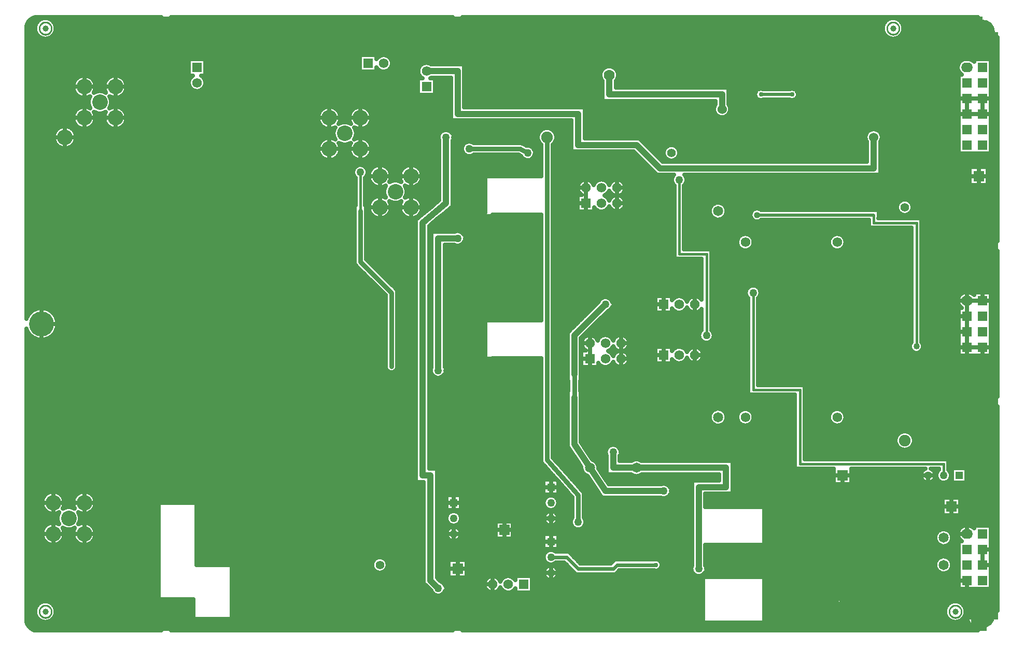
<source format=gbl>
*%FSLAX24Y24*%
*%MOIN*%
G01*
%ADD11C,0.0000*%
%ADD12C,0.0050*%
%ADD13C,0.0060*%
%ADD14C,0.0073*%
%ADD15C,0.0080*%
%ADD16C,0.0098*%
%ADD17C,0.0100*%
%ADD18C,0.0120*%
%ADD19C,0.0150*%
%ADD20C,0.0160*%
%ADD21C,0.0160*%
%ADD22C,0.0200*%
%ADD23C,0.0240*%
%ADD24O,0.0240X0.0800*%
%ADD25C,0.0250*%
%ADD26O,0.0280X0.0840*%
%ADD27C,0.0300*%
%ADD28C,0.0300*%
%ADD29C,0.0320*%
%ADD30C,0.0340*%
%ADD31C,0.0360*%
%ADD32C,0.0380*%
%ADD33C,0.0394*%
%ADD34C,0.0400*%
%ADD35C,0.0400*%
%ADD36C,0.0434*%
%ADD37C,0.0440*%
%ADD38C,0.0460*%
%ADD39C,0.0480*%
%ADD40C,0.0480*%
%ADD41C,0.0500*%
%ADD42C,0.0500*%
%ADD43C,0.0520*%
%ADD44C,0.0540*%
%ADD45C,0.0560*%
%ADD46C,0.0580*%
%ADD47C,0.0600*%
%ADD48C,0.0620*%
%ADD49C,0.0650*%
%ADD50C,0.0660*%
%ADD51C,0.0670*%
%ADD52C,0.0680*%
%ADD53C,0.0700*%
%ADD54C,0.0710*%
%ADD55C,0.0720*%
%ADD56O,0.0750X0.0620*%
%ADD57C,0.0750*%
%ADD58C,0.0760*%
%ADD59O,0.0790X0.0660*%
%ADD60C,0.0810*%
%ADD61C,0.0827*%
%ADD62C,0.0850*%
%ADD63C,0.0870*%
%ADD64C,0.1000*%
%ADD65C,0.1040*%
%ADD66C,0.1299*%
%ADD67C,0.1299*%
%ADD68C,0.1499*%
%ADD69C,0.1600*%
%ADD70C,0.1700*%
%ADD71C,0.1750*%
%ADD72C,0.1790*%
%ADD73C,0.2000*%
%ADD74C,0.2299*%
%ADD75C,0.2299*%
%ADD76R,0.0200X0.0200*%
%ADD77R,0.0200X0.0500*%
%ADD78R,0.0200X0.0650*%
%ADD79R,0.0200X0.1600*%
%ADD80R,0.0240X0.0700*%
%ADD81R,0.0280X0.0600*%
%ADD82R,0.0300X0.0300*%
%ADD83R,0.0300X0.0300*%
%ADD84R,0.0300X0.0600*%
%ADD85R,0.0300X0.0650*%
%ADD86R,0.0300X0.0700*%
%ADD87R,0.0315X0.0709*%
%ADD88R,0.0320X0.0560*%
%ADD89R,0.0320X0.0640*%
%ADD90R,0.0335X0.0758*%
%ADD91R,0.0340X0.0340*%
%ADD92R,0.0340X0.0700*%
%ADD93R,0.0340X0.0800*%
%ADD94R,0.0344X0.0787*%
%ADD95R,0.0344X0.0797*%
%ADD96R,0.0350X0.0700*%
%ADD97R,0.0350X0.0800*%
%ADD98R,0.0354X0.0787*%
%ADD99R,0.0355X0.0749*%
%ADD100R,0.0360X0.0600*%
%ADD101R,0.0360X0.1300*%
%ADD102R,0.0394X0.0827*%
%ADD103R,0.0400X0.0200*%
%ADD104R,0.0400X0.0400*%
%ADD105R,0.0400X0.0500*%
%ADD106R,0.0400X0.0640*%
%ADD107R,0.0400X0.0750*%
%ADD108R,0.0400X0.1350*%
%ADD109R,0.0420X0.0850*%
%ADD110R,0.0434X0.0867*%
%ADD111R,0.0440X0.0540*%
%ADD112R,0.0440X0.1390*%
%ADD113R,0.0460X0.0890*%
%ADD114R,0.0500X0.0200*%
%ADD115R,0.0500X0.0400*%
%ADD116R,0.0500X0.0500*%
%ADD117R,0.0500X0.0500*%
%ADD118R,0.0500X0.0850*%
%ADD119R,0.0500X0.1000*%
%ADD120R,0.0500X0.1200*%
%ADD121R,0.0540X0.0440*%
%ADD122R,0.0540X0.0540*%
%ADD123R,0.0540X0.0890*%
%ADD124R,0.0540X0.0960*%
%ADD125R,0.0540X0.1040*%
%ADD126R,0.0550X0.0650*%
%ADD127R,0.0550X0.0780*%
%ADD128R,0.0550X0.0800*%
%ADD129R,0.0560X0.0320*%
%ADD130R,0.0591X0.1260*%
%ADD131R,0.0600X0.0280*%
%ADD132R,0.0600X0.0360*%
%ADD133R,0.0600X0.0600*%
%ADD134R,0.0600X0.1000*%
%ADD135R,0.0600X0.1200*%
%ADD136R,0.0600X0.1250*%
%ADD137R,0.0620X0.0620*%
%ADD138R,0.0631X0.1300*%
%ADD139R,0.0640X0.0320*%
%ADD140R,0.0640X0.0400*%
%ADD141R,0.0640X0.0640*%
%ADD142R,0.0640X0.1040*%
%ADD143R,0.0640X0.1290*%
%ADD144R,0.0650X0.0200*%
%ADD145R,0.0650X0.0550*%
%ADD146R,0.0650X0.0650*%
%ADD147R,0.0660X0.0660*%
%ADD148R,0.0700X0.0700*%
%ADD149R,0.0700X0.0700*%
%ADD150R,0.0700X0.0900*%
%ADD151R,0.0709X0.0827*%
%ADD152R,0.0740X0.0740*%
%ADD153R,0.0749X0.0867*%
%ADD154R,0.0750X0.0400*%
%ADD155R,0.0750X0.0750*%
%ADD156R,0.0750X0.0750*%
%ADD157R,0.0750X0.0800*%
%ADD158R,0.0790X0.0790*%
%ADD159R,0.0800X0.0750*%
%ADD160R,0.0800X0.0800*%
%ADD161R,0.0800X0.0800*%
%ADD162R,0.0800X0.1000*%
%ADD163R,0.0800X0.1250*%
%ADD164R,0.0840X0.1040*%
%ADD165R,0.0850X0.0500*%
%ADD166R,0.0890X0.0540*%
%ADD167R,0.0900X0.0600*%
%ADD168R,0.0900X0.0900*%
%ADD169R,0.0940X0.0940*%
%ADD170R,0.0960X0.0540*%
%ADD171R,0.0960X0.0960*%
%ADD172R,0.0960X0.1220*%
%ADD173R,0.1000X0.0500*%
%ADD174R,0.1000X0.0600*%
%ADD175R,0.1000X0.0700*%
%ADD176R,0.1000X0.1000*%
%ADD177R,0.1000X0.1000*%
%ADD178R,0.1000X0.1250*%
%ADD179R,0.1040X0.0540*%
%ADD180R,0.1040X0.0640*%
%ADD181R,0.1040X0.0740*%
%ADD182R,0.1040X0.1040*%
%ADD183R,0.1040X0.1290*%
%ADD184R,0.1060X0.1060*%
%ADD185R,0.1140X0.0540*%
%ADD186R,0.1200X0.0500*%
%ADD187R,0.1200X0.0600*%
%ADD188R,0.1200X0.1200*%
%ADD189R,0.1220X0.0960*%
%ADD190R,0.1240X0.0640*%
%ADD191R,0.1250X0.0600*%
%ADD192R,0.1250X0.0800*%
%ADD193R,0.1250X0.1000*%
%ADD194R,0.1260X0.0591*%
%ADD195R,0.1290X0.0640*%
%ADD196R,0.1290X0.1040*%
%ADD197R,0.1300X0.0631*%
%ADD198R,0.1300X0.0360*%
%ADD199R,0.1350X0.0400*%
%ADD200R,0.1390X0.0440*%
%ADD201R,0.1500X0.1500*%
%ADD202R,0.1600X0.0200*%
%ADD203R,0.1600X0.2400*%
%ADD204R,0.1700X0.1700*%
%ADD205R,0.1800X0.1800*%
%ADD206R,0.1900X0.1900*%
%ADD207R,0.2000X0.0750*%
%ADD208R,0.2000X0.2000*%
%ADD209R,0.2040X0.0790*%
%ADD210R,0.2100X0.2100*%
%ADD211R,0.2200X0.2200*%
%ADD212R,0.2400X0.1600*%
%ADD213R,0.2500X0.2500*%
D16*
X87994Y30290D02*
X87992Y30257D01*
X87988Y30224D01*
X87981Y30192D01*
X87972Y30161D01*
X87960Y30130D01*
X87945Y30100D01*
X87928Y30072D01*
X87909Y30045D01*
X87887Y30020D01*
X87863Y29997D01*
X87838Y29976D01*
X87811Y29958D01*
X87782Y29941D01*
X87753Y29927D01*
X87722Y29916D01*
X87690Y29907D01*
X87658Y29901D01*
X87625Y29897D01*
X87592Y29896D01*
X87559Y29898D01*
X87526Y29903D01*
X87494Y29911D01*
X87463Y29921D01*
X87432Y29934D01*
X87403Y29949D01*
X87375Y29967D01*
X87349Y29987D01*
X87325Y30009D01*
X87302Y30033D01*
X87281Y30059D01*
X87263Y30086D01*
X87247Y30115D01*
X87234Y30145D01*
X87223Y30176D01*
X87215Y30208D01*
X87209Y30241D01*
X87207Y30274D01*
Y30306D01*
X87209Y30339D01*
X87215Y30372D01*
X87223Y30404D01*
X87234Y30435D01*
X87247Y30465D01*
X87263Y30494D01*
X87281Y30521D01*
X87302Y30547D01*
X87325Y30571D01*
X87349Y30593D01*
X87375Y30613D01*
X87403Y30631D01*
X87432Y30646D01*
X87463Y30659D01*
X87494Y30669D01*
X87526Y30677D01*
X87559Y30682D01*
X87592Y30684D01*
X87625Y30683D01*
X87658Y30679D01*
X87690Y30673D01*
X87722Y30664D01*
X87753Y30653D01*
X87782Y30639D01*
X87811Y30622D01*
X87838Y30604D01*
X87863Y30583D01*
X87887Y30560D01*
X87909Y30535D01*
X87928Y30508D01*
X87945Y30480D01*
X87960Y30450D01*
X87972Y30419D01*
X87981Y30388D01*
X87988Y30356D01*
X87992Y30323D01*
X87994Y30290D01*
X83994Y67790D02*
X83992Y67757D01*
X83988Y67724D01*
X83981Y67692D01*
X83972Y67661D01*
X83960Y67630D01*
X83945Y67600D01*
X83928Y67572D01*
X83909Y67545D01*
X83887Y67520D01*
X83863Y67497D01*
X83838Y67476D01*
X83811Y67458D01*
X83782Y67441D01*
X83753Y67427D01*
X83722Y67416D01*
X83690Y67407D01*
X83658Y67401D01*
X83625Y67397D01*
X83592Y67396D01*
X83559Y67398D01*
X83526Y67403D01*
X83494Y67411D01*
X83463Y67421D01*
X83432Y67434D01*
X83403Y67449D01*
X83375Y67467D01*
X83349Y67487D01*
X83325Y67509D01*
X83302Y67533D01*
X83281Y67559D01*
X83263Y67586D01*
X83247Y67615D01*
X83234Y67645D01*
X83223Y67676D01*
X83215Y67708D01*
X83209Y67741D01*
X83207Y67774D01*
Y67806D01*
X83209Y67839D01*
X83215Y67872D01*
X83223Y67904D01*
X83234Y67935D01*
X83247Y67965D01*
X83263Y67994D01*
X83281Y68021D01*
X83302Y68047D01*
X83325Y68071D01*
X83349Y68093D01*
X83375Y68113D01*
X83403Y68131D01*
X83432Y68146D01*
X83463Y68159D01*
X83494Y68169D01*
X83526Y68177D01*
X83559Y68182D01*
X83592Y68184D01*
X83625Y68183D01*
X83658Y68179D01*
X83690Y68173D01*
X83722Y68164D01*
X83753Y68153D01*
X83782Y68139D01*
X83811Y68122D01*
X83838Y68104D01*
X83863Y68083D01*
X83887Y68060D01*
X83909Y68035D01*
X83928Y68008D01*
X83945Y67980D01*
X83960Y67950D01*
X83972Y67919D01*
X83981Y67888D01*
X83988Y67856D01*
X83992Y67823D01*
X83994Y67790D01*
X29494D02*
X29492Y67757D01*
X29488Y67724D01*
X29481Y67692D01*
X29472Y67661D01*
X29460Y67630D01*
X29445Y67600D01*
X29428Y67572D01*
X29409Y67545D01*
X29387Y67520D01*
X29363Y67497D01*
X29338Y67476D01*
X29311Y67458D01*
X29282Y67441D01*
X29253Y67427D01*
X29222Y67416D01*
X29190Y67407D01*
X29158Y67401D01*
X29125Y67397D01*
X29092Y67396D01*
X29059Y67398D01*
X29026Y67403D01*
X28994Y67411D01*
X28963Y67421D01*
X28932Y67434D01*
X28903Y67449D01*
X28875Y67467D01*
X28849Y67487D01*
X28825Y67509D01*
X28802Y67533D01*
X28781Y67559D01*
X28763Y67586D01*
X28747Y67615D01*
X28734Y67645D01*
X28723Y67676D01*
X28715Y67708D01*
X28709Y67741D01*
X28707Y67774D01*
Y67806D01*
X28709Y67839D01*
X28715Y67872D01*
X28723Y67904D01*
X28734Y67935D01*
X28747Y67965D01*
X28763Y67994D01*
X28781Y68021D01*
X28802Y68047D01*
X28825Y68071D01*
X28849Y68093D01*
X28875Y68113D01*
X28903Y68131D01*
X28932Y68146D01*
X28963Y68159D01*
X28994Y68169D01*
X29026Y68177D01*
X29059Y68182D01*
X29092Y68184D01*
X29125Y68183D01*
X29158Y68179D01*
X29190Y68173D01*
X29222Y68164D01*
X29253Y68153D01*
X29282Y68139D01*
X29311Y68122D01*
X29338Y68104D01*
X29363Y68083D01*
X29387Y68060D01*
X29409Y68035D01*
X29428Y68008D01*
X29445Y67980D01*
X29460Y67950D01*
X29472Y67919D01*
X29481Y67888D01*
X29488Y67856D01*
X29492Y67823D01*
X29494Y67790D01*
Y30290D02*
X29492Y30257D01*
X29488Y30224D01*
X29481Y30192D01*
X29472Y30161D01*
X29460Y30130D01*
X29445Y30100D01*
X29428Y30072D01*
X29409Y30045D01*
X29387Y30020D01*
X29363Y29997D01*
X29338Y29976D01*
X29311Y29958D01*
X29282Y29941D01*
X29253Y29927D01*
X29222Y29916D01*
X29190Y29907D01*
X29158Y29901D01*
X29125Y29897D01*
X29092Y29896D01*
X29059Y29898D01*
X29026Y29903D01*
X28994Y29911D01*
X28963Y29921D01*
X28932Y29934D01*
X28903Y29949D01*
X28875Y29967D01*
X28849Y29987D01*
X28825Y30009D01*
X28802Y30033D01*
X28781Y30059D01*
X28763Y30086D01*
X28747Y30115D01*
X28734Y30145D01*
X28723Y30176D01*
X28715Y30208D01*
X28709Y30241D01*
X28707Y30274D01*
Y30306D01*
X28709Y30339D01*
X28715Y30372D01*
X28723Y30404D01*
X28734Y30435D01*
X28747Y30465D01*
X28763Y30494D01*
X28781Y30521D01*
X28802Y30547D01*
X28825Y30571D01*
X28849Y30593D01*
X28875Y30613D01*
X28903Y30631D01*
X28932Y30646D01*
X28963Y30659D01*
X28994Y30669D01*
X29026Y30677D01*
X29059Y30682D01*
X29092Y30684D01*
X29125Y30683D01*
X29158Y30679D01*
X29190Y30673D01*
X29222Y30664D01*
X29253Y30653D01*
X29282Y30639D01*
X29311Y30622D01*
X29338Y30604D01*
X29363Y30583D01*
X29387Y30560D01*
X29409Y30535D01*
X29428Y30508D01*
X29445Y30480D01*
X29460Y30450D01*
X29472Y30419D01*
X29481Y30388D01*
X29488Y30356D01*
X29492Y30323D01*
X29494Y30290D01*
D21*
X49350Y56040D02*
Y58540D01*
X69850Y58040D02*
Y53290D01*
X71600Y51040D02*
Y48040D01*
Y51040D02*
Y53290D01*
X74600Y50790D02*
Y44540D01*
X77600D02*
Y39790D01*
X82350Y55290D02*
Y55790D01*
X85100Y55290D02*
Y47340D01*
X86850Y39790D02*
Y39040D01*
Y39790D02*
X77600D01*
Y44540D02*
X74600D01*
X71600Y53290D02*
X69850D01*
X82350Y55290D02*
X85100D01*
D22*
X82350Y55790D02*
X74850D01*
X75100Y63540D02*
X77100D01*
D23*
X65850Y33290D02*
X65600Y33040D01*
X63350D02*
X62600Y33790D01*
X61600D01*
X63350Y33040D02*
X65600D01*
X65850Y33290D02*
X68350D01*
D25*
X65993Y32945D02*
X65945Y32897D01*
X65743Y32695D01*
X65600Y32552D01*
X65707Y33635D02*
X65850Y33778D01*
X65707Y33635D02*
X65505Y33433D01*
X65457Y33385D01*
X54951Y31790D02*
X54801Y31639D01*
X54501Y31339D02*
X54350Y31189D01*
X53249Y32290D02*
X53425Y32466D01*
X63350Y32552D02*
X63493Y32695D01*
X62457Y34135D02*
X62600Y34278D01*
X51725Y50635D02*
X51880Y50790D01*
X48975Y52945D02*
X48820Y52790D01*
X68600Y58189D02*
X68776Y58365D01*
X66924Y60715D02*
X67100Y60891D01*
X65701Y50040D02*
X65551Y49889D01*
X65251Y49589D02*
X64126Y48465D01*
X63525Y47864D01*
X64949Y50491D02*
X65100Y50641D01*
X64649Y50191D02*
X63525Y49066D01*
X62924Y48465D01*
X62675Y48216D01*
X62499Y48040D01*
X65850Y33778D02*
X65993Y33635D01*
X65457Y32695D02*
X65600Y32552D01*
X53425Y32114D02*
X53249Y32290D01*
X53425Y32114D02*
X53674Y31865D01*
X53899Y31639D01*
X54199Y31339D02*
X54350Y31189D01*
X54276Y32465D02*
X54275Y32466D01*
X54276Y32465D02*
X54501Y32241D01*
X54801Y31941D02*
X54876Y31865D01*
X54951Y31790D01*
X62457Y33445D02*
X62517Y33385D01*
X62945Y32957D01*
X63005Y32897D01*
X63207Y32695D01*
X63350Y32552D01*
X62743Y34135D02*
X62600Y34278D01*
X62743Y34135D02*
X62945Y33933D01*
X63005Y33873D01*
X63433Y33445D01*
X63493Y33385D01*
X48975Y52635D02*
X48820Y52790D01*
X48975Y52635D02*
X49195Y52415D01*
X49725Y51885D01*
X50445Y51165D01*
X50975Y50635D01*
X50255Y52415D02*
X49725Y52945D01*
X50255Y52415D02*
X50975Y51695D01*
X51505Y51165D01*
X51725Y50945D01*
X51880Y50790D01*
X66924Y59865D02*
X67525Y59264D01*
X67574Y59215D01*
X68175Y58614D01*
X68424Y58365D01*
X68600Y58189D01*
X67276Y60715D02*
X67100Y60891D01*
X67276Y60715D02*
X67525Y60466D01*
X68126Y59865D01*
X68175Y59816D01*
X68776Y59215D01*
X65100Y50641D02*
X65251Y50491D01*
X65551Y50191D02*
X65701Y50040D01*
X62675Y47864D02*
X62499Y48040D01*
X60566Y59883D02*
X60603Y59958D01*
X60305Y59362D02*
X60268Y59287D01*
X60193Y59324D01*
X59672Y59585D02*
X59511Y59665D01*
X60528Y59995D02*
X60603Y59958D01*
X60007Y60256D02*
X59975Y60272D01*
X59689Y60415D01*
X59432Y60543D01*
X65229Y37615D02*
X64982Y37451D01*
X62639Y40965D02*
X62511Y41158D01*
X62639Y40965D02*
X62675Y40911D01*
X62873Y40615D01*
X62975Y40461D01*
X63306Y39965D01*
X63525Y39636D01*
X63553Y39595D01*
X63940Y39014D02*
X64306Y38465D01*
X64506Y38165D01*
X64675Y37911D01*
X64873Y37615D01*
X64982Y37451D01*
X63661Y40965D02*
X63525Y41169D01*
X63661Y40965D02*
X63725Y40869D01*
X63894Y40615D01*
X64260Y40066D01*
X64647Y39485D02*
X64675Y39444D01*
X64894Y39115D01*
X65175Y38694D01*
X65327Y38465D01*
X55449Y56486D02*
X55275Y56694D01*
X52925Y55136D02*
X52751Y55344D01*
X55275Y56341D02*
X55449Y56486D01*
X55275Y56341D02*
X55004Y56115D01*
X54775Y55924D01*
X54524Y55715D01*
X54425Y55633D01*
X53925Y55216D01*
X53775Y55091D01*
Y56197D02*
X54425Y56739D01*
X53775Y56197D02*
X53676Y56115D01*
X53196Y55715D01*
X52925Y55489D01*
X52751Y55344D01*
X63879Y37759D02*
X63725Y37622D01*
X60975Y40208D02*
X60821Y40071D01*
X60975Y39897D01*
X61125Y39729D01*
X61182Y39665D01*
X61725Y39054D01*
X61982Y38765D01*
X62075Y38660D01*
X62515Y38165D01*
X62826Y37815D01*
X62975Y37647D01*
X62075Y39789D02*
X61725Y40183D01*
X62075Y39789D02*
X62185Y39665D01*
X62675Y39114D01*
X62975Y38776D01*
X62985Y38765D01*
X63518Y38165D01*
X63525Y38158D01*
X63725Y37933D01*
X63830Y37815D01*
X63879Y37759D01*
X27875Y49106D02*
Y67790D01*
Y48474D02*
Y29790D01*
X28100Y68065D02*
Y68315D01*
Y68065D02*
Y49489D01*
Y48091D02*
Y29515D01*
Y29265D01*
X28350Y49685D02*
Y68471D01*
Y47895D02*
Y29109D01*
X28600Y68233D02*
Y68515D01*
Y67347D02*
Y49784D01*
Y47796D02*
Y30733D01*
Y29847D02*
Y29065D01*
X28850Y49815D02*
Y67171D01*
Y47765D02*
Y30909D01*
Y29671D02*
Y29065D01*
X29100Y49784D02*
Y67122D01*
Y47796D02*
Y37815D01*
Y36765D02*
Y35815D01*
Y34765D02*
Y30958D01*
Y29622D02*
Y29065D01*
X29350Y49685D02*
Y67171D01*
Y47895D02*
Y37971D01*
Y36609D02*
Y35971D01*
Y34609D02*
Y30909D01*
Y29671D02*
Y29065D01*
X29600Y68233D02*
Y68515D01*
Y67347D02*
Y49489D01*
Y48091D02*
Y38015D01*
Y36565D02*
Y36015D01*
Y34565D02*
Y30733D01*
Y29847D02*
Y29065D01*
X29850Y61315D02*
Y68515D01*
Y60265D02*
Y49015D01*
Y48565D02*
Y37971D01*
Y36609D02*
Y35971D01*
Y34609D02*
Y29065D01*
X29600Y36565D02*
Y37290D01*
Y38015D01*
Y35290D02*
Y34565D01*
Y35290D02*
Y36015D01*
X28850Y47765D02*
Y48790D01*
Y49815D01*
X30100Y61471D02*
Y68515D01*
Y60109D02*
Y37815D01*
Y34765D02*
Y29065D01*
X30350Y61515D02*
Y68515D01*
Y60065D02*
Y36971D01*
Y35609D02*
Y29065D01*
X30600Y61471D02*
Y68515D01*
Y60109D02*
Y37015D01*
Y35565D02*
Y29065D01*
X30850Y61315D02*
Y68515D01*
Y60265D02*
Y36971D01*
Y35609D02*
Y29065D01*
X31100Y64565D02*
Y68515D01*
Y63515D02*
Y62565D01*
Y61515D02*
Y37815D01*
Y34765D02*
Y29065D01*
X31350Y64721D02*
Y68515D01*
Y63359D02*
Y62721D01*
Y61359D02*
Y37971D01*
Y36609D02*
Y35971D01*
Y34609D02*
Y29065D01*
X31600Y64765D02*
Y68515D01*
Y63315D02*
Y62765D01*
Y61315D02*
Y38015D01*
Y36565D02*
Y36015D01*
Y34565D02*
Y29065D01*
X31850Y64721D02*
Y68515D01*
Y63359D02*
Y62721D01*
Y61359D02*
Y37971D01*
Y36609D02*
Y35971D01*
Y34609D02*
Y29065D01*
X31600Y34565D02*
Y35290D01*
Y36015D01*
Y36565D02*
Y37290D01*
Y38015D01*
X30350Y60065D02*
Y60790D01*
Y61515D01*
X31600Y61315D02*
Y62040D01*
Y62765D01*
Y63315D02*
Y64040D01*
Y64765D01*
X32100Y64565D02*
Y68515D01*
Y61515D02*
Y37815D01*
Y36765D02*
Y35815D01*
Y34765D02*
Y29065D01*
X32350Y63721D02*
Y68515D01*
Y62359D02*
Y29065D01*
X32600Y63765D02*
Y68515D01*
Y62315D02*
Y29065D01*
X32850Y63721D02*
Y68515D01*
Y62359D02*
Y29065D01*
X33100Y64565D02*
Y68515D01*
Y61515D02*
Y29065D01*
X33350Y64721D02*
Y68515D01*
Y63359D02*
Y62721D01*
Y61359D02*
Y29065D01*
X33600Y64765D02*
Y68515D01*
Y63315D02*
Y62765D01*
Y61315D02*
Y29065D01*
X33850Y64721D02*
Y68515D01*
Y63359D02*
Y62721D01*
Y61359D02*
Y58248D01*
Y57332D02*
Y36248D01*
Y35332D02*
Y29065D01*
X33600Y63315D02*
Y64040D01*
Y64765D01*
Y62040D02*
Y61315D01*
Y62040D02*
Y62765D01*
X34100Y64565D02*
Y68515D01*
Y63515D02*
Y62565D01*
Y61515D02*
Y58595D01*
Y56985D02*
Y36595D01*
Y34985D02*
Y29065D01*
X34350Y58770D02*
Y68515D01*
Y56810D02*
Y36770D01*
Y34810D02*
Y29065D01*
X34600Y58861D02*
Y68515D01*
Y56719D02*
Y36861D01*
Y34719D02*
Y29065D01*
X34850Y58890D02*
Y68515D01*
Y56690D02*
Y36890D01*
Y34690D02*
Y29065D01*
X35100Y58861D02*
Y68515D01*
Y56719D02*
Y36861D01*
Y34719D02*
Y29065D01*
X35350Y58770D02*
Y68515D01*
Y56810D02*
Y36770D01*
Y34810D02*
Y29065D01*
X35600Y58595D02*
Y68515D01*
Y56985D02*
Y36595D01*
Y34985D02*
Y29065D01*
X34850Y34690D02*
Y35790D01*
Y36890D01*
Y56690D02*
Y57790D01*
Y58890D01*
X36375Y33265D02*
Y32815D01*
X35850Y67765D02*
Y68515D01*
Y67315D02*
Y58248D01*
Y57332D02*
Y36248D01*
Y35332D02*
Y30265D01*
Y29815D02*
Y29065D01*
X36100Y68239D02*
Y68515D01*
Y66841D02*
Y37265D01*
Y33265D01*
Y32815D01*
Y31065D01*
Y30739D01*
Y29341D02*
Y29065D01*
X36350Y37265D02*
Y66645D01*
Y37265D02*
Y33265D01*
Y32815D01*
Y31065D01*
X36600Y37265D02*
Y66546D01*
X36850Y66515D02*
Y37265D01*
X37100D02*
Y66546D01*
X37350Y66645D02*
Y37265D01*
X37600Y68239D02*
Y68515D01*
Y66841D02*
Y37265D01*
Y31065D02*
Y30739D01*
Y29341D02*
Y29065D01*
X36375Y33265D02*
Y37265D01*
Y32815D02*
Y32690D01*
Y32815D02*
Y31065D01*
X36850Y66515D02*
Y67540D01*
X37850Y67765D02*
Y68515D01*
Y67315D02*
Y37265D01*
Y31065D02*
Y30265D01*
Y29815D02*
Y29065D01*
X38100Y65825D02*
Y68515D01*
Y65825D02*
Y64755D01*
Y37265D01*
Y31065D02*
Y29065D01*
X38350Y65825D02*
Y68515D01*
Y64755D02*
Y64480D01*
Y64100D02*
Y37265D01*
Y31065D02*
Y29815D01*
Y29065D01*
X38600Y65825D02*
Y68515D01*
Y63817D02*
Y37265D01*
Y31065D02*
Y29815D01*
Y29065D01*
X38850Y65825D02*
Y68515D01*
Y63755D02*
Y37265D01*
Y33265D01*
Y29815D02*
Y29065D01*
X39100Y65825D02*
Y68515D01*
Y63817D02*
Y37265D01*
Y33265D01*
Y29815D02*
Y29065D01*
X39350Y65825D02*
Y68515D01*
Y64755D02*
Y64480D01*
Y64100D02*
Y33265D01*
Y29815D02*
Y29065D01*
X39600Y65825D02*
Y68515D01*
Y65825D02*
Y64755D01*
Y33265D01*
Y29815D02*
Y29065D01*
X38825Y33265D02*
Y37265D01*
X38625Y31065D02*
Y29815D01*
X39385Y64755D02*
Y65825D01*
X38315D02*
Y64755D01*
X41075Y31765D02*
Y31065D01*
X39850Y33265D02*
Y68515D01*
Y29815D02*
Y29065D01*
X40100Y33265D02*
Y68515D01*
Y29815D02*
Y29065D01*
X40350Y33265D02*
Y68515D01*
Y29815D02*
Y29065D01*
X40600Y33265D02*
Y68515D01*
Y29815D02*
Y29065D01*
X40850Y33265D02*
Y68515D01*
Y29815D02*
Y29065D01*
X41100Y33265D02*
Y68515D01*
Y33265D02*
Y31765D01*
Y31065D01*
Y29815D01*
Y29065D01*
X41350Y33265D02*
Y68515D01*
Y33265D02*
Y31765D01*
Y31065D01*
Y29815D01*
Y29065D01*
X41600Y38815D02*
Y68515D01*
Y38365D02*
Y37715D01*
Y37265D02*
Y29065D01*
X41075Y31765D02*
Y33265D01*
Y31065D02*
Y30940D01*
Y31065D02*
Y29815D01*
Y29690D01*
X41850Y38962D02*
Y68515D01*
Y38218D02*
Y37862D01*
Y37118D02*
Y29065D01*
X42100Y38907D02*
Y68515D01*
Y38273D02*
Y37807D01*
Y37173D02*
Y29065D01*
X42350Y38951D02*
Y68515D01*
Y38229D02*
Y37851D01*
Y37129D02*
Y29065D01*
X42600Y39311D02*
Y68515D01*
Y38215D02*
Y37865D01*
Y36769D02*
Y29065D01*
X42850Y39454D02*
Y68515D01*
Y36626D02*
Y29065D01*
X43100Y39441D02*
Y68515D01*
Y36639D02*
Y29065D01*
X43350Y39246D02*
Y68515D01*
Y38734D02*
Y37346D01*
Y36834D02*
Y29065D01*
X43600D02*
Y68515D01*
X43850D02*
Y29065D01*
X44100D02*
Y68515D01*
X44350D02*
Y29065D01*
X44600D02*
Y68515D01*
X44850D02*
Y29065D01*
X45100D02*
Y68515D01*
X45350D02*
Y29065D01*
X45600D02*
Y68515D01*
X45850D02*
Y29065D01*
X46100D02*
Y68515D01*
X46350D02*
Y58248D01*
Y57332D02*
Y36248D01*
Y35332D02*
Y29065D01*
X46600Y58595D02*
Y68515D01*
Y56985D02*
Y36595D01*
Y34985D02*
Y29065D01*
X46850Y62565D02*
Y68515D01*
Y61515D02*
Y60565D01*
Y59515D02*
Y58770D01*
Y56810D02*
Y36770D01*
Y34810D02*
Y29065D01*
X47100Y62721D02*
Y68515D01*
Y61359D02*
Y60721D01*
Y59359D02*
Y58861D01*
Y56719D02*
Y36861D01*
Y34719D02*
Y29065D01*
X47350Y62765D02*
Y68515D01*
Y61315D02*
Y60765D01*
Y59315D02*
Y58890D01*
Y56690D02*
Y36890D01*
Y34690D02*
Y29065D01*
Y34690D02*
Y35790D01*
Y36890D01*
Y56690D02*
Y57790D01*
Y58890D01*
Y59315D02*
Y60040D01*
Y60765D01*
Y61315D02*
Y62040D01*
Y62765D01*
X47600Y62721D02*
Y68515D01*
Y61359D02*
Y60721D01*
Y59359D02*
Y58861D01*
Y56719D02*
Y36861D01*
Y34719D02*
Y29065D01*
X47850Y62565D02*
Y68515D01*
Y59515D02*
Y58770D01*
Y56810D02*
Y36770D01*
Y34810D02*
Y29065D01*
X48100Y61721D02*
Y68515D01*
Y60359D02*
Y58595D01*
Y56985D02*
Y36595D01*
Y34985D02*
Y29065D01*
X48350Y61765D02*
Y68515D01*
Y60315D02*
Y58248D01*
Y57332D02*
Y36248D01*
Y35332D02*
Y29065D01*
X48600Y61721D02*
Y68515D01*
Y60359D02*
Y29065D01*
X48850Y62565D02*
Y68515D01*
Y59515D02*
Y58845D01*
Y56415D01*
Y55735D01*
Y52820D01*
Y52760D02*
Y52415D01*
Y29065D01*
X49100Y66075D02*
Y68515D01*
Y66075D02*
Y65005D01*
Y62721D01*
Y61359D02*
Y60721D01*
Y59359D02*
Y58944D01*
Y52415D02*
Y29065D01*
X49350Y66075D02*
Y68515D01*
Y65005D02*
Y62765D01*
Y61315D02*
Y60765D01*
Y59315D02*
Y59015D01*
Y52260D02*
Y29065D01*
X48975Y55735D02*
Y56415D01*
Y55735D02*
Y52945D01*
Y52635D01*
Y52415D01*
X49045Y56415D02*
Y58176D01*
X49315Y65005D02*
Y66075D01*
X49350Y62040D02*
Y61315D01*
Y62040D02*
Y62765D01*
Y60040D02*
Y59315D01*
Y60040D02*
Y60765D01*
X49600Y66075D02*
Y68515D01*
Y65005D02*
Y62721D01*
Y61359D02*
Y60721D01*
Y59359D02*
Y58944D01*
Y52010D02*
Y29065D01*
X49850Y66075D02*
Y68515D01*
Y65005D02*
Y62565D01*
Y61515D02*
Y60565D01*
Y59515D02*
Y58845D01*
Y56415D01*
Y55735D01*
Y52820D01*
Y51760D02*
Y29065D01*
X50100Y66075D02*
Y68515D01*
Y65005D02*
Y58815D01*
Y57765D02*
Y56815D01*
Y55765D02*
Y52570D01*
Y51510D02*
Y33361D01*
Y33219D02*
Y29065D01*
X50350Y66075D02*
Y68515D01*
Y65005D02*
Y58971D01*
Y57609D02*
Y56971D01*
Y55609D02*
Y52320D01*
Y51260D02*
Y33729D01*
Y32851D02*
Y29065D01*
X50600Y66075D02*
Y68515D01*
Y65005D02*
Y59015D01*
Y57565D02*
Y57015D01*
Y55565D02*
Y52070D01*
Y51010D02*
Y33795D01*
Y32785D02*
Y29065D01*
X50850Y66075D02*
Y68515D01*
Y65005D02*
Y58971D01*
Y57609D02*
Y56971D01*
Y55609D02*
Y51820D01*
Y50760D02*
Y45665D01*
Y33729D01*
Y32851D02*
Y29065D01*
X51100Y66013D02*
Y68515D01*
Y65067D02*
Y58815D01*
Y55765D02*
Y51570D01*
Y45665D02*
Y33361D01*
Y33219D02*
Y29065D01*
X51350Y65730D02*
Y68515D01*
Y65350D02*
Y57971D01*
Y56609D02*
Y51320D01*
Y45665D02*
Y29065D01*
X49725Y55735D02*
Y56415D01*
Y55735D02*
Y52945D01*
X49655Y56415D02*
Y58176D01*
X50975Y50635D02*
Y46040D01*
Y45665D01*
X50385Y65805D02*
Y66075D01*
Y65275D02*
Y65005D01*
X50600Y58290D02*
Y57565D01*
Y58290D02*
Y59015D01*
Y56290D02*
Y55565D01*
Y56290D02*
Y57015D01*
X52925Y39465D02*
Y38615D01*
X51600Y58015D02*
Y68515D01*
Y56565D02*
Y51165D01*
Y45665D02*
Y29065D01*
X51850Y57971D02*
Y68515D01*
Y56609D02*
Y51165D01*
Y50820D01*
Y50760D02*
Y45665D01*
Y29065D01*
X52100Y58815D02*
Y68515D01*
Y55765D02*
Y29065D01*
X52350Y58971D02*
Y68515D01*
Y57609D02*
Y56971D01*
Y55609D02*
Y29065D01*
X52600Y59015D02*
Y68515D01*
Y57565D02*
Y57015D01*
Y55565D02*
Y29065D01*
X52850Y64575D02*
Y68515D01*
Y64575D02*
Y63505D01*
Y58971D01*
Y57609D02*
Y56971D01*
Y55226D02*
Y39465D01*
Y38615D01*
Y29065D01*
X53100Y65465D02*
Y68515D01*
Y63505D02*
Y58815D01*
Y57765D02*
Y56815D01*
Y38615D02*
Y29065D01*
X53350Y65513D02*
Y68515D01*
Y63505D02*
Y55843D01*
Y38615D02*
Y32391D01*
Y32189D02*
Y31865D01*
Y29065D01*
X51725Y50945D02*
Y51165D01*
Y50945D02*
Y50635D01*
Y46040D01*
Y45665D01*
X52925Y55489D02*
Y55642D01*
Y55489D02*
Y55136D01*
Y39465D01*
X53175Y65365D02*
Y65465D01*
Y64715D02*
Y64615D01*
Y64575D01*
X53065D02*
Y64615D01*
Y64575D02*
Y63505D01*
X52600Y56290D02*
Y55565D01*
Y56290D02*
Y57015D01*
Y57565D02*
Y58290D01*
Y59015D01*
X55175Y61865D02*
Y62715D01*
X53925Y54715D02*
Y53865D01*
X54275Y39465D02*
Y38615D01*
X53600Y65575D02*
Y68515D01*
Y63505D02*
Y56052D01*
Y31865D02*
Y29065D01*
X53850Y65513D02*
Y68515D01*
Y63505D02*
Y56260D01*
Y55153D02*
Y54715D01*
Y53865D01*
Y45365D01*
Y39465D01*
Y31689D02*
Y29065D01*
X54100Y65465D02*
Y68515D01*
Y63505D02*
Y56468D01*
Y55362D02*
Y54715D01*
Y45365D02*
Y39465D01*
Y31386D02*
Y29065D01*
X54350Y65465D02*
Y68515D01*
Y64575D02*
Y63505D01*
Y61215D01*
Y56677D01*
Y55570D02*
Y54715D01*
Y45315D02*
Y39465D01*
Y38615D01*
Y32391D01*
Y31189D02*
Y29065D01*
X54600Y67765D02*
Y68515D01*
Y67315D02*
Y65465D01*
Y64615D02*
Y61215D01*
Y55778D02*
Y54715D01*
Y45365D02*
Y37765D01*
Y36815D01*
Y32194D01*
Y31386D02*
Y30265D01*
Y29815D02*
Y29065D01*
X54850Y68239D02*
Y68515D01*
Y66841D02*
Y65465D01*
Y64615D02*
Y61265D01*
Y55987D02*
Y54715D01*
Y53865D02*
Y45365D01*
Y37765D01*
Y36815D01*
Y33615D01*
Y32465D01*
Y31891D01*
Y31689D02*
Y30739D01*
Y29341D02*
Y29065D01*
X55100Y65465D02*
Y66645D01*
Y64615D02*
Y62715D01*
Y61865D01*
Y61215D01*
Y56115D02*
Y54715D01*
Y53865D02*
Y37765D01*
Y34886D02*
Y33615D01*
Y32465D02*
Y30935D01*
X55350Y65465D02*
Y66546D01*
Y61865D02*
Y61215D01*
Y56604D01*
Y56403D02*
Y56115D01*
Y54715D01*
Y53865D02*
Y37765D01*
Y34815D02*
Y33615D01*
Y32465D02*
Y31034D01*
X53775Y54715D02*
Y55091D01*
Y54715D02*
Y53865D01*
Y45365D01*
Y39465D01*
X54275Y38615D02*
Y32466D01*
X53425D02*
Y38615D01*
Y32466D02*
Y32114D01*
Y31865D01*
X55275Y61002D02*
Y61215D01*
Y60578D02*
Y56694D01*
Y56341D01*
Y56115D01*
X54425Y61002D02*
Y61215D01*
Y60578D02*
Y56739D01*
X54775Y53865D02*
Y46002D01*
Y45578D02*
Y45365D01*
X53925Y46002D02*
Y53865D01*
Y45578D02*
Y45365D01*
X55175Y62715D02*
Y64615D01*
X54135D02*
Y64575D01*
Y63505D01*
X55025Y33615D02*
Y32465D01*
X54875Y36815D02*
Y37765D01*
X55350Y35290D02*
Y34815D01*
Y35290D02*
Y35765D01*
Y36815D02*
Y37290D01*
Y37765D01*
X56025Y64615D02*
Y65465D01*
X55600D02*
Y66515D01*
Y61865D02*
Y54765D01*
Y53815D02*
Y37765D01*
Y34886D02*
Y33615D01*
Y32465D02*
Y31065D01*
X55850Y65465D02*
Y66546D01*
Y61865D02*
Y60415D01*
Y59665D01*
Y54715D01*
Y53865D02*
Y37765D01*
Y36815D01*
Y33615D01*
Y32465D02*
Y31034D01*
X56100Y65465D02*
Y66645D01*
Y65465D02*
Y64615D01*
Y62715D01*
Y61865D02*
Y60444D01*
Y59636D02*
Y54715D01*
Y53865D01*
Y37765D01*
Y36815D01*
Y33615D01*
Y32465D02*
Y30935D01*
X56350Y68239D02*
Y68515D01*
Y66841D02*
Y62715D01*
Y61865D02*
Y60515D01*
Y59565D02*
Y33615D01*
Y32465D01*
Y30739D01*
Y29341D02*
Y29065D01*
X56600Y67765D02*
Y68515D01*
Y67315D02*
Y62715D01*
Y61865D02*
Y60444D01*
Y59636D02*
Y30265D01*
Y29815D02*
Y29065D01*
X56850Y62715D02*
Y68515D01*
Y61865D02*
Y60415D01*
Y59665D02*
Y29065D01*
X57100Y62715D02*
Y68515D01*
Y61865D02*
Y60415D01*
Y59665D02*
Y58265D01*
Y55815D01*
Y55234D02*
Y53846D01*
Y53334D02*
Y49015D01*
Y46565D01*
Y45984D02*
Y44596D01*
Y44084D02*
Y29065D01*
X56025Y62715D02*
Y64615D01*
Y54715D02*
Y54502D01*
Y54078D02*
Y53865D01*
X55975Y60332D02*
Y60415D01*
Y59748D02*
Y59665D01*
X56175Y33615D02*
Y32465D01*
X55825Y36815D02*
Y37765D01*
X55600Y31065D02*
Y30040D01*
Y32465D02*
Y33040D01*
Y33615D01*
Y66515D02*
Y67540D01*
X57350Y68515D02*
Y62715D01*
Y61865D02*
Y60415D01*
Y59665D02*
Y58265D01*
Y55941D01*
Y53139D02*
Y49015D01*
Y46691D01*
Y43889D02*
Y32230D01*
Y31850D02*
Y29065D01*
X57600Y62715D02*
Y68515D01*
Y61865D02*
Y60415D01*
Y59665D02*
Y58265D01*
Y53126D02*
Y49015D01*
Y43876D02*
Y32513D01*
Y31567D02*
Y29065D01*
X57850Y62715D02*
Y68515D01*
Y61865D02*
Y60415D01*
Y59665D02*
Y58265D01*
Y54715D02*
Y54365D01*
Y53269D02*
Y49015D01*
Y45465D02*
Y45115D01*
Y44019D02*
Y36090D01*
Y34990D01*
Y32575D01*
Y31505D02*
Y29065D01*
X58100Y62715D02*
Y68515D01*
Y61865D02*
Y60415D01*
Y59665D02*
Y58265D01*
Y55815D02*
Y55451D01*
Y54729D02*
Y54351D01*
Y53629D02*
Y49015D01*
Y46565D02*
Y46201D01*
Y45479D02*
Y45101D01*
Y44379D02*
Y36090D01*
Y34990D02*
Y32513D01*
Y31567D02*
Y29065D01*
X58350Y62715D02*
Y68515D01*
Y61865D02*
Y60415D01*
Y59665D02*
Y58265D01*
Y55815D02*
Y55407D01*
Y54773D02*
Y54307D01*
Y53673D02*
Y49015D01*
Y46565D02*
Y46157D01*
Y45523D02*
Y45057D01*
Y44423D02*
Y36090D01*
Y34990D02*
Y32230D01*
Y31850D02*
Y29065D01*
X58600Y62715D02*
Y68515D01*
Y61865D02*
Y60415D01*
Y59665D02*
Y58265D01*
Y55815D02*
Y55462D01*
Y54718D02*
Y54362D01*
Y53618D02*
Y49015D01*
Y46565D02*
Y46212D01*
Y45468D02*
Y45112D01*
Y44368D02*
Y36090D01*
Y34990D02*
Y32513D01*
Y31567D02*
Y29065D01*
X58850Y62715D02*
Y68515D01*
Y61865D02*
Y60415D01*
Y59665D02*
Y58265D01*
Y55815D02*
Y55315D01*
Y54865D02*
Y54215D01*
Y53765D02*
Y49015D01*
Y46565D02*
Y46065D01*
Y45615D02*
Y44965D01*
Y44515D02*
Y36090D01*
Y34990D02*
Y32575D01*
Y31505D02*
Y29065D01*
X59100Y62715D02*
Y68515D01*
Y61865D02*
Y60415D01*
Y59665D02*
Y58265D01*
Y55815D02*
Y49015D01*
Y46565D02*
Y36090D01*
Y34990D02*
Y32575D01*
Y31505D02*
Y29065D01*
X57375Y55948D02*
Y58265D01*
Y49015D02*
Y46698D01*
X59150Y36090D02*
Y34990D01*
X58050D02*
Y36090D01*
X58600Y35540D02*
Y34990D01*
Y35540D02*
Y36090D01*
X57850Y32040D02*
Y31505D01*
Y32040D02*
Y32575D01*
X60975Y41415D02*
Y42165D01*
X59350Y62715D02*
Y68515D01*
Y61865D02*
Y60415D01*
Y59665D02*
Y58265D01*
Y55815D02*
Y49015D01*
Y46565D02*
Y36090D01*
Y34990D01*
Y32575D01*
Y31505D02*
Y29065D01*
X59600Y62715D02*
Y68515D01*
Y61865D02*
Y60459D01*
Y59621D02*
Y58265D01*
Y55815D02*
Y49015D01*
Y46565D02*
Y32575D01*
Y31505D02*
Y29065D01*
X59850Y62715D02*
Y68515D01*
Y61865D02*
Y60415D01*
Y59386D02*
Y58265D01*
Y55815D02*
Y49015D01*
Y46565D02*
Y32575D01*
Y31505D02*
Y29065D01*
X60100Y62715D02*
Y68515D01*
Y61865D02*
Y60415D01*
Y59315D02*
Y58265D01*
Y55815D02*
Y49015D01*
Y46565D02*
Y32575D01*
Y31505D02*
Y29065D01*
X60350Y62715D02*
Y68515D01*
Y61865D02*
Y60194D01*
Y59386D02*
Y58265D01*
Y55815D02*
Y49015D01*
Y46565D02*
Y32575D01*
Y31505D02*
Y29065D01*
X60600Y62715D02*
Y68515D01*
Y61865D02*
Y59959D01*
Y59951D02*
Y58265D01*
Y55815D02*
Y49015D01*
Y46565D02*
Y32575D01*
Y31505D01*
Y29065D01*
X60850Y62715D02*
Y68515D01*
Y61865D02*
Y61165D01*
Y60458D02*
Y58265D01*
Y55815D02*
Y49015D01*
Y46565D02*
Y42165D01*
Y41415D01*
Y40097D01*
Y40038D02*
Y39665D01*
Y38765D01*
Y37815D01*
Y35265D01*
Y34315D01*
Y29065D01*
X61100Y62715D02*
Y68515D01*
Y61865D02*
Y61335D01*
Y39665D02*
Y38765D01*
Y37815D01*
Y35265D01*
Y34315D01*
Y34135D02*
Y33445D01*
Y29065D01*
X60975Y58265D02*
Y60322D01*
Y55815D02*
Y49015D01*
Y46565D02*
Y42165D01*
Y41415D02*
Y41290D01*
Y41415D02*
Y40208D01*
Y39897D01*
Y39665D01*
Y39540D01*
X59975Y60272D02*
Y60415D01*
X60385Y32575D02*
Y31505D01*
X59315Y32305D02*
Y32575D01*
Y31775D02*
Y31505D01*
X61125Y34315D02*
Y35265D01*
Y37815D02*
Y38765D01*
X62925Y59865D02*
Y60715D01*
X61725Y42165D02*
Y41415D01*
X61350Y62715D02*
Y68515D01*
Y61865D02*
Y61390D01*
Y39476D02*
Y38765D01*
Y35886D02*
Y35265D01*
Y32386D02*
Y29065D01*
X61600Y62715D02*
Y68515D01*
Y61865D02*
Y61335D01*
Y39194D02*
Y38765D01*
Y35815D02*
Y35265D01*
Y32315D02*
Y29065D01*
X61850Y62715D02*
Y68515D01*
Y61865D02*
Y61165D01*
Y60458D02*
Y42165D01*
Y41415D01*
Y40042D01*
Y35886D02*
Y35265D01*
Y32386D02*
Y29065D01*
X62100Y62715D02*
Y68515D01*
Y61865D02*
Y39761D01*
Y38632D02*
Y37815D01*
Y35265D01*
Y34315D01*
Y33445D02*
Y29065D01*
X62350Y62715D02*
Y68515D01*
Y61865D02*
Y39479D01*
Y38351D02*
Y37815D01*
Y35265D01*
Y34315D01*
Y33445D02*
Y29065D01*
X62600Y62715D02*
Y68515D01*
Y61865D02*
Y48465D01*
Y48141D01*
Y47939D02*
Y45915D01*
Y45115D01*
Y44465D01*
Y43665D01*
Y41217D01*
Y41024D02*
Y40615D01*
Y39198D01*
Y38069D02*
Y34278D01*
Y33302D02*
Y29065D01*
X62850Y62715D02*
Y68515D01*
Y61865D02*
Y60715D01*
Y59865D01*
Y48465D01*
Y40615D02*
Y38917D01*
Y37788D02*
Y35665D01*
Y34135D01*
Y33052D02*
Y32695D01*
Y29065D01*
X63100Y62715D02*
Y68515D01*
Y59865D02*
Y57075D01*
Y56005D01*
Y48641D01*
Y40274D02*
Y38636D01*
Y35636D02*
Y34135D01*
Y33778D01*
Y32695D02*
Y29065D01*
X61725Y42165D02*
Y60322D01*
Y41415D02*
Y41290D01*
Y41415D02*
Y40183D01*
X62675Y48216D02*
Y48465D01*
Y48216D02*
Y47864D01*
Y45915D01*
Y45115D01*
Y44465D02*
Y43665D01*
Y41267D01*
Y40911D01*
Y40615D01*
X62725Y44465D02*
Y45115D01*
X62925Y60715D02*
Y61865D01*
X62975Y37647D02*
Y36332D01*
Y35748D02*
Y35665D01*
X62945Y34135D02*
Y33933D01*
X61255Y34116D02*
Y34135D01*
Y33464D02*
Y33445D01*
X63005Y32897D02*
Y32695D01*
X62075Y34315D02*
Y35265D01*
Y37815D02*
Y38660D01*
X61600Y36290D02*
Y35815D01*
Y36290D02*
Y36765D01*
Y37815D02*
Y38290D01*
Y38765D01*
Y32790D02*
Y32315D01*
Y32790D02*
Y33265D01*
Y34315D02*
Y34790D01*
Y35265D01*
X63775Y61865D02*
Y62715D01*
X64925Y63115D02*
Y63965D01*
X63350Y62715D02*
Y68515D01*
Y59865D02*
Y57730D01*
Y57350D02*
Y57075D01*
Y56005D02*
Y48891D01*
Y39899D02*
Y38354D01*
Y35565D02*
Y33528D01*
Y32552D02*
Y29065D01*
X63600Y62715D02*
Y68515D01*
Y59865D02*
Y58013D01*
Y56005D02*
Y49141D01*
Y47350D02*
Y47075D01*
Y45915D02*
Y45115D01*
Y44465D01*
Y43665D01*
Y41056D01*
Y39311D02*
Y38165D01*
Y35636D02*
Y33385D01*
Y32695D02*
Y29065D01*
X63850Y62715D02*
Y68515D01*
Y62715D02*
Y61865D01*
Y60715D01*
Y59865D02*
Y58075D01*
Y56005D02*
Y49391D01*
Y46005D02*
Y40681D01*
Y39050D02*
Y38165D01*
Y37792D01*
Y37733D02*
Y35665D01*
Y33385D01*
Y32695D02*
Y29065D01*
X64100Y60715D02*
Y68515D01*
Y59865D02*
Y58013D01*
Y56005D02*
Y49641D01*
Y48439D02*
Y48075D01*
Y46005D02*
Y40306D01*
Y38774D02*
Y33385D01*
Y32695D02*
Y29065D01*
X64350Y60715D02*
Y68515D01*
Y59865D02*
Y57730D01*
Y56005D02*
Y49891D01*
Y48689D02*
Y48013D01*
Y46005D02*
Y40030D01*
Y38399D02*
Y33385D01*
Y32695D02*
Y29065D01*
X64600Y60715D02*
Y68515D01*
Y59865D02*
Y58013D01*
Y56005D02*
Y50141D01*
Y48939D02*
Y47730D01*
Y46005D02*
Y39769D01*
Y38024D02*
Y37615D01*
Y33385D01*
Y32695D02*
Y29065D01*
X64850Y65215D02*
Y68515D01*
Y64506D02*
Y63965D01*
Y63115D01*
Y60715D01*
Y59865D02*
Y58075D01*
Y56005D02*
Y50444D01*
Y49189D02*
Y48013D01*
Y46005D02*
Y39181D01*
Y37615D02*
Y33385D01*
Y32695D02*
Y29065D01*
X65100Y65308D02*
Y68515D01*
Y63115D02*
Y60715D01*
Y59865D02*
Y58013D01*
Y56067D02*
Y50641D01*
Y49439D02*
Y48075D01*
Y46005D02*
Y40965D01*
Y39965D01*
Y39115D01*
Y38806D01*
Y37529D02*
Y33385D01*
Y32695D02*
Y29065D01*
X63525Y47075D02*
Y47864D01*
Y47075D02*
Y46005D01*
Y45915D01*
Y45115D01*
Y44465D02*
Y43665D01*
Y41169D01*
X63475Y44465D02*
Y45115D01*
X63775Y60715D02*
Y61865D01*
X63725Y38165D02*
Y37933D01*
Y37622D01*
Y36332D01*
Y35748D02*
Y35665D01*
X64925Y65177D02*
Y65215D01*
Y64403D02*
Y63965D01*
X64675Y37911D02*
Y37615D01*
X64385Y56005D02*
Y56275D01*
X63315Y56005D02*
Y57075D01*
X64635Y46275D02*
Y46005D01*
X63565D02*
Y47075D01*
Y46005D02*
Y45915D01*
X64100Y47005D02*
Y47540D01*
Y48075D01*
Y46540D02*
Y46005D01*
Y46540D02*
Y47075D01*
X63850Y57005D02*
Y57540D01*
Y58075D01*
Y56540D02*
Y56005D01*
Y56540D02*
Y57075D01*
X65175Y39965D02*
Y39115D01*
X65350Y65365D02*
Y68515D01*
Y63115D02*
Y60715D01*
Y59865D02*
Y57730D01*
Y57350D02*
Y56730D01*
Y56350D02*
Y50444D01*
Y49636D02*
Y48013D01*
Y46067D02*
Y40965D01*
Y39115D02*
Y38465D01*
Y37615D02*
Y33635D01*
Y33385D01*
Y32695D02*
Y29065D01*
X65600Y65308D02*
Y68515D01*
Y63115D02*
Y60715D01*
Y59865D02*
Y58013D01*
Y56067D02*
Y50141D01*
Y49939D02*
Y47730D01*
Y47350D02*
Y46730D01*
Y46350D02*
Y41015D01*
Y39115D02*
Y38465D01*
Y37615D02*
Y33635D01*
Y32552D02*
Y29065D01*
X65850Y65215D02*
Y68515D01*
Y64506D02*
Y63965D01*
Y63115D02*
Y60715D01*
Y59865D02*
Y58075D01*
Y56005D02*
Y48013D01*
Y46067D02*
Y40965D01*
Y39115D02*
Y38465D01*
Y37615D02*
Y33778D01*
Y32695D02*
Y29065D01*
X66100Y63965D02*
Y68515D01*
Y63115D02*
Y60715D01*
Y59865D02*
Y58013D01*
Y56067D02*
Y48075D01*
Y46005D02*
Y40965D01*
Y39965D01*
Y39115D02*
Y38465D01*
Y37615D02*
Y33635D01*
Y32945D02*
Y32695D01*
Y29065D01*
X66350Y63965D02*
Y68515D01*
Y63115D02*
Y60715D01*
Y59865D02*
Y57730D01*
Y57350D02*
Y56730D01*
Y56350D02*
Y48013D01*
Y46067D02*
Y39965D01*
Y39115D02*
Y38465D01*
Y37615D02*
Y33635D01*
Y32945D02*
Y29065D01*
X66600Y63965D02*
Y68515D01*
Y63115D02*
Y60715D01*
Y59865D02*
Y47730D01*
Y47350D02*
Y46730D01*
Y46350D02*
Y39965D01*
Y39115D02*
Y38465D01*
Y37615D02*
Y33635D01*
Y32945D02*
Y29065D01*
X66850Y63965D02*
Y68515D01*
Y63115D02*
Y60715D01*
Y59865D02*
Y40030D01*
Y39050D02*
Y38465D01*
Y37615D02*
Y33635D01*
Y32945D02*
Y29065D01*
X67100Y63965D02*
Y68515D01*
Y63115D02*
Y60891D01*
Y59689D02*
Y40090D01*
Y38990D02*
Y38465D01*
Y37615D02*
Y33635D01*
Y32945D02*
Y29065D01*
X66025Y40752D02*
Y40965D01*
Y40328D02*
Y39965D01*
X65175Y40752D02*
Y40965D01*
Y40328D02*
Y39965D01*
X65775Y65177D02*
Y65215D01*
Y64403D02*
Y63965D01*
X65945Y32897D02*
Y32695D01*
X65505Y33433D02*
Y33635D01*
X66100Y47005D02*
Y47540D01*
Y48075D01*
Y46540D02*
Y46005D01*
Y46540D02*
Y47075D01*
X65850Y57005D02*
Y57540D01*
Y58075D01*
Y56540D02*
Y56005D01*
Y56540D02*
Y57075D01*
X67350Y63965D02*
Y68515D01*
Y63115D02*
Y60715D01*
Y59439D02*
Y40030D01*
Y39050D02*
Y38465D01*
Y37615D02*
Y33635D01*
Y32945D02*
Y29065D01*
X67600Y63965D02*
Y68515D01*
Y63115D02*
Y60715D01*
Y60391D01*
Y59189D02*
Y39965D01*
Y39115D02*
Y38465D01*
Y37615D02*
Y33635D01*
Y32945D02*
Y29065D01*
X67850Y63965D02*
Y68515D01*
Y63115D02*
Y60141D01*
Y58939D02*
Y39965D01*
Y39115D02*
Y38465D01*
Y37615D02*
Y33635D01*
Y32945D02*
Y29065D01*
X68100Y63965D02*
Y68515D01*
Y63115D02*
Y59891D01*
Y58689D02*
Y58365D01*
Y50575D01*
Y49505D01*
Y47325D01*
Y46255D01*
Y39965D01*
Y39115D02*
Y38465D01*
Y37615D02*
Y33635D01*
Y32945D02*
Y29065D01*
X68350Y63965D02*
Y68515D01*
Y63115D02*
Y59641D01*
Y58365D02*
Y50575D01*
Y49505D02*
Y47325D01*
Y46255D02*
Y39965D01*
Y39115D02*
Y38465D01*
Y37615D02*
Y33665D01*
Y32915D02*
Y29065D01*
X68600Y63965D02*
Y68515D01*
Y63115D02*
Y59391D01*
Y58189D02*
Y50575D01*
Y49505D02*
Y47325D01*
Y46255D02*
Y39965D01*
Y39115D02*
Y38465D01*
Y37615D02*
Y33635D01*
Y32945D02*
Y29065D01*
X68850Y63965D02*
Y68515D01*
Y63115D02*
Y59861D01*
Y59719D02*
Y59215D01*
Y58365D02*
Y50575D01*
Y49505D02*
Y47325D01*
Y46255D02*
Y39965D01*
Y39115D02*
Y38515D01*
Y37565D02*
Y33635D01*
Y32945D01*
Y29065D01*
X68695Y33437D02*
Y33635D01*
Y33143D02*
Y32945D01*
X68175Y58365D02*
Y58614D01*
X67525Y60466D02*
Y60715D01*
X68315Y50575D02*
Y49505D01*
Y47325D02*
Y46255D01*
X68850D02*
Y46790D01*
Y47325D01*
Y49505D02*
Y50040D01*
Y50575D01*
X69545Y52985D02*
Y53595D01*
X70675Y38715D02*
Y37865D01*
X69100Y63965D02*
Y68515D01*
Y63115D02*
Y60229D01*
Y58365D02*
Y50575D01*
Y49505D02*
Y47325D01*
Y46255D02*
Y39965D01*
Y39115D02*
Y38465D01*
Y37615D02*
Y29065D01*
X69350Y63965D02*
Y68515D01*
Y63115D02*
Y60295D01*
Y58345D02*
Y53595D01*
Y52985D01*
Y50575D01*
Y49505D02*
Y47325D01*
Y46255D02*
Y39965D01*
Y39115D02*
Y38465D01*
Y37615D01*
Y29065D01*
X69600Y63965D02*
Y68515D01*
Y63115D02*
Y60229D01*
Y52985D02*
Y50575D01*
Y49505D02*
Y47325D01*
Y46255D02*
Y39965D01*
Y39115D02*
Y29065D01*
X69850Y63965D02*
Y68515D01*
Y63115D02*
Y59861D01*
Y59719D02*
Y59215D01*
Y52985D02*
Y50575D01*
Y49505D02*
Y47325D01*
Y46255D02*
Y39965D01*
Y39115D02*
Y29065D01*
X70100Y63965D02*
Y68515D01*
Y63115D02*
Y59215D01*
Y52985D02*
Y50513D01*
Y49567D02*
Y47263D01*
Y46317D02*
Y39965D01*
Y39115D02*
Y29065D01*
X70350Y63965D02*
Y68515D01*
Y63115D02*
Y59215D01*
Y58345D02*
Y53595D01*
Y52985D02*
Y50230D01*
Y49850D02*
Y46980D01*
Y46600D02*
Y39965D01*
Y39115D02*
Y29065D01*
X70600Y63965D02*
Y68515D01*
Y63115D02*
Y59215D01*
Y58365D02*
Y53595D01*
Y52985D02*
Y50513D01*
Y49567D02*
Y47263D01*
Y46317D02*
Y39965D01*
Y39115D02*
Y38715D01*
Y37865D01*
Y32615D01*
Y29065D01*
X70850Y63965D02*
Y68515D01*
Y63115D02*
Y59215D01*
Y58365D02*
Y53595D01*
Y52985D02*
Y50575D01*
Y49505D02*
Y47325D01*
Y46255D02*
Y39965D01*
Y39115D02*
Y38715D01*
Y32615D02*
Y29065D01*
X70155Y53595D02*
Y57676D01*
X69545D02*
Y53595D01*
X70675Y37865D02*
Y33252D01*
Y32828D02*
Y32615D01*
X69275Y38252D02*
Y38465D01*
Y37828D02*
Y37615D01*
X69385Y50305D02*
Y50575D01*
Y49775D02*
Y49505D01*
Y47325D02*
Y47055D01*
Y46525D02*
Y46255D01*
X70850D02*
Y46790D01*
Y47325D01*
Y49505D02*
Y50040D01*
Y50575D01*
X71905Y52985D02*
Y53595D01*
X71295Y51345D02*
Y50735D01*
X71905D02*
Y51345D01*
X71100Y63965D02*
Y68515D01*
Y63115D02*
Y59215D01*
Y58365D02*
Y53595D01*
Y52985D02*
Y51345D01*
Y50735D01*
Y49567D02*
Y47735D01*
Y47263D01*
Y46317D02*
Y39965D01*
Y39115D02*
Y38715D01*
Y32515D02*
Y29565D01*
Y29065D01*
X71350Y63965D02*
Y68515D01*
Y63115D02*
Y59215D01*
Y58365D02*
Y53595D01*
Y47636D02*
Y46980D01*
Y46600D02*
Y39965D01*
Y39115D02*
Y38715D01*
Y32515D02*
Y29565D01*
Y29065D01*
X71600Y63965D02*
Y68515D01*
Y63115D02*
Y59215D01*
Y58365D02*
Y53595D01*
Y47565D02*
Y39965D01*
Y39115D02*
Y38715D01*
Y37865D02*
Y37015D01*
Y34565D02*
Y32615D01*
Y29565D02*
Y29065D01*
X71850Y63965D02*
Y68515D01*
Y63115D02*
Y59215D01*
Y58365D02*
Y56269D01*
Y55811D02*
Y53595D01*
Y47636D02*
Y43019D01*
Y42561D02*
Y39965D01*
Y39115D02*
Y38715D01*
Y37865D02*
Y37015D01*
Y34565D02*
Y32515D01*
Y29565D02*
Y29065D01*
X72100Y63965D02*
Y68515D01*
Y63115D02*
Y62750D01*
Y62165D02*
Y59215D01*
Y58365D02*
Y56530D01*
Y55550D02*
Y53595D01*
Y52985D01*
Y51345D01*
Y50735D01*
Y47735D01*
Y43280D01*
Y42300D02*
Y39965D01*
Y39115D02*
Y38715D01*
Y37865D02*
Y37015D01*
Y34565D02*
Y32515D01*
Y29565D02*
Y29065D01*
X72350Y63965D02*
Y68515D01*
Y62128D02*
Y59215D01*
Y58365D02*
Y56590D01*
Y55490D02*
Y43340D01*
Y42240D02*
Y39965D01*
Y39115D02*
Y38715D01*
Y37865D02*
Y37015D01*
Y34565D02*
Y32515D01*
Y29565D02*
Y29065D01*
X72600Y63965D02*
Y68515D01*
Y62065D02*
Y59215D01*
Y58365D02*
Y56530D01*
Y55550D02*
Y43280D01*
Y42300D02*
Y39965D01*
Y37865D02*
Y37015D01*
Y34565D02*
Y32515D01*
Y29565D02*
Y29065D01*
X72850Y63965D02*
Y68515D01*
Y62128D02*
Y59215D01*
Y58365D02*
Y56269D01*
Y55811D02*
Y43019D01*
Y42561D02*
Y39965D01*
Y37865D02*
Y37015D01*
Y34565D02*
Y32515D01*
Y29565D02*
Y29065D01*
X72175Y62898D02*
Y63115D01*
Y62282D02*
Y62215D01*
Y62165D01*
X72975Y63915D02*
Y63965D01*
Y62223D02*
Y62215D01*
Y62165D01*
X72225Y62215D02*
Y62223D01*
Y62215D02*
Y62165D01*
X71525Y37865D02*
Y37015D01*
Y34565D02*
Y33252D01*
Y32828D02*
Y32615D01*
Y32515D01*
X71905Y48404D02*
Y50735D01*
X71295D02*
Y50337D01*
Y49743D02*
Y48404D01*
X71905Y51345D02*
Y52985D01*
Y50735D02*
Y50610D01*
X71295Y51345D02*
Y52985D01*
Y50735D02*
Y50610D01*
X72425Y39115D02*
Y38715D01*
X71375Y32615D02*
Y32515D01*
Y29565D01*
X73025Y63115D02*
Y63915D01*
Y63965D01*
X74295Y44845D02*
Y44235D01*
X73275Y39965D02*
Y39115D01*
Y38715D02*
Y37865D01*
X73100Y63965D02*
Y68515D01*
Y63915D02*
Y63115D01*
Y62750D01*
Y62165D02*
Y59215D01*
Y58365D02*
Y39965D01*
Y37865D02*
Y37015D01*
Y34565D02*
Y32515D01*
Y29565D02*
Y29065D01*
X73350Y59215D02*
Y68515D01*
Y58365D02*
Y39965D01*
Y39115D01*
Y38715D01*
Y37865D01*
Y37015D01*
Y34565D02*
Y32515D01*
Y29565D02*
Y29065D01*
X73600Y59215D02*
Y68515D01*
Y58365D02*
Y54230D01*
Y53850D02*
Y42980D01*
Y42600D02*
Y37015D01*
Y34565D02*
Y32515D01*
Y29565D02*
Y29065D01*
X73850Y59215D02*
Y68515D01*
Y58365D02*
Y54513D01*
Y53567D02*
Y43263D01*
Y42317D02*
Y37015D01*
Y34565D02*
Y32515D01*
Y29565D02*
Y29065D01*
X74100Y59215D02*
Y68515D01*
Y58365D02*
Y54575D01*
Y53505D02*
Y51095D01*
Y44845D01*
Y44235D01*
Y43325D01*
Y42255D02*
Y37015D01*
Y34565D02*
Y32515D01*
Y29565D02*
Y29065D01*
X74350Y59215D02*
Y68515D01*
Y58365D02*
Y56115D01*
Y55465D01*
Y54513D01*
Y53567D02*
Y51194D01*
Y44235D02*
Y43263D01*
Y42317D02*
Y37015D01*
Y34565D02*
Y32515D01*
Y29565D02*
Y29065D01*
X74600Y63865D02*
Y68515D01*
Y63865D02*
Y63215D01*
Y59215D01*
Y58365D02*
Y56134D01*
Y55446D02*
Y54230D01*
Y53850D02*
Y51265D01*
Y44235D02*
Y42980D01*
Y42600D02*
Y37015D01*
Y34565D02*
Y32515D01*
Y29565D02*
Y29065D01*
X74850Y63865D02*
Y68515D01*
Y63215D02*
Y59215D01*
Y58365D02*
Y56215D01*
Y55365D02*
Y51194D01*
Y44235D02*
Y37015D01*
Y34565D02*
Y32515D01*
Y29565D02*
Y29065D01*
X73025Y62898D02*
Y63115D01*
Y62282D02*
Y62215D01*
Y62165D01*
X73275Y39115D02*
Y38715D01*
X74905Y44845D02*
Y50426D01*
X74295D02*
Y44845D01*
X74525Y56064D02*
Y56115D01*
Y55516D02*
Y55465D01*
X74775Y63727D02*
Y63865D01*
Y63353D02*
Y63215D01*
X75100Y63915D02*
Y68515D01*
Y63165D02*
Y59215D01*
Y58365D02*
Y56134D01*
Y55446D02*
Y51095D01*
Y44845D01*
Y44235D02*
Y37015D01*
Y34565D02*
Y32515D01*
Y29565D02*
Y29065D01*
X75350Y63865D02*
Y68515D01*
Y63215D02*
Y59215D01*
Y58365D02*
Y56115D01*
Y55465D02*
Y44845D01*
Y44235D02*
Y37015D01*
Y34565D01*
Y32515D01*
Y29565D01*
Y29065D01*
X75600Y63865D02*
Y68515D01*
Y63215D02*
Y59215D01*
Y58365D02*
Y56115D01*
Y55465D02*
Y44845D01*
Y44235D02*
Y37015D01*
Y34565D01*
Y32515D01*
Y29565D01*
Y29065D01*
X75850Y63865D02*
Y68515D01*
Y63215D02*
Y59215D01*
Y58365D02*
Y56115D01*
Y55465D02*
Y44845D01*
Y44235D02*
Y29065D01*
X76100Y63865D02*
Y68515D01*
Y63215D02*
Y59215D01*
Y58365D02*
Y56115D01*
Y55465D02*
Y44845D01*
Y44235D02*
Y29065D01*
X76350Y63865D02*
Y68515D01*
Y63215D02*
Y59215D01*
Y58365D02*
Y56115D01*
Y55465D02*
Y44845D01*
Y44235D02*
Y29065D01*
X76600Y63865D02*
Y68515D01*
Y63215D02*
Y59215D01*
Y58365D02*
Y56115D01*
Y55465D02*
Y44845D01*
Y44235D02*
Y29065D01*
X76850Y63865D02*
Y68515D01*
Y63215D02*
Y59215D01*
Y58365D02*
Y56115D01*
Y55465D02*
Y44845D01*
Y44235D02*
Y29065D01*
X75325Y34565D02*
Y37015D01*
Y32515D02*
Y29565D01*
X77905Y44235D02*
Y44845D01*
X77295Y40095D02*
Y39485D01*
X77100Y63915D02*
Y68515D01*
Y63165D02*
Y59215D01*
Y58365D02*
Y56115D01*
Y55465D02*
Y44845D01*
Y44235D02*
Y40095D01*
Y39485D01*
Y29065D01*
X77350Y63865D02*
Y68515D01*
Y63215D02*
Y59215D01*
Y58365D02*
Y56115D01*
Y55465D02*
Y44845D01*
Y39485D02*
Y29065D01*
X77600Y63865D02*
Y68515D01*
Y63865D02*
Y63215D01*
Y59215D01*
Y58365D02*
Y56115D01*
Y55465D02*
Y44845D01*
Y39485D02*
Y35558D01*
Y34822D02*
Y31308D01*
Y30572D02*
Y29065D01*
X77850Y59215D02*
Y68515D01*
Y58365D02*
Y56115D01*
Y55465D02*
Y44845D01*
Y39485D02*
Y35662D01*
Y34718D02*
Y31412D01*
Y30468D02*
Y29065D01*
X78100Y59215D02*
Y68515D01*
Y58365D02*
Y56115D01*
Y55465D02*
Y44845D01*
Y44235D01*
Y40095D01*
Y39485D02*
Y36557D01*
Y34759D02*
Y32307D01*
Y30509D02*
Y29065D01*
X78350Y59215D02*
Y68515D01*
Y58365D02*
Y56115D01*
Y55465D02*
Y40095D01*
Y39485D02*
Y36612D01*
Y34879D02*
Y32362D01*
Y30629D02*
Y29065D01*
X78600Y59215D02*
Y68515D01*
Y58365D02*
Y56115D01*
Y55465D02*
Y40095D01*
Y39485D02*
Y36465D01*
Y34896D02*
Y32215D01*
Y30646D02*
Y29065D01*
X78850Y59215D02*
Y68515D01*
Y58365D02*
Y56115D01*
Y55465D02*
Y40095D01*
Y39485D02*
Y29065D01*
X77905Y40095D02*
Y44235D01*
X77295D02*
Y40095D01*
X77425Y63727D02*
Y63865D01*
Y63353D02*
Y63215D01*
X79100Y59215D02*
Y68515D01*
Y58365D02*
Y56115D01*
Y55465D02*
Y40095D01*
Y39485D02*
Y36465D01*
Y34896D02*
Y32215D01*
Y30646D02*
Y29065D01*
X79350Y59215D02*
Y68515D01*
Y58365D02*
Y56115D01*
Y55465D02*
Y40095D01*
Y39485D02*
Y36612D01*
Y34879D02*
Y32362D01*
Y30629D02*
Y29065D01*
X79600Y59215D02*
Y68515D01*
Y58365D02*
Y56115D01*
Y55465D02*
Y54389D01*
Y53691D02*
Y43139D01*
Y42441D02*
Y40095D01*
Y39485D02*
Y38465D01*
Y36557D01*
Y34759D02*
Y32307D01*
Y30509D02*
Y29065D01*
X79850Y59215D02*
Y68515D01*
Y58365D02*
Y56115D01*
Y55465D02*
Y54552D01*
Y53528D02*
Y43302D01*
Y42278D02*
Y40095D01*
Y38465D02*
Y35662D01*
Y34718D02*
Y31412D01*
Y30468D02*
Y29065D01*
X80100Y59215D02*
Y68515D01*
Y58365D02*
Y56115D01*
Y55465D02*
Y54567D01*
Y53513D02*
Y43317D01*
Y42263D02*
Y40095D01*
Y38465D02*
Y35558D01*
Y34822D02*
Y31308D01*
Y30572D02*
Y29065D01*
X80350Y59215D02*
Y68515D01*
Y58365D02*
Y56115D01*
Y55465D02*
Y54449D01*
Y53631D02*
Y43199D01*
Y42381D02*
Y40095D01*
Y38465D02*
Y29065D01*
X80600Y59215D02*
Y68515D01*
Y58365D02*
Y56115D01*
Y55465D02*
Y40095D01*
Y38465D02*
Y29065D01*
X79775Y38465D02*
Y39485D01*
X80350Y39040D02*
Y38465D01*
X82775Y58365D02*
Y59215D01*
X82045Y55465D02*
Y54985D01*
X80850Y59215D02*
Y68515D01*
Y58365D02*
Y56115D01*
Y55465D02*
Y40095D01*
Y38465D02*
Y29065D01*
X81100Y59215D02*
Y68515D01*
Y58365D02*
Y56115D01*
Y55465D02*
Y40095D01*
Y39485D02*
Y38465D01*
Y29065D01*
X81350Y59215D02*
Y68515D01*
Y58365D02*
Y56115D01*
Y55465D02*
Y40095D01*
Y39485D02*
Y29065D01*
X81600Y59215D02*
Y68515D01*
Y58365D02*
Y56115D01*
Y55465D02*
Y40095D01*
Y39485D02*
Y29065D01*
X81850Y61215D02*
Y68515D01*
Y61215D02*
Y60950D01*
Y60630D02*
Y59215D01*
Y58365D02*
Y56115D01*
Y55465D02*
Y54985D01*
Y40095D01*
Y39485D02*
Y29065D01*
X82100Y61252D02*
Y68515D01*
Y58365D02*
Y56115D01*
Y54985D02*
Y40095D01*
Y39485D02*
Y29065D01*
X82350Y61315D02*
Y68515D01*
Y58365D02*
Y56115D01*
Y54985D02*
Y40095D01*
Y39485D02*
Y29065D01*
X82600Y61252D02*
Y68515D01*
Y58365D02*
Y56115D01*
Y54985D02*
Y40095D01*
Y39485D02*
Y29065D01*
X82775Y61098D02*
Y61215D01*
Y60482D02*
Y59215D01*
X81925Y61098D02*
Y61215D01*
Y60482D02*
Y59215D01*
X82655Y56115D02*
Y56095D01*
X82675D02*
Y56115D01*
Y56095D02*
Y55595D01*
X80925Y39485D02*
Y38465D01*
X82850Y61215D02*
Y68515D01*
Y61215D02*
Y60950D01*
Y60630D02*
Y59215D01*
Y58365D01*
Y56115D01*
Y56095D02*
Y55595D01*
Y54985D02*
Y40095D01*
Y39485D02*
Y29065D01*
X83100Y68233D02*
Y68515D01*
Y67347D02*
Y55595D01*
Y54985D02*
Y40095D01*
Y39485D02*
Y29065D01*
X83350Y55595D02*
Y67171D01*
Y54985D02*
Y40095D01*
Y39485D02*
Y29065D01*
X83600Y55595D02*
Y67122D01*
Y54985D02*
Y40095D01*
Y39485D02*
Y29065D01*
X83850Y56361D02*
Y67171D01*
Y56219D02*
Y55595D01*
Y54985D02*
Y41622D01*
Y40958D02*
Y40095D01*
Y39485D02*
Y29065D01*
X84100Y68233D02*
Y68515D01*
Y67347D02*
Y56729D01*
Y55851D02*
Y55595D01*
Y54985D02*
Y41835D01*
Y40745D02*
Y40095D01*
Y39485D02*
Y29065D01*
X84350Y56795D02*
Y68515D01*
Y54985D02*
Y41890D01*
Y40690D02*
Y40095D01*
Y39485D02*
Y29065D01*
X84600Y56729D02*
Y68515D01*
Y55851D02*
Y55595D01*
Y54985D02*
Y47035D01*
Y41835D01*
Y40745D02*
Y40095D01*
Y39485D02*
Y29065D01*
X85405Y54985D02*
Y55595D01*
X84850Y60715D02*
Y68515D01*
Y60715D02*
Y59865D01*
Y56361D01*
Y56219D02*
Y55595D01*
Y46996D02*
Y41622D01*
Y40958D02*
Y40095D01*
Y39485D02*
Y29065D01*
X85100Y60715D02*
Y68515D01*
Y60715D02*
Y59865D01*
Y55595D01*
Y46915D02*
Y40095D01*
Y39485D02*
Y29065D01*
X85350Y60715D02*
Y68515D01*
Y59865D02*
Y55595D01*
Y46996D02*
Y40095D01*
Y39485D02*
Y29065D01*
X85600Y60715D02*
Y68515D01*
Y59865D02*
Y55595D01*
Y54985D01*
Y47035D01*
Y40095D01*
Y38636D02*
Y29065D01*
X85850Y60715D02*
Y68515D01*
Y59865D02*
Y40095D01*
Y38565D02*
Y29065D01*
X86100Y60715D02*
Y68515D01*
Y60715D02*
Y59865D01*
Y40095D01*
Y38636D02*
Y29065D01*
X86350Y40095D02*
Y68515D01*
Y39485D02*
Y38735D01*
Y35269D01*
Y34811D02*
Y33519D01*
Y33061D02*
Y29065D01*
X86600Y40095D02*
Y68515D01*
Y38636D02*
Y37615D01*
Y36465D01*
Y35530D01*
Y34550D02*
Y33780D01*
Y32800D02*
Y29065D01*
X85405Y47636D02*
Y54985D01*
Y47044D02*
Y47035D01*
X84795Y47636D02*
Y54985D01*
Y47044D02*
Y47035D01*
X86545Y39485D02*
Y39404D01*
X86025Y59865D02*
Y60715D01*
X85125D02*
Y59865D01*
X85850Y39040D02*
Y38565D01*
X87815Y32825D02*
Y32755D01*
Y33755D02*
Y33825D01*
Y47755D02*
Y47825D01*
Y48755D02*
Y48825D01*
Y60755D02*
Y60825D01*
Y61755D02*
Y61825D01*
Y62755D02*
Y62825D01*
Y63755D02*
Y63825D01*
X87155Y39515D02*
Y39485D01*
Y39515D02*
Y40095D01*
X86850D02*
Y68515D01*
Y38565D02*
Y37615D01*
Y36465D02*
Y35590D01*
Y34490D02*
Y33840D01*
Y32740D02*
Y29065D01*
X87100Y40095D02*
Y68515D01*
Y38565D02*
Y37615D01*
Y36465D02*
Y35530D01*
Y34550D02*
Y33780D01*
Y32800D02*
Y30733D01*
Y29847D02*
Y29065D01*
X87350Y40095D02*
Y68515D01*
Y40095D02*
Y39515D01*
Y39485D02*
Y38735D01*
Y38565D02*
Y37615D01*
Y36465D02*
Y35269D01*
Y34811D02*
Y33519D01*
Y33061D02*
Y30909D01*
Y29671D02*
Y29065D01*
X87600Y64825D02*
Y68515D01*
Y64825D02*
Y63825D01*
Y63755D02*
Y62825D01*
Y62755D02*
Y61825D01*
Y61755D02*
Y60825D01*
Y60755D02*
Y59755D01*
Y49825D01*
Y48825D01*
Y48755D02*
Y47825D01*
Y47755D02*
Y46755D01*
Y39515D01*
Y38565D02*
Y37615D01*
Y36465D02*
Y34825D01*
Y33825D01*
Y33755D02*
Y32825D01*
Y32755D02*
Y31755D01*
Y30958D01*
Y29622D02*
Y29065D01*
X87850Y65601D02*
Y68515D01*
Y59755D02*
Y50601D01*
Y46755D02*
Y39515D01*
Y38565D02*
Y37615D01*
Y36465D02*
Y35601D01*
Y31755D02*
Y30909D01*
Y29671D02*
Y29065D01*
X88100Y65825D02*
Y68515D01*
Y59755D02*
Y50825D01*
Y46755D02*
Y39515D01*
Y38565D02*
Y37615D01*
Y36465D01*
Y35825D01*
Y31755D02*
Y30733D01*
Y29847D02*
Y29065D01*
X88350Y67765D02*
Y68515D01*
Y67315D02*
Y65825D01*
Y59755D02*
Y58865D01*
Y57715D01*
Y54015D01*
Y53565D02*
Y50825D01*
Y46755D02*
Y44015D01*
Y43565D02*
Y39515D01*
Y38565D01*
Y35825D01*
Y31755D02*
Y30265D01*
Y29815D02*
Y29065D01*
X88600Y68239D02*
Y68515D01*
Y66841D02*
Y65825D01*
Y59755D02*
Y58865D01*
Y57715D02*
Y54489D01*
Y53091D02*
Y50825D01*
Y46755D02*
Y44489D01*
Y43091D02*
Y39515D01*
Y38565D01*
Y35825D01*
Y31755D02*
Y30739D01*
Y29341D02*
Y29065D01*
X87155Y39404D02*
Y39485D01*
X87815Y62825D02*
Y63755D01*
Y62755D02*
Y62630D01*
Y63825D02*
Y64825D01*
Y63755D02*
Y63630D01*
Y62755D02*
Y61825D01*
Y61755D02*
Y61630D01*
Y61755D02*
Y60825D01*
Y60755D02*
Y60630D01*
Y60755D02*
Y59755D01*
Y59630D01*
X88525Y58865D02*
Y57715D01*
X87815Y48755D02*
Y47825D01*
Y47755D02*
Y47630D01*
Y48825D02*
Y49825D01*
Y48755D02*
Y48630D01*
Y47755D02*
Y46755D01*
Y46630D01*
X87925Y37615D02*
Y36465D01*
X86775D02*
Y37615D01*
X88325Y38565D02*
Y39515D01*
X87375D02*
Y39485D01*
Y38735D01*
Y38565D01*
X87815Y33755D02*
Y32825D01*
Y32755D02*
Y32630D01*
Y33825D02*
Y34825D01*
Y33755D02*
Y33630D01*
Y32755D02*
Y31755D01*
Y31630D01*
X88350Y35290D02*
Y35890D01*
Y32290D02*
Y31755D01*
X87350Y36465D02*
Y37040D01*
Y37615D01*
X88350Y49690D02*
Y50290D01*
Y50890D01*
Y47290D02*
Y46755D01*
Y47290D02*
Y47825D01*
Y48755D02*
Y49290D01*
Y49825D01*
Y48290D02*
Y47755D01*
Y48290D02*
Y48825D01*
Y62290D02*
Y62825D01*
Y62755D02*
Y63290D01*
X89885Y34825D02*
Y34755D01*
Y32825D02*
Y32755D01*
Y33755D02*
Y33825D01*
Y49755D02*
Y49825D01*
Y47825D02*
Y47755D01*
Y48755D02*
Y48825D01*
Y60755D02*
Y60825D01*
Y64755D02*
Y64825D01*
Y61825D02*
Y61755D01*
Y62755D02*
Y62825D01*
Y63755D02*
Y63825D01*
X88850Y65825D02*
Y66645D01*
Y59755D02*
Y58865D01*
Y57715D02*
Y54685D01*
Y52895D02*
Y50825D01*
Y46755D02*
Y44685D01*
Y42895D02*
Y35825D01*
Y31755D02*
Y30935D01*
X89100Y65825D02*
Y66546D01*
Y59755D02*
Y58865D01*
Y57715D02*
Y54784D01*
Y52796D02*
Y50825D01*
Y46755D02*
Y44784D01*
Y42796D02*
Y35825D01*
Y31755D02*
Y31034D01*
X89350Y65825D02*
Y66515D01*
Y59755D02*
Y58865D01*
Y57715D02*
Y54815D01*
Y52765D02*
Y50825D01*
Y46755D02*
Y44815D01*
Y42765D02*
Y35825D01*
Y31755D02*
Y31065D01*
X89600Y65825D02*
Y66546D01*
Y59755D02*
Y58865D01*
Y57715D02*
Y54784D01*
Y52796D02*
Y50825D01*
Y46755D02*
Y44784D01*
Y42796D02*
Y35825D01*
Y31755D02*
Y31034D01*
X89850Y65825D02*
Y66645D01*
Y59755D02*
Y58865D01*
Y57715D01*
Y54685D01*
Y52895D02*
Y50825D01*
Y46755D02*
Y44685D01*
Y42895D02*
Y35825D01*
Y31755D02*
Y30935D01*
X90100Y65825D02*
Y66841D01*
Y65825D02*
Y64825D01*
Y64755D02*
Y63825D01*
Y63755D02*
Y62825D01*
Y62755D02*
Y61825D01*
Y61755D02*
Y60825D01*
Y60755D02*
Y59755D01*
Y54489D01*
Y53091D02*
Y50825D01*
Y49825D01*
Y49755D02*
Y48825D01*
Y48755D02*
Y47825D01*
Y47755D02*
Y46755D01*
Y44489D01*
Y43091D02*
Y35825D01*
Y34825D01*
Y34755D02*
Y33825D01*
Y33755D02*
Y32825D01*
Y32755D02*
Y31755D01*
Y30739D01*
X90325Y54106D02*
Y67224D01*
Y53474D02*
Y44106D01*
Y43474D02*
Y30356D01*
X89885Y63825D02*
Y64755D01*
Y63755D02*
Y63630D01*
Y63755D02*
Y62825D01*
Y62755D02*
Y62630D01*
Y62755D02*
Y61825D01*
Y61755D02*
Y61630D01*
Y61755D02*
Y60825D01*
Y60755D02*
Y60630D01*
X88885Y59755D02*
Y59630D01*
X89885Y64825D02*
Y65825D01*
Y64755D02*
Y64630D01*
X88815Y65645D02*
Y65825D01*
X89885Y60755D02*
Y59755D01*
Y59630D01*
X88815D02*
Y59755D01*
X89675Y58865D02*
Y57715D01*
X89885Y49755D02*
Y48825D01*
Y48755D02*
Y48630D01*
Y48755D02*
Y47825D01*
Y47755D02*
Y47630D01*
Y47755D02*
Y46755D01*
Y46630D01*
X88815D02*
Y46755D01*
X88885D02*
Y46630D01*
X89885Y49825D02*
Y50825D01*
Y49755D02*
Y49630D01*
X88815Y50645D02*
Y50825D01*
X89885Y34755D02*
Y33825D01*
Y33755D02*
Y33630D01*
Y33755D02*
Y32825D01*
Y32755D02*
Y32630D01*
Y32755D02*
Y31755D01*
Y31630D01*
X88815D02*
Y31755D01*
X88885D02*
Y31630D01*
X89885Y34825D02*
Y35825D01*
Y34755D02*
Y34630D01*
X88815Y35645D02*
Y35825D01*
X89350Y31065D02*
Y30040D01*
Y42765D02*
Y43790D01*
Y44815D01*
Y33825D02*
Y33290D01*
Y33755D02*
Y34290D01*
Y52765D02*
Y53790D01*
Y54815D01*
Y50825D02*
Y50290D01*
Y47290D02*
Y46755D01*
X89100Y57715D02*
Y58290D01*
Y58865D01*
X89350Y62290D02*
Y62825D01*
Y62755D02*
Y63290D01*
Y66515D02*
Y67540D01*
X86981Y30540D02*
X80056D01*
X79544D02*
X78156D01*
X77644D02*
X75325D01*
X71375D02*
X56495D01*
X54705D02*
X41075D01*
X38625D02*
X37745D01*
X35955D02*
X29719D01*
X28481D02*
X27875D01*
X75325Y30290D02*
X86932D01*
X71375D02*
X56594D01*
X54606D02*
X41075D01*
X38625D02*
X37844D01*
X35856D02*
X29768D01*
X28432D02*
X27875D01*
X75325Y30040D02*
X86981D01*
X71375D02*
X56625D01*
X54575D02*
X41075D01*
X38625D02*
X37875D01*
X35825D02*
X29719D01*
X28481D02*
X27875D01*
X88043Y29790D02*
X88356D01*
X87157D02*
X75325D01*
X71375D02*
X56594D01*
X54606D02*
X41075D01*
X38625D01*
X37844D01*
X35856D02*
X29543D01*
X28657D02*
X27875D01*
X75325Y29540D02*
X88455D01*
X75325D02*
X71375D01*
X56495D01*
X54705D02*
X41075D01*
X38625D01*
X37745D01*
X35955D02*
X27919D01*
X75325Y29290D02*
X88651D01*
X75325D02*
X71375D01*
X56299D01*
X54901D02*
X37549D01*
X36151D02*
X28325D01*
X28075D01*
X55916Y29065D02*
X89034D01*
X55284D02*
X37166D01*
X36534D02*
X28600D01*
X38625Y29815D02*
X41075D01*
X71375Y29565D02*
X75325D01*
X36850Y30040D02*
X35825D01*
X36850D02*
X37875D01*
X54575D02*
X55600D01*
X56625D01*
X88325D02*
X89350D01*
X88885Y31755D02*
X88815D01*
X89885Y32540D02*
X90325D01*
X87815D02*
X75325D01*
X71525D01*
X71375D02*
X70675D01*
X65945D01*
X63005D01*
X62004D01*
X61196D02*
X60385D01*
X59315D02*
X59040D01*
X58660D02*
X58040D01*
X57660D02*
X56175D01*
X55025D02*
X54275D01*
X53425D02*
X41075D01*
X36375D02*
X27875D01*
X89885Y32290D02*
X90325D01*
X87815D02*
X79625D01*
X79175D02*
X78525D01*
X78075D02*
X75325D01*
X71375D02*
X60385D01*
X57377D02*
X56175D01*
X55025D01*
X54451D01*
X53249D02*
X41075D01*
X36375D02*
X27875D01*
X89885Y32040D02*
X90325D01*
X87815D02*
X79772D01*
X79028D02*
X78672D01*
X77928D02*
X75325D01*
X71375D02*
X60385D01*
X57315D02*
X54754D01*
X53425D02*
X41075D01*
X36375D02*
X27875D01*
X89885Y31790D02*
X90325D01*
X87815D02*
X79717D01*
X79083D02*
X78617D01*
X77983D02*
X75325D01*
X71375D02*
X60385D01*
X57377D02*
X54951D01*
X53749D02*
X53425D01*
X41075D01*
X36375D02*
X27875D01*
X89885Y31540D02*
X90325D01*
X89885D02*
X88885D01*
X88815D02*
X87815D01*
X79761D01*
X79039D02*
X78661D01*
X77939D02*
X75325D01*
X71375D02*
X60385D01*
X59315D02*
X59040D01*
X58660D02*
X58040D01*
X57660D02*
X54754D01*
X53946D02*
X41075D01*
X36375D02*
X27875D01*
X80121Y31290D02*
X90325D01*
X79025D02*
X78675D01*
X77579D02*
X75325D01*
X71375D02*
X60385D01*
X59315D01*
X54451D01*
X54249D02*
X41075D01*
X36375D02*
X27875D01*
X89575Y31040D02*
X90325D01*
X89125D02*
X80264D01*
X77436D02*
X75325D01*
X71375D02*
X55825D01*
X55375D02*
X41075D01*
X38625D02*
X37075D01*
X36625D02*
X36375D01*
X27875D01*
X90049Y30790D02*
X90325D01*
X88651D02*
X88043D01*
X87157D02*
X80251D01*
X77449D02*
X75325D01*
X71375D02*
X56299D01*
X54901D02*
X41075D01*
X38625D02*
X37549D01*
X36151D02*
X29543D01*
X28657D02*
X27875D01*
X53425Y31865D02*
X53674D01*
X71375Y32615D02*
X71525D01*
X71375D02*
X71312D01*
X70888D02*
X70675D01*
X65945Y32695D02*
X65743D01*
X65505D01*
X65457D01*
X63493D01*
X63207D01*
X63005D01*
X38625Y31065D02*
X36850D01*
X36375D01*
X71525Y32515D02*
X75325D01*
X71525D02*
X71375D01*
X88885Y31755D02*
X89885D01*
X88815D02*
X88690D01*
X88815D02*
X87815D01*
X87690D01*
X56175Y32465D02*
X55025D01*
X59315Y31505D02*
X60385D01*
Y32575D02*
X59315D01*
X57850Y32040D02*
X57315D01*
X87815Y32290D02*
X88350D01*
X89885Y34540D02*
X90325D01*
X87815D02*
X87079D01*
X86621D02*
X75325D01*
X71525D01*
X70675D02*
X62075D01*
X61125D02*
X54275D01*
X53425D02*
X38825D01*
X36375D02*
X27875D01*
X89885Y34290D02*
X90325D01*
X87815D02*
X75325D01*
X71525D01*
X70675D02*
X62945D01*
X62075D01*
X61255D01*
X61125D02*
X54275D01*
X53425D02*
X38825D01*
X36375D02*
X27875D01*
X89885Y34040D02*
X90325D01*
X87815D02*
X71525D01*
X70675D02*
X62945D01*
X61125D02*
X54275D01*
X53425D02*
X38825D01*
X36375D02*
X27875D01*
X89885Y33790D02*
X90325D01*
X87815D02*
X87079D01*
X86621D02*
X71525D01*
X70675D02*
X68695D01*
X65505D01*
X63088D01*
X61125D02*
X56175D01*
X55025D01*
X54275D01*
X53425D02*
X50671D01*
X50529D02*
X38825D01*
X36375D02*
X27875D01*
X89885Y33540D02*
X90325D01*
X87815D02*
X87340D01*
X86360D02*
X71525D01*
X70675D02*
X68695D01*
X65505D02*
X63338D01*
X61196D02*
X56175D01*
X55025D02*
X54275D01*
X53425D02*
X51039D01*
X50161D02*
X41075D01*
X38825D01*
X36375D02*
X27875D01*
X89885Y33290D02*
X90325D01*
X87815D02*
X87400D01*
X86300D02*
X71525D01*
X70675D02*
X68725D01*
X62612D02*
X61255D01*
X56175D01*
X55025D02*
X54275D01*
X53425D02*
X51105D01*
X50095D02*
X41075D01*
X38825D01*
X36375D02*
X27875D01*
X89885Y33040D02*
X90325D01*
X87815D02*
X87340D01*
X86360D02*
X71575D01*
X70625D02*
X68695D01*
X62862D02*
X62004D01*
X61196D02*
X56175D01*
X55025D02*
X54275D01*
X53425D02*
X51039D01*
X50161D02*
X41075D01*
X36375D02*
X27875D01*
X89885Y32790D02*
X90325D01*
X87815D02*
X87079D01*
X86621D02*
X75325D01*
X71525D01*
X70675D02*
X68695D01*
X65945D01*
X63005D02*
X62075D01*
X61125D02*
X60385D01*
X59315D01*
X56175D01*
X55025D02*
X54275D01*
X53425D02*
X50671D01*
X50529D02*
X41075D01*
X36375D02*
X27875D01*
X62743Y34135D02*
X62945D01*
X62743D02*
X62457D01*
X62075D01*
X61926D01*
X61274D02*
X61255D01*
X61926Y33445D02*
X62457D01*
X61274D02*
X61255D01*
X63493Y33385D02*
X65457D01*
X68497Y33635D02*
X68695D01*
X68203D02*
X65993D01*
X65945D01*
X65707D01*
X65505D01*
X68497Y32945D02*
X68695D01*
X68203D02*
X65993D01*
X41075Y33265D02*
X38825D01*
X71525Y34565D02*
X75325D01*
X87690Y32755D02*
X87815D01*
Y33825D02*
X87690D01*
Y33755D02*
X87815D01*
Y32825D02*
X87690D01*
X56175Y33615D02*
X55025D01*
X61255Y34315D02*
X62075D01*
X61255D02*
X61125D01*
Y32790D02*
X61600D01*
X62075D01*
X55600Y33040D02*
X55025D01*
X55600D02*
X56175D01*
X89350Y33290D02*
X89885D01*
Y34290D02*
X89350D01*
X90325Y36540D02*
X87925D01*
X86775D02*
X79625D01*
X79175D02*
X78525D01*
X78075D02*
X75325D01*
X70675D02*
X63725D01*
X62975D02*
X62004D01*
X61196D02*
X55825D01*
X54875D02*
X54275D01*
X53425D02*
X48155D01*
X46545D02*
X38825D01*
X36375D02*
X35655D01*
X34045D02*
X31281D01*
X29919D02*
X27875D01*
X87925Y36290D02*
X90325D01*
X87925D02*
X86775D01*
X79772D01*
X79028D02*
X78672D01*
X77928D02*
X75325D01*
X70675D02*
X63754D01*
X62946D02*
X62075D01*
X61125D02*
X59150D01*
X58050D01*
X55825D01*
X54875D02*
X54275D01*
X53425D02*
X48330D01*
X46370D02*
X38825D01*
X36375D02*
X35830D01*
X33870D02*
X31325D01*
X29875D02*
X27875D01*
X89885Y36040D02*
X90325D01*
X89885D02*
X88815D01*
X79717D01*
X79083D02*
X78617D01*
X77983D02*
X75325D01*
X70675D02*
X63825D01*
X62875D02*
X62004D01*
X61196D02*
X59150D01*
X58050D02*
X55754D01*
X54946D02*
X54275D01*
X53425D02*
X48421D01*
X46279D02*
X38825D01*
X36375D02*
X35921D01*
X33779D02*
X31281D01*
X29919D02*
X27875D01*
X89885Y35790D02*
X90325D01*
X88095D02*
X79761D01*
X79039D02*
X78661D01*
X77939D02*
X75325D01*
X70675D02*
X63754D01*
X62946D02*
X59150D01*
X58050D02*
X54275D01*
X53425D02*
X48450D01*
X46250D02*
X38825D01*
X36375D02*
X35950D01*
X33750D02*
X32125D01*
X29075D02*
X27875D01*
X89885Y35540D02*
X90325D01*
X87812D02*
X87079D01*
X86621D02*
X80121D01*
X79025D02*
X78675D01*
X77579D02*
X75325D01*
X70675D02*
X63725D01*
X62975D01*
X62075D01*
X61125D01*
X59150D01*
X58050D02*
X55754D01*
X54946D02*
X54275D01*
X53425D02*
X48421D01*
X46279D02*
X38825D01*
X36375D02*
X35921D01*
X33779D02*
X32281D01*
X30919D02*
X30281D01*
X28919D02*
X27875D01*
X89885Y35290D02*
X90325D01*
X87750D02*
X87340D01*
X86360D02*
X80264D01*
X77436D02*
X75325D01*
X70675D02*
X62075D01*
X61125D01*
X59150D01*
X58050D02*
X55825D01*
X54875D02*
X54275D01*
X53425D02*
X48330D01*
X46370D02*
X38825D01*
X36375D02*
X35830D01*
X33870D02*
X32325D01*
X30875D02*
X30325D01*
X28875D02*
X27875D01*
X89885Y35040D02*
X90325D01*
X87812D02*
X87400D01*
X86300D02*
X80251D01*
X77449D02*
X75325D01*
X70675D02*
X62075D01*
X61125D02*
X59150D01*
X58050D02*
X55754D01*
X54946D02*
X54275D01*
X53425D02*
X48155D01*
X46545D02*
X38825D01*
X36375D02*
X35655D01*
X34045D02*
X32281D01*
X30919D02*
X30281D01*
X28919D02*
X27875D01*
X89885Y34790D02*
X90325D01*
X87815D02*
X87340D01*
X86360D02*
X80056D01*
X79544D02*
X78156D01*
X77644D02*
X75325D01*
X70675D02*
X62075D01*
X61125D02*
X59150D01*
X58050D01*
X54275D01*
X53425D02*
X47808D01*
X46892D02*
X38825D01*
X36375D02*
X35308D01*
X34392D02*
X32125D01*
X31075D02*
X30125D01*
X29075D02*
X27875D01*
X63642Y35665D02*
X63725D01*
X63058D02*
X62975D01*
X86775Y36465D02*
X87925D01*
X88020Y34825D02*
X87815D01*
X87690D01*
X88815Y35825D02*
X89885D01*
X88415D02*
X88285D01*
X59150Y34990D02*
X58050D01*
Y36090D02*
X59150D01*
X61125Y35265D02*
X62075D01*
X31600Y35290D02*
X30875D01*
X31600D02*
X32325D01*
X29600D02*
X28875D01*
X29600D02*
X30325D01*
X33750Y35790D02*
X34850D01*
X35950D01*
X46250D02*
X47350D01*
X48450D01*
X61125Y36290D02*
X61600D01*
X62075D01*
X61600Y34790D02*
X61125D01*
X61600D02*
X62075D01*
X55350Y35290D02*
X54875D01*
X55350D02*
X55825D01*
X58050Y35540D02*
X58600D01*
X59150D01*
X87815Y35290D02*
X88350D01*
X73275Y37865D02*
X72425D01*
X88325Y38540D02*
X90325D01*
X88325D02*
X87375D01*
X87155D02*
X86545D01*
X80925D01*
X79775D02*
X73275D01*
X70675D02*
X69275D01*
X65277D01*
X64256D02*
X63185D01*
X61125D02*
X54275D01*
X53425D02*
X52925D01*
X43261D01*
X41528D02*
X27875D01*
X88325Y38290D02*
X90325D01*
X88325D02*
X87375D01*
X80925D01*
X79775D01*
X73275D01*
X70675D02*
X69275D01*
X64423D02*
X63725D01*
X63407D01*
X62404D02*
X62075D01*
X61125D02*
X54275D01*
X53425D02*
X43244D01*
X41675D02*
X27875D01*
X73275Y38040D02*
X90325D01*
X70675D02*
X69325D01*
X64589D02*
X63725D01*
X62626D02*
X62075D01*
X61125D02*
X55825D01*
X54875D01*
X54275D01*
X53425D02*
X27875D01*
X87925Y37790D02*
X90325D01*
X87925D02*
X86775D01*
X73275D01*
X72425D01*
X71525D01*
X70675D02*
X69275D01*
X64675D02*
X63852D01*
X62848D02*
X62075D01*
X61125D01*
X55825D01*
X54875D01*
X54275D01*
X53425D02*
X43244D01*
X41675D02*
X32125D01*
X31075D02*
X30125D01*
X29075D02*
X27875D01*
X87925Y37540D02*
X90325D01*
X86775D02*
X71525D01*
X70675D02*
X69275D01*
X65116D01*
X64675D02*
X63725D01*
X62975D02*
X62075D01*
X61125D02*
X55825D01*
X54875D02*
X54275D01*
X53425D02*
X43261D01*
X41528D02*
X38825D01*
X36375D01*
X32281D01*
X30919D02*
X30281D01*
X28919D02*
X27875D01*
X87925Y37290D02*
X90325D01*
X86775D02*
X75325D01*
X71525D01*
X70675D02*
X63725D01*
X62975D02*
X62075D01*
X61125D02*
X55825D01*
X54875D02*
X54275D01*
X53425D02*
X43381D01*
X41583D02*
X38825D01*
X36375D01*
X32325D01*
X30875D02*
X30325D01*
X28875D02*
X27875D01*
X87925Y37040D02*
X90325D01*
X86775D02*
X75325D01*
X71525D01*
X70675D02*
X63725D01*
X62975D02*
X62004D01*
X61196D02*
X55825D01*
X54875D02*
X54275D01*
X53425D02*
X43422D01*
X42478D02*
X38825D01*
X36375D02*
X32281D01*
X30919D02*
X30281D01*
X28919D02*
X27875D01*
X87925Y36790D02*
X90325D01*
X86775D02*
X75325D01*
X70675D02*
X63725D01*
X62975D02*
X55825D01*
X54875D01*
X54275D01*
X53425D02*
X47808D01*
X46892D02*
X43318D01*
X42582D02*
X38825D01*
X36375D02*
X35308D01*
X34392D02*
X32125D01*
X29075D02*
X27875D01*
X63518Y38165D02*
X63725D01*
X71525Y37865D02*
X72425D01*
X69275Y38465D02*
X69062D01*
X68638D02*
X65327D01*
X69062Y37615D02*
X69275D01*
X68638D02*
X65229D01*
X64873D01*
X64675D01*
X38825Y37265D02*
X36375D01*
X71525Y37015D02*
X75325D01*
X86775Y37615D02*
X87925D01*
X88325Y38565D02*
X87375D01*
X80925Y38465D02*
X79775D01*
X55825Y36815D02*
X54875D01*
Y37765D02*
X55825D01*
X61125Y37815D02*
X62075D01*
X29600Y37290D02*
X28875D01*
X29600D02*
X30325D01*
X30875D02*
X31600D01*
X32325D01*
X61125Y38290D02*
X61600D01*
X62075D01*
X55350Y37290D02*
X54875D01*
X55350D02*
X55825D01*
X86775Y37040D02*
X87350D01*
X87925D01*
X77905Y39485D02*
X77295D01*
X86545Y40095D02*
X87155D01*
X71275Y39115D02*
X70425D01*
Y39965D02*
X71275D01*
X72425D02*
X73275D01*
X66751Y39115D02*
X66675D01*
X67449D02*
X67525D01*
X66751Y39965D02*
X66675D01*
X67449D02*
X67525D01*
X53425Y38615D02*
X52925D01*
X53775Y39465D02*
X54275D01*
X65175Y39115D02*
X66025D01*
X70675Y38715D02*
X71525D01*
X77905Y40540D02*
X90325D01*
X77295D02*
X66075D01*
X65125D02*
X63944D01*
X62675D02*
X61725D01*
X60975D02*
X53775D01*
X52925D02*
X27875D01*
X87155Y40290D02*
X90325D01*
X87155D02*
X86545D01*
X77905D01*
X77295D02*
X66025D01*
X65175D02*
X64111D01*
X63089D02*
X61725D01*
X60975D02*
X53775D01*
X52925D02*
X27875D01*
X87155Y40040D02*
X90325D01*
X77295D02*
X73275D01*
X72425D01*
X71275D01*
X70425D01*
X67525D01*
X66675D02*
X66025D01*
X65175D02*
X64329D01*
X63256D02*
X61852D01*
X60848D02*
X53775D01*
X52925D02*
X27875D01*
X88325Y39790D02*
X90325D01*
X88325D02*
X87375D01*
X77295D02*
X73275D01*
X65175D02*
X64590D01*
X63423D02*
X62074D01*
X60975D02*
X53775D01*
X52925D02*
X27875D01*
X88325Y39540D02*
X90325D01*
X88325D02*
X87375D01*
X77295D02*
X73275D01*
X65175D02*
X64650D01*
X63550D02*
X62296D01*
X61293D02*
X60975D01*
X54275D01*
X53775D01*
X52925D02*
X27875D01*
X88325Y39290D02*
X90325D01*
X85446D02*
X80925D01*
X79775D02*
X77905D01*
X77295D01*
X73275D01*
X65175D02*
X64777D01*
X63610D02*
X62518D01*
X61515D02*
X54275D01*
X52925D02*
X43318D01*
X42582D02*
X27875D01*
X88325Y39040D02*
X90325D01*
X85375D02*
X80925D01*
X79775D02*
X73275D01*
X72425D02*
X71275D01*
X70425D01*
X67525D01*
X66675D02*
X66025D01*
X65175D01*
X63871D02*
X62741D01*
X61737D02*
X61125D01*
X54275D01*
X52925D02*
X43422D01*
X42478D02*
X27875D01*
X88325Y38790D02*
X90325D01*
X85446D02*
X80925D01*
X79775D02*
X73275D01*
X72425D02*
X71525D01*
X70675D01*
X65111D01*
X64089D02*
X62963D01*
X61959D02*
X61125D01*
X54275D01*
X52925D02*
X43381D01*
X41583D02*
X27875D01*
X60975Y39665D02*
X61182D01*
X71525Y38715D02*
X72425D01*
X66675Y39965D02*
X66025D01*
X65175D02*
X65050D01*
X66025Y39115D02*
X66675D01*
X65175D02*
X65050D01*
X67525Y39965D02*
X70425D01*
X66675D02*
X66550D01*
X67525Y39115D02*
X70425D01*
X66675D02*
X66550D01*
X71275Y39965D02*
X72425D01*
X70425D02*
X70300D01*
X71275Y39115D02*
X72425D01*
X70425D02*
X70300D01*
X77905Y40095D02*
X86545D01*
Y39485D02*
X86016D01*
X85684D02*
X80925D01*
X79775D02*
X77905D01*
X87375Y39515D02*
X88325D01*
X61982Y38765D02*
X61125D01*
X79775Y39040D02*
X80350D01*
X80925D01*
X85375D02*
X85850D01*
X86325D01*
X90325Y42290D02*
X80196D01*
X79815D02*
X77905D01*
X77295D02*
X74290D01*
X73910D02*
X72579D01*
X72121D02*
X63525D01*
X62675D02*
X61725D01*
X60975D02*
X53775D01*
X52925D02*
X27875D01*
X77905Y42040D02*
X90325D01*
X77295D02*
X63525D01*
X62675D02*
X61725D01*
X60975D02*
X53775D01*
X52925D02*
X27875D01*
X84682Y41790D02*
X90325D01*
X84018D02*
X77905D01*
X77295D02*
X63525D01*
X62675D02*
X61725D01*
X60975D02*
X53775D01*
X52925D02*
X27875D01*
X84895Y41540D02*
X90325D01*
X83805D02*
X77905D01*
X77295D02*
X63525D01*
X62675D02*
X61725D01*
X60975D02*
X53775D01*
X52925D02*
X27875D01*
X84950Y41290D02*
X90325D01*
X83750D02*
X77905D01*
X77295D02*
X63525D01*
X62675D02*
X61725D01*
X60975D02*
X53775D01*
X52925D02*
X27875D01*
X84895Y41040D02*
X90325D01*
X83805D02*
X77905D01*
X77295D02*
X66025D01*
X65175D01*
X63611D01*
X62589D02*
X61725D01*
X60975D02*
X53775D01*
X52925D02*
X27875D01*
X84682Y40790D02*
X90325D01*
X84018D02*
X77905D01*
X77295D02*
X66025D01*
X65175D02*
X63777D01*
X62675D02*
X61725D01*
X60975D02*
X53775D01*
X52925D02*
X27875D01*
X62675Y40615D02*
X62873D01*
X65812Y40965D02*
X66025D01*
X65388D02*
X65175D01*
X74295Y44235D02*
X74905D01*
X77905Y44290D02*
X88455D01*
X74295D02*
X63525D01*
X62675D02*
X61725D01*
X60975D02*
X57972D01*
X57028D02*
X53775D01*
X52925D02*
X27875D01*
X77905Y44040D02*
X88356D01*
X77295D02*
X74905D01*
X74295D01*
X63525D01*
X62675D02*
X61725D01*
X60975D02*
X57868D01*
X57132D02*
X53775D01*
X52925D02*
X27875D01*
X77905Y43790D02*
X88325D01*
X77295D02*
X63525D01*
X62675D02*
X61725D01*
X60975D02*
X53775D01*
X52925D02*
X27875D01*
X77905Y43540D02*
X88356D01*
X77295D02*
X63525D01*
X62675D02*
X61725D01*
X60975D02*
X53775D01*
X52925D02*
X27875D01*
X80196Y43290D02*
X88455D01*
X79815D02*
X77905D01*
X77295D02*
X74290D01*
X73910D02*
X72579D01*
X72121D02*
X63525D01*
X62675D02*
X61725D01*
X60975D02*
X53775D01*
X52925D02*
X27875D01*
X90049Y43040D02*
X90325D01*
X88651D02*
X80479D01*
X79533D02*
X77905D01*
X77295D02*
X74573D01*
X73627D02*
X72840D01*
X71860D02*
X63525D01*
X62675D02*
X61725D01*
X60975D02*
X53775D01*
X52925D02*
X27875D01*
X89575Y42790D02*
X90325D01*
X89125D02*
X80541D01*
X79471D02*
X77905D01*
X77295D02*
X74635D01*
X73565D02*
X72900D01*
X71800D02*
X63525D01*
X62675D02*
X61725D01*
X60975D02*
X53775D01*
X52925D02*
X27875D01*
X80479Y42540D02*
X90325D01*
X79533D02*
X77905D01*
X77295D02*
X74573D01*
X73627D02*
X72840D01*
X71860D02*
X63525D01*
X62675D02*
X61725D01*
X60975D02*
X53775D01*
X52925D02*
X27875D01*
X63475Y44465D02*
X63525D01*
X62725D02*
X62675D01*
X74905Y44235D02*
X77295D01*
X88325Y43790D02*
X89350D01*
X77905Y44845D02*
X77295D01*
X74905Y46290D02*
X90325D01*
X74295D02*
X71040D01*
X70660D02*
X70040D01*
X69660D02*
X69385D01*
X68315D02*
X66573D01*
X62675D02*
X61725D01*
X60975D02*
X57972D01*
X57028D02*
X54775D01*
X52925D02*
X51725D01*
X50975D02*
X27875D01*
X74905Y46040D02*
X90325D01*
X74295D02*
X69385D01*
X68315D01*
X66290D01*
X65910D02*
X65290D01*
X64910D02*
X64635D01*
X62675D02*
X61725D01*
X60975D02*
X58867D01*
X57069D02*
X54775D01*
X52925D02*
X51725D01*
X50975D02*
X27875D01*
X74905Y45790D02*
X90325D01*
X74295D02*
X64635D01*
X63565D01*
X62675D02*
X61725D01*
X60975D02*
X58922D01*
X57189D02*
X54825D01*
X52925D02*
X51725D01*
X50975D02*
X27875D01*
X74905Y45540D02*
X90325D01*
X74295D02*
X63525D01*
X62675D02*
X61725D01*
X60975D02*
X58775D01*
X57206D02*
X54775D01*
X52925D02*
X51725D01*
X50975D01*
X27875D01*
X74905Y45290D02*
X90325D01*
X74295D02*
X63525D01*
X62675D02*
X61725D01*
X60975D02*
X54775D01*
X53925D01*
X52925D02*
X27875D01*
X77905Y45040D02*
X90325D01*
X77905D02*
X77295D01*
X74905D01*
X74295D02*
X63525D01*
X62675D02*
X61725D01*
X60975D02*
X58775D01*
X57206D02*
X53775D01*
X52925D02*
X27875D01*
X89575Y44790D02*
X90325D01*
X89125D02*
X77905D01*
X74295D02*
X63475D01*
X62725D02*
X61725D01*
X60975D02*
X58922D01*
X57189D02*
X53775D01*
X52925D02*
X27875D01*
X90049Y44540D02*
X90325D01*
X88651D02*
X77905D01*
X74295D02*
X63525D01*
X62675D02*
X61725D01*
X60975D02*
X58867D01*
X57069D02*
X53775D01*
X52925D02*
X27875D01*
X51350Y45665D02*
X51725D01*
X51350D02*
X50975D01*
X54562Y45365D02*
X54775D01*
X54138D02*
X53925D01*
X63475Y45115D02*
X63525D01*
X62725D02*
X62675D01*
X63525Y45915D02*
X63565D01*
X74905Y44845D02*
X77295D01*
X69385Y46255D02*
X68315D01*
X64635Y46005D02*
X63565D01*
X63525D01*
X88815Y46755D02*
X88885D01*
X89885Y48290D02*
X90325D01*
X87815D02*
X85405D01*
X84795D02*
X74905D01*
X74295D02*
X72004D01*
X71196D02*
X63951D01*
X62675D02*
X61725D01*
X57375D02*
X54775D01*
X52925D02*
X51725D01*
X50975D02*
X29745D01*
X89885Y48040D02*
X90325D01*
X87815D02*
X85405D01*
X84795D02*
X74905D01*
X74295D02*
X72075D01*
X71125D02*
X66290D01*
X65910D02*
X65290D01*
X64910D02*
X64290D01*
X62499D02*
X61725D01*
X57375D02*
X54775D01*
X52925D02*
X51725D01*
X50975D02*
X29549D01*
X28151D02*
X27875D01*
X89885Y47790D02*
X90325D01*
X87815D02*
X85405D01*
X84795D02*
X74905D01*
X74295D02*
X72004D01*
X71196D02*
X66573D01*
X62675D02*
X61725D01*
X57375D02*
X54775D01*
X52925D02*
X51725D01*
X50975D02*
X29075D01*
X28625D02*
X27875D01*
X89885Y47540D02*
X90325D01*
X87815D02*
X85475D01*
X84725D02*
X74905D01*
X74295D02*
X71905D01*
X71295D01*
X69385D01*
X68315D01*
X66635D01*
X62675D02*
X61725D01*
X57375D02*
X54775D01*
X52925D02*
X51725D01*
X50975D02*
X27875D01*
X89885Y47290D02*
X90325D01*
X87815D02*
X85522D01*
X84678D02*
X74905D01*
X74295D02*
X71040D01*
X70660D02*
X70040D01*
X69660D02*
X69385D01*
X68315D02*
X66573D01*
X62675D02*
X61725D01*
X57375D02*
X54775D01*
X52925D02*
X51725D01*
X50975D02*
X27875D01*
X89885Y47040D02*
X90325D01*
X87815D02*
X85405D01*
X84795D02*
X74905D01*
X74295D02*
X71323D01*
X68315D02*
X66290D01*
X65910D02*
X65290D01*
X62675D02*
X61725D01*
X57375D02*
X54775D01*
X52925D02*
X51725D01*
X50975D02*
X27875D01*
X89885Y46790D02*
X90325D01*
X87815D02*
X85405D01*
X84795D01*
X74905D01*
X74295D02*
X71385D01*
X68315D02*
X66573D01*
X62675D02*
X61725D01*
X57375D02*
X54775D01*
X52925D02*
X51725D01*
X50975D02*
X27875D01*
X89885Y46540D02*
X90325D01*
X89885D02*
X88885D01*
X88815D02*
X87815D01*
X74905D01*
X74295D02*
X71323D01*
X68315D02*
X66635D01*
X62675D02*
X61725D01*
X60975D02*
X57868D01*
X57132D02*
X54775D01*
X52925D02*
X51725D01*
X50975D02*
X27875D01*
X85396Y47035D02*
X85405D01*
X84804D02*
X84795D01*
X60975Y46565D02*
X57846D01*
X87690Y47755D02*
X87815D01*
X88885Y46755D02*
X89885D01*
X88815D02*
X88690D01*
X88815D02*
X87815D01*
X87690D01*
Y47825D02*
X87815D01*
X69385Y47325D02*
X68315D01*
X63835Y47075D02*
X63565D01*
X63525D01*
X63565Y47540D02*
X64100D01*
X66100D02*
X66635D01*
Y46540D02*
X66100D01*
X64100D02*
X63565D01*
X70850Y46790D02*
X71385D01*
X68850D02*
X68315D01*
X87815Y47290D02*
X88350D01*
X88885D01*
X88815D02*
X89350D01*
X89885D01*
X88350Y48290D02*
X87815D01*
X89885Y50290D02*
X90325D01*
X87750D02*
X85405D01*
X84795D02*
X74905D01*
X74295D02*
X71905D01*
X68315D02*
X65504D01*
X64696D02*
X61725D01*
X60975D02*
X54775D01*
X52925D02*
X51725D01*
X50975D02*
X27875D01*
X89885Y50040D02*
X90325D01*
X87812D02*
X85405D01*
X84795D02*
X74905D01*
X74295D02*
X71905D01*
X68315D02*
X65701D01*
X64499D02*
X61725D01*
X60975D02*
X54775D01*
X52925D02*
X51725D01*
X50975D02*
X27875D01*
X89885Y49790D02*
X90325D01*
X87815D02*
X85405D01*
X84795D02*
X74905D01*
X74295D02*
X71905D01*
X68315D02*
X65504D01*
X64249D02*
X61725D01*
X60975D02*
X54775D01*
X52925D02*
X51725D01*
X50975D02*
X29075D01*
X28625D02*
X27875D01*
X89885Y49540D02*
X90325D01*
X87815D02*
X85405D01*
X84795D02*
X74905D01*
X74295D02*
X71905D01*
X71295D02*
X71040D01*
X70660D02*
X70040D01*
X69660D02*
X69385D01*
X68315D02*
X65201D01*
X63999D02*
X61725D01*
X60975D02*
X54775D01*
X52925D02*
X51725D01*
X50975D02*
X29549D01*
X28151D02*
X27875D01*
X89885Y49290D02*
X90325D01*
X87815D02*
X85405D01*
X84795D02*
X74905D01*
X74295D02*
X71905D01*
X71295D02*
X69385D01*
X68315D01*
X64951D01*
X63749D02*
X61725D01*
X60975D02*
X57375D01*
X54775D01*
X52925D02*
X51725D01*
X50975D02*
X29745D01*
X89885Y49040D02*
X90325D01*
X87815D02*
X85405D01*
X84795D02*
X74905D01*
X74295D02*
X71905D01*
X71295D02*
X64701D01*
X63499D02*
X61725D01*
X60975D02*
X57375D01*
X54775D01*
X52925D02*
X51725D01*
X50975D02*
X29844D01*
X89885Y48790D02*
X90325D01*
X87815D02*
X85405D01*
X84795D02*
X74905D01*
X74295D02*
X71905D01*
X71295D02*
X64451D01*
X63249D02*
X61725D01*
X57375D02*
X54775D01*
X52925D02*
X51725D01*
X50975D02*
X29875D01*
X89885Y48540D02*
X90325D01*
X87815D02*
X85405D01*
X84795D02*
X74905D01*
X74295D02*
X71905D01*
X71295D02*
X64201D01*
X62999D02*
X62675D01*
X61725D01*
X57375D02*
X54775D01*
X52925D02*
X51725D01*
X50975D02*
X29844D01*
X62675Y48465D02*
X62924D01*
X60975Y49015D02*
X57375D01*
X87690Y48825D02*
X87815D01*
Y48755D02*
X87690D01*
X87815Y49825D02*
X88020D01*
X87815D02*
X87690D01*
X69385Y49505D02*
X68315D01*
X29875Y48790D02*
X28850D01*
X68315Y50040D02*
X68850D01*
X87815Y50290D02*
X88350D01*
X88885D01*
X88815D02*
X89350D01*
X89885D01*
X88350Y49290D02*
X87815D01*
X85405Y52290D02*
X90325D01*
X84795D02*
X71905D01*
X71295D02*
X61725D01*
X60975D02*
X54775D01*
X52925D02*
X50380D01*
X49320D02*
X48975D01*
X27875D01*
X85405Y52040D02*
X90325D01*
X84795D02*
X71905D01*
X71295D02*
X61725D01*
X60975D02*
X54775D01*
X52925D02*
X50630D01*
X49570D02*
X27875D01*
X85405Y51790D02*
X90325D01*
X84795D02*
X71905D01*
X71295D02*
X61725D01*
X60975D02*
X54775D01*
X52925D02*
X50880D01*
X49820D02*
X27875D01*
X85405Y51540D02*
X90325D01*
X84795D02*
X71905D01*
X71295D02*
X61725D01*
X60975D02*
X54775D01*
X52925D02*
X51130D01*
X50070D02*
X27875D01*
X85405Y51290D02*
X90325D01*
X84795D02*
X74905D01*
X74295D01*
X71905D01*
X71295D02*
X61725D01*
X60975D02*
X54775D01*
X52925D02*
X51725D01*
X51380D01*
X50320D02*
X27875D01*
X89885Y51040D02*
X90325D01*
X89885D02*
X88815D01*
X85405D01*
X84795D02*
X75004D01*
X74196D02*
X71905D01*
X71295D02*
X61725D01*
X60975D02*
X54775D01*
X52925D02*
X51725D01*
X50570D02*
X27875D01*
X89885Y50790D02*
X90325D01*
X88095D02*
X85405D01*
X84795D02*
X75075D01*
X74125D02*
X71905D01*
X71295D02*
X69385D01*
X68315D01*
X61725D01*
X60975D02*
X54775D01*
X52925D02*
X51880D01*
X50820D02*
X27875D01*
X89885Y50540D02*
X90325D01*
X87812D02*
X85405D01*
X84795D02*
X75004D01*
X74196D02*
X71905D01*
X71295D02*
X71040D01*
X70660D02*
X70040D01*
X69660D02*
X69385D01*
X68315D02*
X65201D01*
X64999D02*
X61725D01*
X60975D02*
X54775D01*
X52925D02*
X51725D01*
X50975D02*
X27875D01*
X51505Y51165D02*
X51725D01*
X88815Y50825D02*
X89885D01*
X88415D02*
X88285D01*
X69385Y50575D02*
X68315D01*
X69545Y52985D02*
X70155D01*
X71295Y53595D02*
X71905D01*
X85405Y54040D02*
X88356D01*
X84795D02*
X80541D01*
X79471D02*
X74635D01*
X73565D02*
X70155D01*
X69545D02*
X61725D01*
X60975D02*
X58922D01*
X57189D02*
X56025D01*
X52925D02*
X49725D01*
X48975D02*
X27875D01*
X85405Y53790D02*
X88325D01*
X84795D02*
X80479D01*
X79533D02*
X74573D01*
X73627D02*
X71905D01*
X71295D01*
X70155D01*
X69545D02*
X61725D01*
X60975D02*
X58867D01*
X57069D02*
X56025D01*
X54775D01*
X52925D02*
X49725D01*
X48975D02*
X27875D01*
X85405Y53540D02*
X88356D01*
X84795D02*
X80196D01*
X79815D02*
X74290D01*
X73910D02*
X71905D01*
X69545D02*
X61725D01*
X60975D02*
X57972D01*
X57028D02*
X54775D01*
X52925D02*
X49725D01*
X48975D02*
X27875D01*
X85405Y53290D02*
X88455D01*
X84795D02*
X71905D01*
X69545D02*
X61725D01*
X60975D02*
X57868D01*
X57132D02*
X54775D01*
X52925D02*
X49725D01*
X48975D02*
X27875D01*
X90049Y53040D02*
X90325D01*
X88651D02*
X85405D01*
X84795D02*
X71905D01*
X69545D02*
X61725D01*
X60975D02*
X54775D01*
X52925D02*
X49725D01*
X48975D02*
X27875D01*
X89575Y52790D02*
X90325D01*
X89125D02*
X85405D01*
X84795D02*
X71905D01*
X71295D02*
X70155D01*
X69545D01*
X61725D01*
X60975D02*
X54775D01*
X52925D02*
X49880D01*
X48820D02*
X27875D01*
X85405Y52540D02*
X90325D01*
X84795D02*
X71905D01*
X71295D02*
X61725D01*
X60975D02*
X54775D01*
X52925D02*
X50130D01*
X48975D02*
X27875D01*
X48975Y52415D02*
X49195D01*
X70155Y53595D02*
X71295D01*
Y52985D02*
X70155D01*
X56025Y53865D02*
X55812D01*
X55388D02*
X54775D01*
X88325Y53790D02*
X89350D01*
X54775Y54715D02*
X53925D01*
X82045Y54985D02*
X82655D01*
X84795Y55595D02*
X85405D01*
X84789Y56040D02*
X90325D01*
X83911D02*
X82675D01*
X74506D02*
X72900D01*
X71800D02*
X70155D01*
X69545D02*
X66040D01*
X65660D02*
X65040D01*
X64660D02*
X64385D01*
X63315D02*
X61725D01*
X57375D02*
X55275D01*
X54914D01*
X53586D02*
X53281D01*
X51919D02*
X51281D01*
X48975D02*
X27875D01*
X85405Y55790D02*
X90325D01*
X85405D02*
X84795D01*
X84421D01*
X84279D02*
X82675D01*
X74425D02*
X72840D01*
X71860D02*
X70155D01*
X69545D02*
X64385D01*
X63315D01*
X61725D01*
X60975D02*
X57868D01*
X57132D02*
X54614D01*
X52075D02*
X51125D01*
X50075D02*
X49725D01*
X48975D02*
X27875D01*
X85405Y55540D02*
X90325D01*
X74506D02*
X72579D01*
X72121D02*
X70155D01*
X69545D02*
X61725D01*
X60975D02*
X57972D01*
X57028D02*
X54314D01*
X52925D02*
X49725D01*
X48975D02*
X27875D01*
X85405Y55290D02*
X90325D01*
X82045D02*
X74525D01*
X70155D01*
X69545D02*
X61725D01*
X60975D02*
X58867D01*
X57069D02*
X54014D01*
X52797D02*
X49725D01*
X48975D02*
X27875D01*
X85405Y55040D02*
X90325D01*
X82045D02*
X70155D01*
X69545D02*
X61725D01*
X60975D02*
X58922D01*
X57189D02*
X53775D01*
X52925D02*
X49725D01*
X48975D02*
X27875D01*
X89575Y54790D02*
X90325D01*
X89125D02*
X85405D01*
X84795D02*
X82655D01*
X82045D01*
X70155D01*
X69545D02*
X61725D01*
X60975D02*
X58775D01*
X57206D02*
X56025D01*
X54775D01*
X53925D01*
X52925D02*
X49725D01*
X48975D02*
X27875D01*
X90049Y54540D02*
X90325D01*
X88651D02*
X85405D01*
X84795D02*
X80196D01*
X79815D02*
X74290D01*
X73910D02*
X70155D01*
X69545D02*
X61725D01*
X60975D02*
X56025D01*
X52925D02*
X49725D01*
X48975D02*
X27875D01*
X85405Y54290D02*
X88455D01*
X84795D02*
X80479D01*
X79533D02*
X74573D01*
X73627D02*
X70155D01*
X69545D02*
X61725D01*
X60975D02*
X58775D01*
X57206D02*
X56075D01*
X52925D02*
X49725D01*
X48975D02*
X27875D01*
X53042Y55715D02*
X53196D01*
X55004Y56115D02*
X55275D01*
X82655Y56095D02*
X82675D01*
Y55595D02*
X84795D01*
X82675D02*
X82655D01*
Y54985D02*
X84795D01*
X82675Y56115D02*
X82655D01*
X82045D01*
X75124D01*
X74576D02*
X74525D01*
X75124Y55465D02*
X82045D01*
X74576D02*
X74525D01*
X56025Y54715D02*
X55812D01*
X55388D02*
X54775D01*
X57846Y55815D02*
X60975D01*
X63315Y56005D02*
X64385D01*
X84789Y56540D02*
X90325D01*
Y58040D02*
X89675D01*
X88525D02*
X70325D01*
X69375D02*
X66040D01*
X65660D02*
X65040D01*
X64660D02*
X64040D01*
X63660D02*
X61725D01*
X57375D02*
X55275D01*
X54425D02*
X53281D01*
X51919D02*
X51281D01*
X49919D02*
X49655D01*
X49045D02*
X48421D01*
X46279D02*
X35921D01*
X33779D02*
X27875D01*
X89675Y57790D02*
X90325D01*
X88525D02*
X70254D01*
X69446D02*
X66323D01*
X63377D02*
X61725D01*
X57375D02*
X55275D01*
X54425D02*
X53125D01*
X50075D02*
X49655D01*
X49045D02*
X48450D01*
X46250D02*
X35950D01*
X33750D02*
X27875D01*
X89675Y57540D02*
X90325D01*
X89675D02*
X88525D01*
X70155D01*
X69545D02*
X66385D01*
X63315D02*
X61725D01*
X57375D02*
X55275D01*
X54425D02*
X52281D01*
X50919D02*
X49655D01*
X49045D02*
X48421D01*
X46279D02*
X35921D01*
X33779D02*
X27875D01*
X70155Y57290D02*
X90325D01*
X69545D02*
X66323D01*
X63315D02*
X61725D01*
X57375D02*
X55275D01*
X54425D02*
X52325D01*
X50875D02*
X49655D01*
X49045D02*
X48330D01*
X46370D02*
X35830D01*
X33870D02*
X27875D01*
X70155Y57040D02*
X90325D01*
X69545D02*
X66040D01*
X65660D02*
X65040D01*
X63315D02*
X61725D01*
X57375D02*
X55275D01*
X54425D02*
X52281D01*
X50919D02*
X49655D01*
X49045D02*
X48155D01*
X46545D02*
X35655D01*
X34045D02*
X27875D01*
X84421Y56790D02*
X90325D01*
X84279D02*
X70155D01*
X69545D02*
X66323D01*
X63315D02*
X61725D01*
X57375D02*
X55275D01*
X54425D02*
X53125D01*
X50075D02*
X49655D01*
X49045D02*
X47808D01*
X46892D02*
X35308D01*
X34392D02*
X27875D01*
X72579Y56540D02*
X83911D01*
X72121D02*
X70155D01*
X69545D02*
X66385D01*
X63315D02*
X61725D01*
X57375D02*
X55403D01*
X54186D02*
X53281D01*
X51919D02*
X51281D01*
X48975D02*
X27875D01*
X84855Y56290D02*
X90325D01*
X83845D02*
X82675D01*
X82655D02*
X82045D01*
X74525D01*
X72840D01*
X71860D02*
X70155D01*
X69545D02*
X66323D01*
X63315D02*
X61725D01*
X57375D02*
X55275D01*
X53886D02*
X53325D01*
X51875D02*
X51325D01*
X48975D02*
X27875D01*
X49655Y56415D02*
X49725D01*
X49045D02*
X48975D01*
X88525Y57715D02*
X89675D01*
X63585Y57075D02*
X63315D01*
X47350Y57790D02*
X46250D01*
X47350D02*
X48450D01*
X34850D02*
X33750D01*
X34850D02*
X35950D01*
X51875Y56290D02*
X52600D01*
X53325D01*
X50600D02*
X49875D01*
X50600D02*
X51325D01*
X63315Y57540D02*
X63850D01*
X65850D02*
X66385D01*
Y56540D02*
X65850D01*
X63850D02*
X63315D01*
X88815Y59755D02*
X88885D01*
X63775Y59865D02*
X62925D01*
X81925Y58365D02*
X82775D01*
X89885Y60040D02*
X90325D01*
X87815D02*
X86025D01*
X85125D02*
X82775D01*
X81925D02*
X69789D01*
X68911D02*
X67951D01*
X62925D02*
X61725D01*
X60975D02*
X60504D01*
X55875D02*
X55275D01*
X54425D02*
X50075D01*
X48625D02*
X48075D01*
X46625D02*
X27875D01*
X89885Y59790D02*
X90325D01*
X87815D02*
X86025D01*
X85125D01*
X82775D01*
X81925D02*
X69855D01*
X68845D02*
X68201D01*
X66999D02*
X63775D01*
X62925D01*
X61725D01*
X60975D02*
X60575D01*
X55946D02*
X55275D01*
X54425D02*
X50031D01*
X48669D02*
X48031D01*
X46669D02*
X27875D01*
X89885Y59540D02*
X90325D01*
X89885D02*
X88885D01*
X88815D02*
X87815D01*
X82775D01*
X81925D02*
X69789D01*
X68911D02*
X68451D01*
X67249D02*
X61725D01*
X60975D02*
X60504D01*
X59696D02*
X55975D01*
X55275D01*
X54425D02*
X49875D01*
X48825D02*
X47875D01*
X46825D02*
X27875D01*
X82775Y59290D02*
X90325D01*
X81925D02*
X69421D01*
X69279D02*
X68701D01*
X67499D02*
X61725D01*
X60975D02*
X60269D01*
X60261D02*
X55275D01*
X54425D02*
X27875D01*
X89675Y59040D02*
X90325D01*
X89675D02*
X88525D01*
X82775D01*
X67749D02*
X61725D01*
X60975D02*
X55275D01*
X54425D02*
X49655D01*
X49045D01*
X27875D01*
X89675Y58790D02*
X90325D01*
X88525D02*
X82775D01*
X67999D02*
X61725D01*
X60975D02*
X55275D01*
X54425D02*
X53125D01*
X52075D02*
X51125D01*
X50075D02*
X49754D01*
X48946D02*
X47808D01*
X46892D02*
X35308D01*
X34392D02*
X27875D01*
X89675Y58540D02*
X90325D01*
X88525D02*
X82775D01*
X68175D02*
X61725D01*
X60975D02*
X57375D01*
X55275D01*
X54425D02*
X53281D01*
X51919D02*
X51281D01*
X48875D02*
X48155D01*
X46545D02*
X35655D01*
X34045D02*
X27875D01*
X89675Y58290D02*
X90325D01*
X88525D02*
X82775D01*
X81925D01*
X70254D01*
X69446D02*
X68701D01*
X68499D02*
X68175D01*
X61725D01*
X60975D02*
X57375D01*
X55275D01*
X54425D02*
X53325D01*
X51875D02*
X51325D01*
X48946D02*
X48330D01*
X46370D02*
X35830D01*
X33870D02*
X27875D01*
X56642Y59665D02*
X59511D01*
X56058D02*
X55975D01*
X68776Y59215D02*
X81925D01*
Y58365D02*
X70196D01*
X69504D02*
X68776D01*
X68424D01*
X68175D01*
X85125Y59865D02*
X86025D01*
X66924D02*
X63775D01*
X60975Y58265D02*
X57375D01*
X87815Y59755D02*
X88815D01*
X87815D02*
X87690D01*
X88885D02*
X89885D01*
X88815D02*
X88690D01*
X88525Y58865D02*
X89675D01*
X50600Y58290D02*
X49875D01*
X50600D02*
X51325D01*
X51875D02*
X52600D01*
X53325D01*
X47350Y60040D02*
X46625D01*
X47350D02*
X48075D01*
X48625D02*
X49350D01*
X50075D01*
X88525Y58290D02*
X89100D01*
X89675D01*
X56025Y61865D02*
X55175D01*
X89885Y62040D02*
X90325D01*
X87815D02*
X73025D01*
X72975D02*
X72225D01*
X72175D02*
X63775D01*
X55175D02*
X50075D01*
X48625D02*
X48075D01*
X46625D02*
X34325D01*
X32875D02*
X32325D01*
X30875D02*
X27875D01*
X89885Y61790D02*
X90325D01*
X87815D02*
X63775D01*
X62925D02*
X56025D01*
X55175D01*
X50031D01*
X48669D02*
X48031D01*
X46669D02*
X34281D01*
X32919D02*
X32281D01*
X30919D02*
X27875D01*
X89885Y61540D02*
X90325D01*
X87815D02*
X63775D01*
X62925D02*
X49875D01*
X46825D02*
X34125D01*
X33075D02*
X32125D01*
X31075D02*
X27875D01*
X89885Y61290D02*
X90325D01*
X87815D02*
X82775D01*
X82510D01*
X82190D02*
X81925D01*
X63775D01*
X62925D02*
X61725D01*
X60975D02*
X55275D01*
X54425D01*
X49031D01*
X47669D02*
X30875D01*
X29825D02*
X27875D01*
X89885Y61040D02*
X90325D01*
X87815D02*
X82812D01*
X81888D02*
X63775D01*
X62925D02*
X61895D01*
X60805D02*
X55275D01*
X54425D02*
X49075D01*
X47625D02*
X31031D01*
X29669D02*
X27875D01*
X89885Y60790D02*
X90325D01*
X87815D02*
X86025D01*
X85125D01*
X82875D01*
X81825D02*
X67525D01*
X67201D01*
X66999D02*
X63775D01*
X62925D02*
X61950D01*
X60750D02*
X55325D01*
X54375D02*
X49031D01*
X47669D02*
X31075D01*
X29625D02*
X27875D01*
X89885Y60540D02*
X90325D01*
X87815D02*
X86025D01*
X85125D02*
X82812D01*
X81888D02*
X67525D01*
X62925D02*
X61895D01*
X60805D02*
X59975D01*
X59439D01*
X59431D02*
X55975D01*
X55275D01*
X54425D02*
X49875D01*
X46825D02*
X31031D01*
X29669D02*
X27875D01*
X89885Y60290D02*
X90325D01*
X87815D02*
X86025D01*
X85125D02*
X82775D01*
X81925D02*
X69421D01*
X69279D02*
X67701D01*
X62925D02*
X61725D01*
X60975D02*
X59975D01*
X55946D02*
X55275D01*
X54425D02*
X50031D01*
X48669D02*
X48031D01*
X46669D02*
X30875D01*
X29825D02*
X27875D01*
X55062Y61215D02*
X55275D01*
X54638D02*
X54425D01*
X82658D02*
X82775D01*
X82042D02*
X81925D01*
X59975Y60415D02*
X59689D01*
X59368D01*
X56642D01*
X56058D02*
X55975D01*
X85125Y60715D02*
X86025D01*
X67525D02*
X67276D01*
X66924D01*
X63775D01*
X62925Y61865D02*
X56025D01*
X87690Y61755D02*
X87815D01*
Y60755D02*
X87690D01*
Y61825D02*
X87815D01*
Y60825D02*
X87690D01*
X30350Y60790D02*
X29625D01*
X30350D02*
X31075D01*
X30875Y62040D02*
X31600D01*
X32325D01*
X32875D02*
X33600D01*
X34325D01*
X48625D02*
X49350D01*
X50075D01*
X47350D02*
X46625D01*
X47350D02*
X48075D01*
X62925Y62715D02*
X63775D01*
X64925Y63115D02*
X65775D01*
X72175Y63965D02*
X72225D01*
X72975D01*
X73025D01*
X89885Y64040D02*
X90325D01*
X87815D02*
X77425D01*
X74775D01*
X73025D01*
X72975D02*
X72225D01*
X72175D02*
X65775D01*
X64925D02*
X56025D01*
X55175D02*
X54135D01*
X53065D02*
X39323D01*
X38377D02*
X34325D01*
X32875D02*
X32325D01*
X30875D02*
X27875D01*
X89885Y63790D02*
X90325D01*
X87815D02*
X77425D01*
X74775D02*
X73025D01*
X64925D02*
X56025D01*
X55175D02*
X54135D01*
X53065D02*
X39040D01*
X38660D02*
X34281D01*
X32919D02*
X32281D01*
X30919D02*
X27875D01*
X89885Y63540D02*
X90325D01*
X87815D02*
X77475D01*
X74725D02*
X73025D01*
X64925D02*
X56025D01*
X55175D02*
X54135D01*
X53065D02*
X34125D01*
X31075D02*
X27875D01*
X89885Y63290D02*
X90325D01*
X87815D02*
X77425D01*
X74775D02*
X73025D01*
X64925D02*
X56025D01*
X55175D02*
X54135D01*
X53065D01*
X33281D01*
X31919D02*
X27875D01*
X89885Y63040D02*
X90325D01*
X87815D02*
X77425D01*
X74775D01*
X73025D01*
X72175D02*
X65775D01*
X64925D01*
X56025D01*
X55175D02*
X33325D01*
X31875D02*
X27875D01*
X89885Y62790D02*
X90325D01*
X87815D02*
X73085D01*
X72115D02*
X63775D01*
X62925D01*
X56025D01*
X55175D02*
X33281D01*
X31919D02*
X27875D01*
X89885Y62540D02*
X90325D01*
X87815D02*
X73123D01*
X72077D02*
X63775D01*
X55175D02*
X49875D01*
X48825D02*
X47875D01*
X46825D02*
X34125D01*
X31075D02*
X27875D01*
X89885Y62290D02*
X90325D01*
X87815D02*
X73031D01*
X72169D02*
X63775D01*
X55175D02*
X50031D01*
X48669D02*
X48031D01*
X46669D02*
X34281D01*
X32919D02*
X32281D01*
X30919D02*
X27875D01*
X72975Y62165D02*
X73025D01*
X72975D02*
X72908D01*
X72292D02*
X72225D01*
X72175D01*
X72975Y63915D02*
X73025D01*
Y62215D02*
X72975D01*
X72967D01*
X72233D02*
X72225D01*
X72175D01*
X77287Y63865D02*
X77425D01*
X76913D02*
X75287D01*
X74913D02*
X74775D01*
X77287Y63215D02*
X77425D01*
X76913D02*
X75287D01*
X74913D02*
X74775D01*
X72175Y63965D02*
X65775D01*
Y63115D02*
X72175D01*
X62925Y62715D02*
X56025D01*
X87690Y62755D02*
X87815D01*
Y63825D02*
X87690D01*
Y63755D02*
X87815D01*
Y62825D02*
X87690D01*
X54135Y63505D02*
X53065D01*
X33600Y64040D02*
X32875D01*
X33600D02*
X34325D01*
X31600D02*
X30875D01*
X31600D02*
X32325D01*
X87815Y62290D02*
X88350D01*
X88885D01*
X88815D02*
X89350D01*
X89885D01*
X89350Y63290D02*
X88815D01*
X89350D02*
X89885D01*
X88350D02*
X87815D01*
X88350D02*
X88885D01*
X56025Y65465D02*
X55175D01*
X89885Y65790D02*
X90325D01*
X88095D02*
X51323D01*
X49315D02*
X39385D01*
X38315D02*
X27875D01*
X89885Y65540D02*
X90325D01*
X87812D02*
X56025D01*
X55175D01*
X53790D01*
X53175D02*
X51385D01*
X49315D02*
X39385D01*
X38315D02*
X27875D01*
X89885Y65290D02*
X90325D01*
X87750D02*
X65775D01*
X64925D02*
X56025D01*
X53127D02*
X51323D01*
X49315D02*
X39385D01*
X38315D02*
X27875D01*
X89885Y65040D02*
X90325D01*
X87812D02*
X65868D01*
X64832D02*
X56025D01*
X53065D02*
X51040D01*
X50660D02*
X50385D01*
X49315D02*
X39385D01*
X38315D02*
X27875D01*
X89885Y64790D02*
X90325D01*
X87815D02*
X65925D01*
X64775D02*
X56025D01*
X53065D02*
X50385D01*
X49315D01*
X39385D01*
X38315D02*
X27875D01*
X89885Y64540D02*
X90325D01*
X87815D02*
X65868D01*
X64832D02*
X56025D01*
X55175D02*
X54135D01*
X53065D02*
X39385D01*
X38315D02*
X34125D01*
X33075D02*
X32125D01*
X31075D02*
X27875D01*
X89885Y64290D02*
X90325D01*
X87815D02*
X65775D01*
X64925D02*
X56025D01*
X55175D02*
X54135D01*
X53065D02*
X39385D01*
X38315D02*
X34281D01*
X32919D02*
X32281D01*
X30919D02*
X27875D01*
X65737Y65215D02*
X65775D01*
X64963D02*
X64925D01*
X55175Y65465D02*
X53925D01*
X53275D02*
X53175D01*
X54135Y64615D02*
X55175D01*
X54135D02*
X53925D01*
X53275D02*
X53175D01*
X53065D01*
X87815Y64825D02*
X88020D01*
X87815D02*
X87690D01*
X88815Y65825D02*
X89885D01*
X88415D02*
X88285D01*
X54135Y64575D02*
X53865D01*
X53335D02*
X53175D01*
X53065D01*
X50385Y65005D02*
X49315D01*
X39385Y64755D02*
X39115D01*
X38585D02*
X38315D01*
Y65825D02*
X39385D01*
X84268Y67790D02*
X88356D01*
X82932D02*
X56594D01*
X54606D02*
X37844D01*
X35856D02*
X29768D01*
X28432D02*
X27875D01*
X84219Y67540D02*
X88325D01*
X82981D02*
X56625D01*
X54575D02*
X37875D01*
X35825D02*
X29719D01*
X28481D02*
X27875D01*
X84043Y67290D02*
X88356D01*
X83157D02*
X56594D01*
X54606D02*
X37844D01*
X35856D02*
X29543D01*
X28657D02*
X27875D01*
X56495Y67040D02*
X88455D01*
X54705D02*
X37745D01*
X35955D02*
X27875D01*
X90049Y66790D02*
X90325D01*
X88651D02*
X56299D01*
X54901D02*
X37549D01*
X36151D02*
X27875D01*
X89575Y66540D02*
X90325D01*
X89125D02*
X55825D01*
X55375D02*
X37075D01*
X36625D02*
X27875D01*
X50385Y66290D02*
X90325D01*
X50385D02*
X49315D01*
X27875D01*
X89885Y66040D02*
X90325D01*
X89885D02*
X88815D01*
X51040D01*
X50660D02*
X50385D01*
X49315D02*
X39385D01*
X38315D01*
X27875D01*
X49315Y66075D02*
X50385D01*
X36850Y67540D02*
X35825D01*
X36850D02*
X37875D01*
X54575D02*
X55600D01*
X56625D01*
X88325D02*
X89350D01*
X88625Y68515D02*
X87575D01*
Y68290D02*
X88625D01*
X87575D02*
X84043D01*
X83157D02*
X56299D01*
X54901D02*
X37549D01*
X36151D02*
X29543D01*
X28657D02*
X28325D01*
X28075D01*
X84219Y68040D02*
X88455D01*
X82981D02*
X56495D01*
X54705D02*
X37745D01*
X35955D02*
X29719D01*
X28481D02*
X27919D01*
X88625Y68515D02*
X89034D01*
X87575D02*
X55916D01*
X55284D02*
X37166D01*
X36534D02*
X28600D01*
X87450D02*
X87575D01*
X49825Y58540D02*
X49824Y58505D01*
X49820Y58471D01*
X49814Y58437D01*
X49805Y58404D01*
X49794Y58371D01*
X49780Y58339D01*
X49765Y58308D01*
X49747Y58279D01*
X49727Y58251D01*
X49705Y58224D01*
X49681Y58199D01*
X49655Y58176D01*
X49825Y58540D02*
X49824Y58573D01*
X49820Y58607D01*
X49814Y58640D01*
X49806Y58672D01*
X49796Y58704D01*
X49783Y58735D01*
X49768Y58765D01*
X49752Y58794D01*
X49733Y58821D01*
X49712Y58848D01*
X49689Y58872D01*
X49665Y58895D01*
X49639Y58917D01*
X49612Y58936D01*
X49584Y58954D01*
X49554Y58969D01*
X49523Y58982D01*
X49492Y58993D01*
X49459Y59002D01*
X49427Y59009D01*
X49393Y59013D01*
X49360Y59015D01*
X49327Y59014D01*
X49293Y59012D01*
X49260Y59006D01*
X49228Y58999D01*
X49196Y58989D01*
X49164Y58977D01*
X49134Y58963D01*
X49105Y58947D01*
X49077Y58929D01*
X49050Y58908D01*
X49025Y58886D01*
X49001Y58863D01*
X48980Y58837D01*
X48960Y58810D01*
X48941Y58782D01*
X48925Y58753D01*
X48911Y58723D01*
X48900Y58691D01*
X48890Y58659D01*
X48883Y58626D01*
X48878Y58593D01*
X48875Y58560D01*
X48875Y58527D01*
X48877Y58493D01*
X48882Y58460D01*
X48889Y58427D01*
X48898Y58395D01*
X48909Y58364D01*
X48922Y58333D01*
X48938Y58303D01*
X48956Y58275D01*
X48975Y58248D01*
X48997Y58222D01*
X49020Y58198D01*
X49045Y58176D01*
X51725Y46040D02*
X51724Y46007D01*
X51719Y45975D01*
X51712Y45943D01*
X51702Y45912D01*
X51690Y45882D01*
X51675Y45852D01*
X51657Y45825D01*
X51637Y45799D01*
X51615Y45775D01*
X51591Y45753D01*
X51565Y45733D01*
X51538Y45715D01*
X51508Y45700D01*
X51478Y45688D01*
X51447Y45678D01*
X51415Y45671D01*
X51383Y45666D01*
X51350Y45665D01*
X51317Y45666D01*
X51285Y45671D01*
X51253Y45678D01*
X51222Y45688D01*
X51192Y45700D01*
X51162Y45715D01*
X51135Y45733D01*
X51109Y45753D01*
X51085Y45775D01*
X51063Y45799D01*
X51043Y45825D01*
X51025Y45852D01*
X51010Y45882D01*
X50998Y45912D01*
X50988Y45943D01*
X50981Y45975D01*
X50976Y46007D01*
X50975Y46040D01*
X54801Y31639D02*
X54788Y31605D01*
X54772Y31572D01*
X54754Y31540D01*
X54734Y31510D01*
X54711Y31481D01*
X54686Y31454D01*
X54659Y31429D01*
X54630Y31406D01*
X54600Y31386D01*
X54568Y31368D01*
X54535Y31352D01*
X54501Y31339D01*
X54468Y31330D01*
X54435Y31323D01*
X54401Y31318D01*
X54367Y31315D01*
X54333D01*
X54299Y31318D01*
X54265Y31323D01*
X54232Y31330D01*
X54199Y31339D01*
X54165Y31352D01*
X54132Y31368D01*
X54100Y31386D01*
X54070Y31406D01*
X54041Y31429D01*
X54014Y31454D01*
X53989Y31481D01*
X53966Y31510D01*
X53946Y31540D01*
X53928Y31572D01*
X53912Y31605D01*
X53899Y31639D01*
X54501Y32241D02*
X54535Y32228D01*
X54568Y32212D01*
X54600Y32194D01*
X54630Y32174D01*
X54659Y32151D01*
X54686Y32126D01*
X54711Y32099D01*
X54734Y32070D01*
X54754Y32040D01*
X54772Y32008D01*
X54788Y31975D01*
X54801Y31941D01*
X54562Y45365D02*
X54592Y45381D01*
X54621Y45400D01*
X54648Y45420D01*
X54674Y45442D01*
X54698Y45466D01*
X54720Y45492D01*
X54740Y45519D01*
X54759Y45548D01*
X54775Y45578D01*
X54562Y45365D02*
X54529Y45350D01*
X54494Y45337D01*
X54459Y45328D01*
X54423Y45321D01*
X54387Y45316D01*
X54350Y45315D01*
X54313Y45316D01*
X54277Y45321D01*
X54241Y45328D01*
X54206Y45337D01*
X54171Y45350D01*
X54138Y45365D01*
X54108Y45381D01*
X54079Y45400D01*
X54052Y45420D01*
X54026Y45442D01*
X54002Y45466D01*
X53980Y45492D01*
X53960Y45519D01*
X53941Y45548D01*
X53925Y45578D01*
X53910Y45611D01*
X53897Y45646D01*
X53888Y45681D01*
X53881Y45717D01*
X53876Y45753D01*
X53875Y45790D01*
X53876Y45827D01*
X53881Y45863D01*
X53888Y45899D01*
X53897Y45934D01*
X53910Y45969D01*
X53925Y46002D01*
X54425Y60578D02*
X54410Y60611D01*
X54397Y60646D01*
X54388Y60681D01*
X54381Y60717D01*
X54376Y60753D01*
X54375Y60790D01*
X54376Y60827D01*
X54381Y60863D01*
X54388Y60899D01*
X54397Y60934D01*
X54410Y60969D01*
X54425Y61002D01*
X54441Y61032D01*
X54460Y61061D01*
X54480Y61088D01*
X54502Y61114D01*
X54526Y61138D01*
X54552Y61160D01*
X54579Y61180D01*
X54608Y61199D01*
X54638Y61215D01*
X54671Y61230D01*
X54706Y61243D01*
X54741Y61252D01*
X54777Y61259D01*
X54813Y61264D01*
X54850Y61265D01*
X54887Y61264D01*
X54923Y61259D01*
X54959Y61252D01*
X54994Y61243D01*
X55029Y61230D01*
X55062Y61215D01*
X55092Y61199D01*
X55121Y61180D01*
X55148Y61160D01*
X55174Y61138D01*
X55198Y61114D01*
X55220Y61088D01*
X55240Y61061D01*
X55259Y61032D01*
X55275Y61002D01*
X56058Y59665D02*
X56087Y59645D01*
X56116Y59626D01*
X56147Y59610D01*
X56180Y59597D01*
X56212Y59585D01*
X56246Y59576D01*
X56280Y59570D01*
X56315Y59566D01*
X56350Y59565D01*
X56385Y59566D01*
X56420Y59570D01*
X56454Y59576D01*
X56488Y59585D01*
X56520Y59597D01*
X56553Y59610D01*
X56584Y59626D01*
X56613Y59645D01*
X56642Y59665D01*
X55975Y59748D02*
X55955Y59777D01*
X55936Y59806D01*
X55920Y59837D01*
X55907Y59870D01*
X55895Y59902D01*
X55886Y59936D01*
X55880Y59970D01*
X55876Y60005D01*
X55875Y60040D01*
X55876Y60075D01*
X55880Y60110D01*
X55886Y60144D01*
X55895Y60178D01*
X55907Y60210D01*
X55920Y60243D01*
X55936Y60274D01*
X55955Y60303D01*
X55975Y60332D01*
X56058Y60415D02*
X56087Y60435D01*
X56116Y60454D01*
X56147Y60470D01*
X56180Y60483D01*
X56212Y60495D01*
X56246Y60504D01*
X56280Y60510D01*
X56315Y60514D01*
X56350Y60515D01*
X56385Y60514D01*
X56420Y60510D01*
X56454Y60504D01*
X56488Y60495D01*
X56520Y60483D01*
X56553Y60470D01*
X56584Y60454D01*
X56613Y60435D01*
X56642Y60415D01*
X56025Y54078D02*
X56009Y54048D01*
X55990Y54019D01*
X55970Y53992D01*
X55948Y53966D01*
X55924Y53942D01*
X55898Y53920D01*
X55871Y53900D01*
X55842Y53881D01*
X55812Y53865D01*
X55779Y53850D01*
X55744Y53837D01*
X55709Y53828D01*
X55673Y53821D01*
X55637Y53816D01*
X55600Y53815D01*
X55563Y53816D01*
X55527Y53821D01*
X55491Y53828D01*
X55456Y53837D01*
X55421Y53850D01*
X55388Y53865D01*
Y54715D02*
X55421Y54730D01*
X55456Y54743D01*
X55491Y54752D01*
X55527Y54759D01*
X55563Y54764D01*
X55600Y54765D01*
X55637Y54764D01*
X55673Y54759D01*
X55709Y54752D01*
X55744Y54743D01*
X55779Y54730D01*
X55812Y54715D01*
X55842Y54699D01*
X55871Y54680D01*
X55898Y54660D01*
X55924Y54638D01*
X55948Y54614D01*
X55970Y54588D01*
X55990Y54561D01*
X56009Y54532D01*
X56025Y54502D01*
X60305Y59362D02*
X60337Y59378D01*
X60367Y59397D01*
X60395Y59418D01*
X60422Y59441D01*
X60448Y59466D01*
X60471Y59493D01*
X60492Y59522D01*
X60511Y59552D01*
X60528Y59583D01*
X60542Y59616D01*
X60554Y59650D01*
X60563Y59684D01*
X60570Y59719D01*
X60574Y59754D01*
X60575Y59790D01*
X60193Y59324D02*
X60159Y59319D01*
X60124Y59316D01*
X60089Y59315D01*
X60054Y59317D01*
X60020Y59322D01*
X59986Y59329D01*
X59952Y59339D01*
X59919Y59351D01*
X59888Y59365D01*
X59857Y59382D01*
X59828Y59401D01*
X59800Y59422D01*
X59774Y59445D01*
X59749Y59470D01*
X59727Y59496D01*
X59706Y59524D01*
X59688Y59554D01*
X59672Y59585D01*
X60007Y60256D02*
X60041Y60261D01*
X60076Y60264D01*
X60111Y60265D01*
X60146Y60263D01*
X60180Y60258D01*
X60214Y60251D01*
X60248Y60241D01*
X60281Y60229D01*
X60312Y60215D01*
X60343Y60198D01*
X60372Y60179D01*
X60400Y60158D01*
X60426Y60135D01*
X60451Y60110D01*
X60473Y60084D01*
X60494Y60056D01*
X60512Y60026D01*
X60528Y59995D01*
X63825Y36040D02*
X63824Y36005D01*
X63820Y35971D01*
X63814Y35936D01*
X63805Y35902D01*
X63793Y35869D01*
X63780Y35837D01*
X63764Y35806D01*
X63745Y35777D01*
X63725Y35748D01*
X63642Y35665D02*
X63613Y35645D01*
X63584Y35626D01*
X63553Y35610D01*
X63520Y35597D01*
X63488Y35585D01*
X63454Y35576D01*
X63420Y35570D01*
X63385Y35566D01*
X63350Y35565D01*
X63315Y35566D01*
X63280Y35570D01*
X63246Y35576D01*
X63212Y35585D01*
X63180Y35597D01*
X63147Y35610D01*
X63116Y35626D01*
X63087Y35645D01*
X63058Y35665D01*
X62975Y35748D02*
X62955Y35777D01*
X62936Y35806D01*
X62920Y35837D01*
X62907Y35869D01*
X62895Y35902D01*
X62886Y35936D01*
X62880Y35971D01*
X62876Y36005D01*
X62875Y36040D01*
X62876Y36075D01*
X62880Y36109D01*
X62886Y36144D01*
X62895Y36178D01*
X62907Y36211D01*
X62920Y36243D01*
X62936Y36274D01*
X62955Y36303D01*
X62975Y36332D01*
X63725D02*
X63745Y36303D01*
X63764Y36274D01*
X63780Y36243D01*
X63793Y36211D01*
X63805Y36178D01*
X63814Y36144D01*
X63820Y36109D01*
X63824Y36075D01*
X63825Y36040D01*
X65251Y49589D02*
X65285Y49602D01*
X65318Y49618D01*
X65350Y49636D01*
X65380Y49656D01*
X65409Y49679D01*
X65436Y49704D01*
X65461Y49731D01*
X65484Y49760D01*
X65504Y49790D01*
X65522Y49822D01*
X65538Y49855D01*
X65551Y49889D01*
X64949Y50491D02*
X64915Y50478D01*
X64882Y50462D01*
X64850Y50444D01*
X64820Y50424D01*
X64791Y50401D01*
X64764Y50376D01*
X64739Y50349D01*
X64716Y50320D01*
X64696Y50290D01*
X64678Y50258D01*
X64662Y50225D01*
X64649Y50191D01*
X64949Y50491D02*
X64982Y50500D01*
X65015Y50507D01*
X65049Y50512D01*
X65083Y50515D01*
X65117D01*
X65151Y50512D01*
X65185Y50507D01*
X65218Y50500D01*
X65251Y50491D01*
X65285Y50478D01*
X65318Y50462D01*
X65350Y50444D01*
X65380Y50424D01*
X65409Y50401D01*
X65436Y50376D01*
X65461Y50349D01*
X65484Y50320D01*
X65504Y50290D01*
X65522Y50258D01*
X65538Y50225D01*
X65551Y50191D01*
X65175Y40752D02*
X65160Y40719D01*
X65147Y40684D01*
X65138Y40649D01*
X65131Y40613D01*
X65126Y40577D01*
X65125Y40540D01*
X65126Y40503D01*
X65131Y40467D01*
X65138Y40431D01*
X65147Y40396D01*
X65160Y40361D01*
X65175Y40328D01*
Y40752D02*
X65191Y40782D01*
X65210Y40811D01*
X65230Y40838D01*
X65252Y40864D01*
X65276Y40888D01*
X65302Y40910D01*
X65329Y40930D01*
X65358Y40949D01*
X65388Y40965D01*
X65421Y40980D01*
X65456Y40993D01*
X65491Y41002D01*
X65527Y41009D01*
X65563Y41014D01*
X65600Y41015D01*
X65637Y41014D01*
X65673Y41009D01*
X65709Y41002D01*
X65744Y40993D01*
X65779Y40980D01*
X65812Y40965D01*
X65842Y40949D01*
X65871Y40930D01*
X65898Y40910D01*
X65924Y40888D01*
X65948Y40864D01*
X65970Y40838D01*
X65990Y40811D01*
X66009Y40782D01*
X66025Y40752D01*
X65775Y64403D02*
X65798Y64430D01*
X65819Y64458D01*
X65839Y64487D01*
X65857Y64518D01*
X65872Y64550D01*
X65886Y64582D01*
X65898Y64616D01*
X65908Y64650D01*
X65915Y64684D01*
X65921Y64719D01*
X65924Y64755D01*
X65925Y64790D01*
X64925Y64403D02*
X64902Y64430D01*
X64881Y64458D01*
X64861Y64487D01*
X64843Y64518D01*
X64828Y64550D01*
X64814Y64582D01*
X64802Y64616D01*
X64792Y64650D01*
X64785Y64684D01*
X64779Y64719D01*
X64776Y64755D01*
X64775Y64790D01*
X64776Y64825D01*
X64779Y64861D01*
X64785Y64896D01*
X64792Y64930D01*
X64802Y64964D01*
X64814Y64998D01*
X64828Y65030D01*
X64843Y65062D01*
X64861Y65093D01*
X64881Y65122D01*
X64902Y65150D01*
X64925Y65177D01*
X64963Y65215D02*
X64990Y65238D01*
X65018Y65259D01*
X65047Y65279D01*
X65078Y65297D01*
X65110Y65312D01*
X65142Y65326D01*
X65176Y65338D01*
X65210Y65348D01*
X65244Y65355D01*
X65279Y65361D01*
X65315Y65364D01*
X65350Y65365D01*
X65385Y65364D01*
X65421Y65361D01*
X65456Y65355D01*
X65490Y65348D01*
X65524Y65338D01*
X65558Y65326D01*
X65590Y65312D01*
X65622Y65297D01*
X65653Y65279D01*
X65682Y65259D01*
X65710Y65238D01*
X65737Y65215D01*
X65775Y65177D02*
X65798Y65150D01*
X65819Y65122D01*
X65839Y65093D01*
X65857Y65062D01*
X65872Y65030D01*
X65886Y64998D01*
X65898Y64964D01*
X65908Y64930D01*
X65915Y64896D01*
X65921Y64861D01*
X65924Y64825D01*
X65925Y64790D01*
X69275Y37828D02*
X69259Y37798D01*
X69240Y37769D01*
X69220Y37742D01*
X69198Y37716D01*
X69174Y37692D01*
X69148Y37670D01*
X69121Y37650D01*
X69092Y37631D01*
X69062Y37615D01*
X69029Y37600D01*
X68994Y37587D01*
X68959Y37578D01*
X68923Y37571D01*
X68887Y37566D01*
X68850Y37565D01*
X68813Y37566D01*
X68777Y37571D01*
X68741Y37578D01*
X68706Y37587D01*
X68671Y37600D01*
X68638Y37615D01*
Y38465D02*
X68671Y38480D01*
X68706Y38493D01*
X68741Y38502D01*
X68777Y38509D01*
X68813Y38514D01*
X68850Y38515D01*
X68887Y38514D01*
X68923Y38509D01*
X68959Y38502D01*
X68994Y38493D01*
X69029Y38480D01*
X69062Y38465D01*
X69092Y38449D01*
X69121Y38430D01*
X69148Y38410D01*
X69174Y38388D01*
X69198Y38364D01*
X69220Y38338D01*
X69240Y38311D01*
X69259Y38282D01*
X69275Y38252D01*
X68695Y33143D02*
X68681Y33114D01*
X68665Y33087D01*
X68647Y33061D01*
X68626Y33036D01*
X68604Y33014D01*
X68579Y32993D01*
X68553Y32975D01*
X68526Y32959D01*
X68497Y32945D01*
X68466Y32933D01*
X68433Y32924D01*
X68400Y32918D01*
X68367Y32915D01*
X68333D01*
X68300Y32918D01*
X68267Y32924D01*
X68234Y32933D01*
X68203Y32945D01*
Y33635D02*
X68234Y33647D01*
X68267Y33656D01*
X68300Y33662D01*
X68333Y33665D01*
X68367D01*
X68400Y33662D01*
X68433Y33656D01*
X68466Y33647D01*
X68497Y33635D01*
X68526Y33621D01*
X68553Y33605D01*
X68579Y33587D01*
X68604Y33566D01*
X68626Y33544D01*
X68647Y33519D01*
X68665Y33493D01*
X68681Y33466D01*
X68695Y33437D01*
X70155Y57676D02*
X70181Y57699D01*
X70205Y57724D01*
X70227Y57751D01*
X70247Y57779D01*
X70265Y57808D01*
X70280Y57839D01*
X70294Y57871D01*
X70305Y57904D01*
X70314Y57937D01*
X70320Y57971D01*
X70324Y58005D01*
X70325Y58040D01*
X69545Y57676D02*
X69521Y57697D01*
X69499Y57720D01*
X69478Y57745D01*
X69459Y57771D01*
X69441Y57798D01*
X69426Y57826D01*
X69412Y57855D01*
X69401Y57886D01*
X69391Y57916D01*
X69384Y57948D01*
X69379Y57979D01*
X69376Y58012D01*
X69375Y58044D01*
X69376Y58076D01*
X69380Y58108D01*
X69386Y58140D01*
X69393Y58171D01*
X69403Y58201D01*
X69415Y58231D01*
X69429Y58260D01*
X69445Y58288D01*
X69463Y58315D01*
X69482Y58341D01*
X69504Y58365D01*
X70196D02*
X70216Y58343D01*
X70234Y58319D01*
X70251Y58294D01*
X70266Y58269D01*
X70280Y58242D01*
X70292Y58215D01*
X70302Y58187D01*
X70310Y58158D01*
X70317Y58129D01*
X70321Y58100D01*
X70324Y58070D01*
X70325Y58040D01*
X71525Y32828D02*
X71509Y32798D01*
X71490Y32769D01*
X71470Y32742D01*
X71448Y32716D01*
X71424Y32692D01*
X71398Y32670D01*
X71371Y32650D01*
X71342Y32631D01*
X71312Y32615D01*
X71279Y32600D01*
X71244Y32587D01*
X71209Y32578D01*
X71173Y32571D01*
X71137Y32566D01*
X71100Y32565D01*
X71063Y32566D01*
X71027Y32571D01*
X70991Y32578D01*
X70956Y32587D01*
X70921Y32600D01*
X70888Y32615D01*
X70858Y32631D01*
X70829Y32650D01*
X70802Y32670D01*
X70776Y32692D01*
X70752Y32716D01*
X70730Y32742D01*
X70710Y32769D01*
X70691Y32798D01*
X70675Y32828D01*
X70660Y32861D01*
X70647Y32896D01*
X70638Y32931D01*
X70631Y32967D01*
X70626Y33003D01*
X70625Y33040D01*
X70626Y33077D01*
X70631Y33113D01*
X70638Y33149D01*
X70647Y33184D01*
X70660Y33219D01*
X70675Y33252D01*
X73025Y62282D02*
X73045Y62312D01*
X73064Y62344D01*
X73080Y62377D01*
X73093Y62411D01*
X73105Y62445D01*
X73114Y62481D01*
X73120Y62517D01*
X73124Y62553D01*
X73125Y62590D01*
X72908Y62165D02*
X72882Y62147D01*
X72855Y62131D01*
X72828Y62117D01*
X72799Y62104D01*
X72769Y62093D01*
X72739Y62084D01*
X72709Y62076D01*
X72678Y62071D01*
X72647Y62067D01*
X72616Y62065D01*
X72584D01*
X72553Y62067D01*
X72522Y62071D01*
X72491Y62076D01*
X72461Y62084D01*
X72431Y62093D01*
X72401Y62104D01*
X72372Y62117D01*
X72345Y62131D01*
X72318Y62147D01*
X72292Y62165D01*
X72175Y62282D02*
X72157Y62308D01*
X72141Y62335D01*
X72127Y62362D01*
X72114Y62391D01*
X72103Y62421D01*
X72094Y62451D01*
X72086Y62481D01*
X72081Y62512D01*
X72077Y62543D01*
X72075Y62574D01*
Y62606D01*
X72077Y62637D01*
X72081Y62668D01*
X72086Y62699D01*
X72094Y62729D01*
X72103Y62759D01*
X72114Y62789D01*
X72127Y62818D01*
X72141Y62845D01*
X72157Y62872D01*
X72175Y62898D01*
X73025D02*
X73045Y62868D01*
X73064Y62836D01*
X73080Y62803D01*
X73093Y62769D01*
X73105Y62735D01*
X73114Y62699D01*
X73120Y62663D01*
X73124Y62627D01*
X73125Y62590D01*
X71295Y48404D02*
X71270Y48382D01*
X71247Y48358D01*
X71225Y48332D01*
X71206Y48305D01*
X71188Y48277D01*
X71172Y48247D01*
X71159Y48216D01*
X71148Y48185D01*
X71139Y48153D01*
X71132Y48120D01*
X71127Y48087D01*
X71125Y48053D01*
X71125Y48020D01*
X71128Y47987D01*
X71133Y47954D01*
X71140Y47921D01*
X71150Y47889D01*
X71161Y47857D01*
X71175Y47827D01*
X71191Y47798D01*
X71210Y47770D01*
X71230Y47743D01*
X71251Y47717D01*
X71275Y47694D01*
X71300Y47672D01*
X71327Y47651D01*
X71355Y47633D01*
X71384Y47617D01*
X71414Y47603D01*
X71446Y47591D01*
X71478Y47581D01*
X71510Y47574D01*
X71543Y47568D01*
X71577Y47566D01*
X71610Y47565D01*
X71643Y47567D01*
X71677Y47571D01*
X71709Y47578D01*
X71742Y47587D01*
X71773Y47598D01*
X71804Y47611D01*
X71834Y47626D01*
X71862Y47644D01*
X71889Y47663D01*
X71915Y47685D01*
X71939Y47708D01*
X71962Y47732D01*
X71983Y47759D01*
X72002Y47786D01*
X72018Y47815D01*
X72033Y47845D01*
X72046Y47876D01*
X72056Y47908D01*
X72064Y47940D01*
X72070Y47973D01*
X72074Y48007D01*
X72075Y48040D01*
X72074Y48075D01*
X72070Y48109D01*
X72064Y48143D01*
X72055Y48176D01*
X72044Y48209D01*
X72030Y48241D01*
X72015Y48272D01*
X71997Y48301D01*
X71977Y48329D01*
X71955Y48356D01*
X71931Y48381D01*
X71905Y48404D01*
X74905Y50426D02*
X74931Y50449D01*
X74955Y50474D01*
X74977Y50501D01*
X74997Y50529D01*
X75015Y50558D01*
X75030Y50589D01*
X75044Y50621D01*
X75055Y50654D01*
X75064Y50687D01*
X75070Y50721D01*
X75074Y50755D01*
X75075Y50790D01*
X75074Y50823D01*
X75070Y50857D01*
X75064Y50890D01*
X75056Y50922D01*
X75046Y50954D01*
X75033Y50985D01*
X75018Y51015D01*
X75002Y51044D01*
X74983Y51071D01*
X74962Y51098D01*
X74939Y51122D01*
X74915Y51145D01*
X74889Y51167D01*
X74862Y51186D01*
X74834Y51204D01*
X74804Y51219D01*
X74773Y51232D01*
X74742Y51243D01*
X74709Y51252D01*
X74677Y51259D01*
X74643Y51263D01*
X74610Y51265D01*
X74577Y51264D01*
X74543Y51262D01*
X74510Y51256D01*
X74478Y51249D01*
X74446Y51239D01*
X74414Y51227D01*
X74384Y51213D01*
X74355Y51197D01*
X74327Y51179D01*
X74300Y51158D01*
X74275Y51136D01*
X74251Y51113D01*
X74230Y51087D01*
X74210Y51060D01*
X74191Y51032D01*
X74175Y51003D01*
X74161Y50973D01*
X74150Y50941D01*
X74140Y50909D01*
X74133Y50876D01*
X74128Y50843D01*
X74125Y50810D01*
X74125Y50777D01*
X74127Y50743D01*
X74132Y50710D01*
X74139Y50677D01*
X74148Y50645D01*
X74159Y50614D01*
X74172Y50583D01*
X74188Y50553D01*
X74206Y50525D01*
X74225Y50498D01*
X74247Y50472D01*
X74270Y50448D01*
X74295Y50426D01*
X74576Y55465D02*
X74602Y55445D01*
X74630Y55426D01*
X74659Y55410D01*
X74689Y55397D01*
X74720Y55385D01*
X74752Y55377D01*
X74784Y55370D01*
X74817Y55366D01*
X74850Y55365D01*
X74883Y55366D01*
X74916Y55370D01*
X74948Y55377D01*
X74980Y55385D01*
X75011Y55397D01*
X75041Y55410D01*
X75070Y55426D01*
X75098Y55445D01*
X75124Y55465D01*
X74525Y55516D02*
X74505Y55542D01*
X74486Y55570D01*
X74470Y55599D01*
X74457Y55629D01*
X74445Y55660D01*
X74437Y55692D01*
X74430Y55724D01*
X74426Y55757D01*
X74425Y55790D01*
X74426Y55823D01*
X74430Y55856D01*
X74437Y55888D01*
X74445Y55920D01*
X74457Y55951D01*
X74470Y55981D01*
X74486Y56010D01*
X74505Y56038D01*
X74525Y56064D01*
X74576Y56115D02*
X74602Y56135D01*
X74630Y56154D01*
X74659Y56170D01*
X74689Y56183D01*
X74720Y56195D01*
X74752Y56203D01*
X74784Y56210D01*
X74817Y56214D01*
X74850Y56215D01*
X74883Y56214D01*
X74916Y56210D01*
X74948Y56203D01*
X74980Y56195D01*
X75011Y56183D01*
X75041Y56170D01*
X75070Y56154D01*
X75098Y56135D01*
X75124Y56115D01*
X75287Y63215D02*
X75258Y63200D01*
X75228Y63188D01*
X75197Y63178D01*
X75165Y63171D01*
X75133Y63166D01*
X75100Y63165D01*
X75067Y63166D01*
X75035Y63171D01*
X75003Y63178D01*
X74972Y63188D01*
X74942Y63200D01*
X74913Y63215D01*
X74775Y63353D02*
X74760Y63382D01*
X74748Y63412D01*
X74738Y63443D01*
X74731Y63475D01*
X74726Y63507D01*
X74725Y63540D01*
X74726Y63573D01*
X74731Y63605D01*
X74738Y63637D01*
X74748Y63668D01*
X74760Y63698D01*
X74775Y63727D01*
X74913Y63865D02*
X74942Y63880D01*
X74972Y63892D01*
X75003Y63902D01*
X75035Y63909D01*
X75067Y63914D01*
X75100Y63915D01*
X75133Y63914D01*
X75165Y63909D01*
X75197Y63902D01*
X75228Y63892D01*
X75258Y63880D01*
X75287Y63865D01*
X76913Y63215D02*
X76942Y63200D01*
X76972Y63188D01*
X77003Y63178D01*
X77035Y63171D01*
X77067Y63166D01*
X77100Y63165D01*
X77133Y63166D01*
X77165Y63171D01*
X77197Y63178D01*
X77228Y63188D01*
X77258Y63200D01*
X77287Y63215D01*
Y63865D02*
X77258Y63880D01*
X77228Y63892D01*
X77197Y63902D01*
X77165Y63909D01*
X77133Y63914D01*
X77100Y63915D01*
X77067Y63914D01*
X77035Y63909D01*
X77003Y63902D01*
X76972Y63892D01*
X76942Y63880D01*
X76913Y63865D01*
X82875Y60790D02*
X82874Y60753D01*
X82870Y60717D01*
X82864Y60681D01*
X82855Y60645D01*
X82843Y60611D01*
X82830Y60577D01*
X82814Y60544D01*
X82795Y60512D01*
X82775Y60482D01*
X81925D02*
X81907Y60508D01*
X81891Y60535D01*
X81877Y60562D01*
X81864Y60591D01*
X81853Y60621D01*
X81844Y60651D01*
X81836Y60681D01*
X81831Y60712D01*
X81827Y60743D01*
X81825Y60774D01*
Y60806D01*
X81827Y60837D01*
X81831Y60868D01*
X81836Y60899D01*
X81844Y60929D01*
X81853Y60959D01*
X81864Y60989D01*
X81877Y61018D01*
X81891Y61045D01*
X81907Y61072D01*
X81925Y61098D01*
X82042Y61215D02*
X82068Y61233D01*
X82095Y61249D01*
X82122Y61263D01*
X82151Y61276D01*
X82181Y61287D01*
X82211Y61296D01*
X82241Y61304D01*
X82272Y61309D01*
X82303Y61313D01*
X82334Y61315D01*
X82366D01*
X82397Y61313D01*
X82428Y61309D01*
X82459Y61304D01*
X82489Y61296D01*
X82519Y61287D01*
X82549Y61276D01*
X82578Y61263D01*
X82605Y61249D01*
X82632Y61233D01*
X82658Y61215D01*
X82775Y61098D02*
X82795Y61068D01*
X82814Y61036D01*
X82830Y61003D01*
X82843Y60969D01*
X82855Y60935D01*
X82864Y60899D01*
X82870Y60863D01*
X82874Y60827D01*
X82875Y60790D01*
X85525Y47340D02*
X85523Y47304D01*
X85519Y47268D01*
X85511Y47232D01*
X85500Y47197D01*
X85487Y47164D01*
X85470Y47131D01*
X85451Y47100D01*
X85429Y47071D01*
X85405Y47044D01*
X85396Y47035D02*
X85373Y47014D01*
X85348Y46995D01*
X85322Y46978D01*
X85295Y46962D01*
X85267Y46949D01*
X85238Y46938D01*
X85208Y46929D01*
X85178Y46922D01*
X85147Y46918D01*
X85116Y46915D01*
X85084D01*
X85053Y46918D01*
X85022Y46922D01*
X84992Y46929D01*
X84962Y46938D01*
X84933Y46949D01*
X84905Y46962D01*
X84878Y46978D01*
X84852Y46995D01*
X84827Y47014D01*
X84804Y47035D01*
X84795Y47044D02*
X84774Y47067D01*
X84755Y47092D01*
X84738Y47118D01*
X84722Y47145D01*
X84709Y47173D01*
X84698Y47202D01*
X84689Y47232D01*
X84682Y47262D01*
X84678Y47293D01*
X84675Y47324D01*
Y47356D01*
X84678Y47387D01*
X84682Y47418D01*
X84689Y47448D01*
X84698Y47478D01*
X84709Y47507D01*
X84722Y47535D01*
X84738Y47562D01*
X84755Y47588D01*
X84774Y47613D01*
X84795Y47636D01*
X85405D02*
X85429Y47609D01*
X85451Y47580D01*
X85470Y47549D01*
X85487Y47516D01*
X85500Y47483D01*
X85511Y47448D01*
X85519Y47412D01*
X85523Y47376D01*
X85525Y47340D01*
X28600Y68515D02*
X28566Y68514D01*
X28531Y68512D01*
X28497Y68508D01*
X28463Y68502D01*
X28429Y68495D01*
X28396Y68486D01*
X28363Y68475D01*
X28331Y68463D01*
X28299Y68449D01*
X28268Y68434D01*
X28238Y68418D01*
X28208Y68400D01*
X28179Y68381D01*
X28152Y68360D01*
X28125Y68338D01*
X28100Y68315D01*
X28075Y68290D01*
X28052Y68265D01*
X28030Y68238D01*
X28009Y68211D01*
X27990Y68182D01*
X27972Y68152D01*
X27956Y68122D01*
X27941Y68091D01*
X27927Y68059D01*
X27915Y68027D01*
X27904Y67994D01*
X27895Y67961D01*
X27888Y67927D01*
X27882Y67893D01*
X27878Y67859D01*
X27876Y67825D01*
X27875Y67790D01*
Y29790D02*
X27876Y29756D01*
X27878Y29721D01*
X27882Y29687D01*
X27888Y29653D01*
X27895Y29619D01*
X27904Y29586D01*
X27915Y29553D01*
X27927Y29521D01*
X27941Y29489D01*
X27956Y29458D01*
X27972Y29428D01*
X27990Y29398D01*
X28009Y29369D01*
X28030Y29342D01*
X28052Y29315D01*
X28075Y29290D01*
X28100Y29265D01*
X28125Y29242D01*
X28152Y29220D01*
X28179Y29199D01*
X28208Y29180D01*
X28238Y29162D01*
X28268Y29146D01*
X28299Y29131D01*
X28331Y29117D01*
X28363Y29105D01*
X28396Y29094D01*
X28429Y29085D01*
X28463Y29078D01*
X28497Y29072D01*
X28531Y29068D01*
X28566Y29066D01*
X28600Y29065D01*
X29768Y67790D02*
X29767Y67757D01*
X29765Y67724D01*
X29760Y67690D01*
X29755Y67658D01*
X29747Y67625D01*
X29738Y67593D01*
X29728Y67562D01*
X29715Y67531D01*
X29702Y67500D01*
X29687Y67471D01*
X29670Y67442D01*
X29652Y67414D01*
X29632Y67387D01*
X29612Y67361D01*
X29590Y67336D01*
X29566Y67312D01*
X29542Y67289D01*
X29516Y67268D01*
X29490Y67248D01*
X29462Y67229D01*
X29434Y67212D01*
X29405Y67196D01*
X29375Y67181D01*
X29344Y67168D01*
X29313Y67157D01*
X29281Y67147D01*
X29249Y67139D01*
X29216Y67132D01*
X29183Y67127D01*
X29150Y67124D01*
X29117Y67122D01*
X29083D01*
X29050Y67124D01*
X29017Y67127D01*
X28984Y67132D01*
X28951Y67139D01*
X28919Y67147D01*
X28887Y67157D01*
X28856Y67168D01*
X28825Y67181D01*
X28795Y67196D01*
X28766Y67212D01*
X28738Y67229D01*
X28710Y67248D01*
X28684Y67268D01*
X28658Y67289D01*
X28634Y67312D01*
X28610Y67336D01*
X28588Y67361D01*
X28568Y67387D01*
X28548Y67414D01*
X28530Y67442D01*
X28513Y67471D01*
X28498Y67500D01*
X28485Y67531D01*
X28472Y67562D01*
X28462Y67593D01*
X28453Y67625D01*
X28445Y67658D01*
X28440Y67690D01*
X28435Y67724D01*
X28433Y67757D01*
X28432Y67790D01*
X28433Y67823D01*
X28435Y67856D01*
X28440Y67890D01*
X28445Y67922D01*
X28453Y67955D01*
X28462Y67987D01*
X28472Y68018D01*
X28485Y68049D01*
X28498Y68080D01*
X28513Y68109D01*
X28530Y68138D01*
X28548Y68166D01*
X28568Y68193D01*
X28588Y68219D01*
X28610Y68244D01*
X28634Y68268D01*
X28658Y68291D01*
X28684Y68312D01*
X28710Y68332D01*
X28738Y68351D01*
X28766Y68368D01*
X28795Y68384D01*
X28825Y68399D01*
X28856Y68412D01*
X28887Y68423D01*
X28919Y68433D01*
X28951Y68441D01*
X28984Y68448D01*
X29017Y68453D01*
X29050Y68456D01*
X29083Y68458D01*
X29117D01*
X29150Y68456D01*
X29183Y68453D01*
X29216Y68448D01*
X29249Y68441D01*
X29281Y68433D01*
X29313Y68423D01*
X29344Y68412D01*
X29375Y68399D01*
X29405Y68384D01*
X29434Y68368D01*
X29462Y68351D01*
X29490Y68332D01*
X29516Y68312D01*
X29542Y68291D01*
X29566Y68268D01*
X29590Y68244D01*
X29612Y68219D01*
X29632Y68193D01*
X29652Y68166D01*
X29670Y68138D01*
X29687Y68109D01*
X29702Y68080D01*
X29715Y68049D01*
X29728Y68018D01*
X29738Y67987D01*
X29747Y67955D01*
X29755Y67922D01*
X29760Y67890D01*
X29765Y67856D01*
X29767Y67823D01*
X29768Y67790D01*
Y30290D02*
X29767Y30257D01*
X29765Y30224D01*
X29760Y30190D01*
X29755Y30158D01*
X29747Y30125D01*
X29738Y30093D01*
X29728Y30062D01*
X29715Y30031D01*
X29702Y30000D01*
X29687Y29971D01*
X29670Y29942D01*
X29652Y29914D01*
X29632Y29887D01*
X29612Y29861D01*
X29590Y29836D01*
X29566Y29812D01*
X29542Y29789D01*
X29516Y29768D01*
X29490Y29748D01*
X29462Y29729D01*
X29434Y29712D01*
X29405Y29696D01*
X29375Y29681D01*
X29344Y29668D01*
X29313Y29657D01*
X29281Y29647D01*
X29249Y29639D01*
X29216Y29632D01*
X29183Y29627D01*
X29150Y29624D01*
X29117Y29622D01*
X29083D01*
X29050Y29624D01*
X29017Y29627D01*
X28984Y29632D01*
X28951Y29639D01*
X28919Y29647D01*
X28887Y29657D01*
X28856Y29668D01*
X28825Y29681D01*
X28795Y29696D01*
X28766Y29712D01*
X28738Y29729D01*
X28710Y29748D01*
X28684Y29768D01*
X28658Y29789D01*
X28634Y29812D01*
X28610Y29836D01*
X28588Y29861D01*
X28568Y29887D01*
X28548Y29914D01*
X28530Y29942D01*
X28513Y29971D01*
X28498Y30000D01*
X28485Y30031D01*
X28472Y30062D01*
X28462Y30093D01*
X28453Y30125D01*
X28445Y30158D01*
X28440Y30190D01*
X28435Y30224D01*
X28433Y30257D01*
X28432Y30290D01*
X28433Y30323D01*
X28435Y30356D01*
X28440Y30390D01*
X28445Y30422D01*
X28453Y30455D01*
X28462Y30487D01*
X28472Y30518D01*
X28485Y30549D01*
X28498Y30580D01*
X28513Y30609D01*
X28530Y30638D01*
X28548Y30666D01*
X28568Y30693D01*
X28588Y30719D01*
X28610Y30744D01*
X28634Y30768D01*
X28658Y30791D01*
X28684Y30812D01*
X28710Y30832D01*
X28738Y30851D01*
X28766Y30868D01*
X28795Y30884D01*
X28825Y30899D01*
X28856Y30912D01*
X28887Y30923D01*
X28919Y30933D01*
X28951Y30941D01*
X28984Y30948D01*
X29017Y30953D01*
X29050Y30956D01*
X29083Y30958D01*
X29117D01*
X29150Y30956D01*
X29183Y30953D01*
X29216Y30948D01*
X29249Y30941D01*
X29281Y30933D01*
X29313Y30923D01*
X29344Y30912D01*
X29375Y30899D01*
X29405Y30884D01*
X29434Y30868D01*
X29462Y30851D01*
X29490Y30832D01*
X29516Y30812D01*
X29542Y30791D01*
X29566Y30768D01*
X29590Y30744D01*
X29612Y30719D01*
X29632Y30693D01*
X29652Y30666D01*
X29670Y30638D01*
X29687Y30609D01*
X29702Y30580D01*
X29715Y30549D01*
X29728Y30518D01*
X29738Y30487D01*
X29747Y30455D01*
X29755Y30422D01*
X29760Y30390D01*
X29765Y30356D01*
X29767Y30323D01*
X29768Y30290D01*
X89034Y68515D02*
X89002Y68504D01*
X88971Y68492D01*
X88941Y68480D01*
X88910Y68466D01*
X88881Y68451D01*
X88851Y68435D01*
X88822Y68419D01*
X88794Y68401D01*
X88767Y68383D01*
X88740Y68363D01*
X88713Y68343D01*
X88688Y68322D01*
X88663Y68300D01*
X88638Y68278D01*
X88615Y68254D01*
X88592Y68230D01*
X88570Y68205D01*
X88549Y68179D01*
X88529Y68153D01*
X88509Y68126D01*
X88491Y68099D01*
X88473Y68070D01*
X88456Y68042D01*
X88440Y68012D01*
X88426Y67983D01*
X88412Y67953D01*
X88399Y67922D01*
X88387Y67891D01*
X88376Y67859D01*
X88366Y67828D01*
X88357Y67796D01*
X88350Y67763D01*
X88343Y67731D01*
X88337Y67698D01*
X88333Y67665D01*
X88329Y67632D01*
X88327Y67599D01*
X88325Y67566D01*
X88325Y67533D01*
X88326Y67499D01*
X88328Y67466D01*
X88331Y67433D01*
X88335Y67400D01*
X88340Y67367D01*
X88346Y67335D01*
X88353Y67302D01*
X88361Y67270D01*
X88370Y67238D01*
X88381Y67206D01*
X88392Y67175D01*
X88404Y67144D01*
X88418Y67114D01*
X88432Y67084D01*
X88447Y67054D01*
X88464Y67025D01*
X88481Y66997D01*
X88499Y66969D01*
X88518Y66942D01*
X88538Y66915D01*
X88558Y66889D01*
X88580Y66864D01*
X88602Y66839D01*
X88625Y66815D01*
X88649Y66792D01*
X88674Y66770D01*
X88699Y66748D01*
X88725Y66728D01*
X88752Y66708D01*
X88779Y66689D01*
X88807Y66671D01*
X88835Y66654D01*
X88864Y66637D01*
X88894Y66622D01*
X88924Y66608D01*
X88954Y66594D01*
X88985Y66582D01*
X89016Y66571D01*
X89048Y66560D01*
X89080Y66551D01*
X89112Y66543D01*
X89145Y66536D01*
X89177Y66530D01*
X89210Y66525D01*
X89243Y66521D01*
X89276Y66518D01*
X89309Y66516D01*
X89343Y66515D01*
X89376Y66515D01*
X89409Y66517D01*
X89442Y66519D01*
X89475Y66523D01*
X89508Y66527D01*
X89541Y66533D01*
X89573Y66540D01*
X89606Y66547D01*
X89638Y66556D01*
X89669Y66566D01*
X89701Y66577D01*
X89732Y66589D01*
X89763Y66602D01*
X89793Y66616D01*
X89822Y66630D01*
X89852Y66646D01*
X89880Y66663D01*
X89909Y66681D01*
X89936Y66699D01*
X89963Y66719D01*
X89989Y66739D01*
X90015Y66760D01*
X90040Y66782D01*
X90064Y66805D01*
X90088Y66828D01*
X90110Y66853D01*
X90132Y66878D01*
X90153Y66903D01*
X90173Y66930D01*
X90193Y66957D01*
X90211Y66984D01*
X90229Y67012D01*
X90245Y67041D01*
X90261Y67071D01*
X90276Y67100D01*
X90290Y67131D01*
X90302Y67161D01*
X90314Y67192D01*
X90325Y67224D01*
X88815Y65645D02*
X88794Y65667D01*
X88773Y65688D01*
X88750Y65707D01*
X88726Y65726D01*
X88701Y65742D01*
X88675Y65758D01*
X88648Y65772D01*
X88620Y65784D01*
X88592Y65795D01*
X88564Y65804D01*
X88534Y65811D01*
X88505Y65817D01*
X88475Y65822D01*
X88445Y65824D01*
X88415Y65825D01*
X88285D02*
X88252Y65824D01*
X88218Y65821D01*
X88185Y65816D01*
X88153Y65808D01*
X88121Y65799D01*
X88089Y65788D01*
X88058Y65775D01*
X88029Y65760D01*
X88000Y65743D01*
X87972Y65724D01*
X87946Y65704D01*
X87920Y65682D01*
X87897Y65658D01*
X87874Y65633D01*
X87854Y65607D01*
X87835Y65579D01*
X87818Y65551D01*
X87802Y65521D01*
X87789Y65490D01*
X87777Y65459D01*
X87768Y65427D01*
X87760Y65394D01*
X87755Y65361D01*
X87751Y65328D01*
X87750Y65295D01*
X87751Y65261D01*
X87754Y65228D01*
X87759Y65195D01*
X87765Y65162D01*
X87774Y65130D01*
X87785Y65098D01*
X87798Y65068D01*
X87813Y65038D01*
X87830Y65009D01*
X87848Y64981D01*
X87869Y64954D01*
X87890Y64929D01*
X87914Y64905D01*
X87938Y64882D01*
X87965Y64862D01*
X87992Y64842D01*
X88020Y64825D01*
X84855Y56290D02*
X84854Y56257D01*
X84851Y56224D01*
X84845Y56191D01*
X84838Y56159D01*
X84828Y56128D01*
X84817Y56097D01*
X84803Y56067D01*
X84787Y56038D01*
X84770Y56009D01*
X84751Y55983D01*
X84730Y55957D01*
X84707Y55933D01*
X84683Y55910D01*
X84657Y55889D01*
X84631Y55870D01*
X84602Y55853D01*
X84573Y55837D01*
X84543Y55823D01*
X84512Y55812D01*
X84481Y55802D01*
X84449Y55795D01*
X84416Y55789D01*
X84383Y55786D01*
X84350Y55785D01*
X84317Y55786D01*
X84284Y55789D01*
X84251Y55795D01*
X84219Y55802D01*
X84188Y55812D01*
X84157Y55823D01*
X84127Y55837D01*
X84098Y55853D01*
X84069Y55870D01*
X84043Y55889D01*
X84017Y55910D01*
X83993Y55933D01*
X83970Y55957D01*
X83949Y55983D01*
X83930Y56009D01*
X83913Y56038D01*
X83897Y56067D01*
X83883Y56097D01*
X83872Y56128D01*
X83862Y56159D01*
X83855Y56191D01*
X83849Y56224D01*
X83846Y56257D01*
X83845Y56290D01*
X83846Y56323D01*
X83849Y56356D01*
X83855Y56389D01*
X83862Y56421D01*
X83872Y56452D01*
X83883Y56483D01*
X83897Y56513D01*
X83913Y56542D01*
X83930Y56571D01*
X83949Y56597D01*
X83970Y56623D01*
X83993Y56647D01*
X84017Y56670D01*
X84043Y56691D01*
X84069Y56710D01*
X84098Y56727D01*
X84127Y56743D01*
X84157Y56757D01*
X84188Y56768D01*
X84219Y56778D01*
X84251Y56785D01*
X84284Y56791D01*
X84317Y56794D01*
X84350Y56795D01*
X84383Y56794D01*
X84416Y56791D01*
X84449Y56785D01*
X84481Y56778D01*
X84512Y56768D01*
X84543Y56757D01*
X84573Y56743D01*
X84602Y56727D01*
X84631Y56710D01*
X84657Y56691D01*
X84683Y56670D01*
X84707Y56647D01*
X84730Y56623D01*
X84751Y56597D01*
X84770Y56571D01*
X84787Y56542D01*
X84803Y56513D01*
X84817Y56483D01*
X84828Y56452D01*
X84838Y56421D01*
X84845Y56389D01*
X84851Y56356D01*
X84854Y56323D01*
X84855Y56290D01*
X88415Y50825D02*
X88445Y50824D01*
X88475Y50822D01*
X88505Y50817D01*
X88534Y50811D01*
X88564Y50804D01*
X88592Y50795D01*
X88620Y50784D01*
X88648Y50772D01*
X88675Y50758D01*
X88701Y50742D01*
X88726Y50726D01*
X88750Y50707D01*
X88773Y50688D01*
X88794Y50667D01*
X88815Y50645D01*
X88285Y50825D02*
X88252Y50824D01*
X88218Y50821D01*
X88185Y50816D01*
X88153Y50808D01*
X88121Y50799D01*
X88089Y50788D01*
X88058Y50775D01*
X88029Y50760D01*
X88000Y50743D01*
X87972Y50724D01*
X87946Y50704D01*
X87920Y50682D01*
X87897Y50658D01*
X87874Y50633D01*
X87854Y50607D01*
X87835Y50579D01*
X87818Y50551D01*
X87802Y50521D01*
X87789Y50490D01*
X87777Y50459D01*
X87768Y50427D01*
X87760Y50394D01*
X87755Y50361D01*
X87751Y50328D01*
X87750Y50295D01*
X87751Y50261D01*
X87754Y50228D01*
X87759Y50195D01*
X87765Y50162D01*
X87774Y50130D01*
X87785Y50098D01*
X87798Y50068D01*
X87813Y50038D01*
X87830Y50009D01*
X87848Y49981D01*
X87869Y49954D01*
X87890Y49929D01*
X87914Y49905D01*
X87938Y49882D01*
X87965Y49862D01*
X87992Y49842D01*
X88020Y49825D01*
X90325Y53474D02*
X90314Y53442D01*
X90302Y53411D01*
X90290Y53380D01*
X90276Y53350D01*
X90261Y53320D01*
X90245Y53291D01*
X90229Y53262D01*
X90211Y53234D01*
X90192Y53206D01*
X90173Y53179D01*
X90153Y53153D01*
X90132Y53127D01*
X90110Y53102D01*
X90087Y53077D01*
X90063Y53054D01*
X90039Y53031D01*
X90014Y53009D01*
X89988Y52988D01*
X89962Y52968D01*
X89935Y52948D01*
X89907Y52930D01*
X89879Y52912D01*
X89850Y52895D01*
X89821Y52879D01*
X89791Y52865D01*
X89760Y52851D01*
X89730Y52838D01*
X89699Y52826D01*
X89667Y52815D01*
X89635Y52805D01*
X89603Y52797D01*
X89571Y52789D01*
X89538Y52782D01*
X89505Y52777D01*
X89472Y52772D01*
X89439Y52769D01*
X89406Y52767D01*
X89373Y52765D01*
X89339Y52765D01*
X89306Y52766D01*
X89273Y52768D01*
X89239Y52771D01*
X89206Y52775D01*
X89173Y52780D01*
X89141Y52787D01*
X89108Y52794D01*
X89076Y52802D01*
X89044Y52812D01*
X89012Y52822D01*
X88981Y52834D01*
X88950Y52846D01*
X88920Y52860D01*
X88890Y52874D01*
X88860Y52890D01*
X88831Y52906D01*
X88803Y52923D01*
X88775Y52942D01*
X88748Y52961D01*
X88721Y52981D01*
X88695Y53002D01*
X88670Y53023D01*
X88645Y53046D01*
X88621Y53069D01*
X88598Y53093D01*
X88576Y53118D01*
X88555Y53143D01*
X88534Y53170D01*
X88514Y53196D01*
X88495Y53224D01*
X88478Y53252D01*
X88461Y53281D01*
X88444Y53310D01*
X88429Y53339D01*
X88415Y53370D01*
X88402Y53400D01*
X88390Y53431D01*
X88379Y53463D01*
X88369Y53494D01*
X88359Y53526D01*
X88351Y53559D01*
X88344Y53591D01*
X88339Y53624D01*
X88334Y53657D01*
X88330Y53690D01*
X88327Y53723D01*
X88326Y53757D01*
X88325Y53790D01*
X88326Y53823D01*
X88327Y53857D01*
X88330Y53890D01*
X88334Y53923D01*
X88339Y53956D01*
X88344Y53989D01*
X88351Y54021D01*
X88359Y54054D01*
X88369Y54086D01*
X88379Y54117D01*
X88390Y54149D01*
X88402Y54180D01*
X88415Y54210D01*
X88429Y54241D01*
X88444Y54270D01*
X88461Y54299D01*
X88478Y54328D01*
X88495Y54356D01*
X88514Y54384D01*
X88534Y54410D01*
X88555Y54437D01*
X88576Y54462D01*
X88598Y54487D01*
X88621Y54511D01*
X88645Y54534D01*
X88670Y54557D01*
X88695Y54578D01*
X88721Y54599D01*
X88748Y54619D01*
X88775Y54638D01*
X88803Y54657D01*
X88831Y54674D01*
X88860Y54690D01*
X88890Y54706D01*
X88920Y54720D01*
X88950Y54734D01*
X88981Y54746D01*
X89012Y54758D01*
X89044Y54768D01*
X89076Y54778D01*
X89108Y54786D01*
X89141Y54793D01*
X89173Y54800D01*
X89206Y54805D01*
X89239Y54809D01*
X89273Y54812D01*
X89306Y54814D01*
X89339Y54815D01*
X89373Y54815D01*
X89406Y54813D01*
X89439Y54811D01*
X89472Y54808D01*
X89505Y54803D01*
X89538Y54798D01*
X89571Y54791D01*
X89603Y54783D01*
X89635Y54775D01*
X89667Y54765D01*
X89699Y54754D01*
X89730Y54742D01*
X89760Y54729D01*
X89791Y54715D01*
X89821Y54701D01*
X89850Y54685D01*
X89879Y54668D01*
X89907Y54650D01*
X89935Y54632D01*
X89962Y54612D01*
X89988Y54592D01*
X90014Y54571D01*
X90039Y54549D01*
X90063Y54526D01*
X90087Y54503D01*
X90110Y54478D01*
X90132Y54453D01*
X90153Y54427D01*
X90173Y54401D01*
X90192Y54374D01*
X90211Y54346D01*
X90229Y54318D01*
X90245Y54289D01*
X90261Y54260D01*
X90276Y54230D01*
X90290Y54200D01*
X90302Y54169D01*
X90314Y54138D01*
X90325Y54106D01*
X84950Y41290D02*
X84949Y41257D01*
X84946Y41224D01*
X84942Y41191D01*
X84935Y41159D01*
X84927Y41127D01*
X84917Y41095D01*
X84906Y41064D01*
X84893Y41034D01*
X84878Y41004D01*
X84861Y40976D01*
X84843Y40948D01*
X84823Y40921D01*
X84802Y40896D01*
X84780Y40872D01*
X84756Y40849D01*
X84731Y40827D01*
X84705Y40807D01*
X84678Y40788D01*
X84650Y40770D01*
X84621Y40755D01*
X84591Y40741D01*
X84560Y40728D01*
X84529Y40717D01*
X84497Y40708D01*
X84465Y40701D01*
X84432Y40696D01*
X84400Y40692D01*
X84367Y40690D01*
X84333D01*
X84300Y40692D01*
X84268Y40696D01*
X84235Y40701D01*
X84203Y40708D01*
X84171Y40717D01*
X84140Y40728D01*
X84109Y40741D01*
X84079Y40755D01*
X84050Y40770D01*
X84022Y40788D01*
X83995Y40807D01*
X83969Y40827D01*
X83944Y40849D01*
X83920Y40872D01*
X83898Y40896D01*
X83877Y40921D01*
X83857Y40948D01*
X83839Y40976D01*
X83822Y41004D01*
X83807Y41034D01*
X83794Y41064D01*
X83783Y41095D01*
X83773Y41127D01*
X83765Y41159D01*
X83758Y41191D01*
X83754Y41224D01*
X83751Y41257D01*
X83750Y41290D01*
X83751Y41323D01*
X83754Y41356D01*
X83758Y41389D01*
X83765Y41421D01*
X83773Y41453D01*
X83783Y41485D01*
X83794Y41516D01*
X83807Y41546D01*
X83822Y41576D01*
X83839Y41604D01*
X83857Y41632D01*
X83877Y41659D01*
X83898Y41684D01*
X83920Y41708D01*
X83944Y41731D01*
X83969Y41753D01*
X83995Y41773D01*
X84022Y41792D01*
X84050Y41810D01*
X84079Y41825D01*
X84109Y41839D01*
X84140Y41852D01*
X84171Y41863D01*
X84203Y41872D01*
X84235Y41879D01*
X84268Y41884D01*
X84300Y41888D01*
X84333Y41890D01*
X84367D01*
X84400Y41888D01*
X84432Y41884D01*
X84465Y41879D01*
X84497Y41872D01*
X84529Y41863D01*
X84560Y41852D01*
X84591Y41839D01*
X84621Y41825D01*
X84650Y41810D01*
X84678Y41792D01*
X84705Y41773D01*
X84731Y41753D01*
X84756Y41731D01*
X84780Y41708D01*
X84802Y41684D01*
X84823Y41659D01*
X84843Y41632D01*
X84861Y41604D01*
X84878Y41576D01*
X84893Y41546D01*
X84906Y41516D01*
X84917Y41485D01*
X84927Y41453D01*
X84935Y41421D01*
X84942Y41389D01*
X84946Y41356D01*
X84949Y41323D01*
X84950Y41290D01*
X87400Y33290D02*
X87399Y33257D01*
X87396Y33224D01*
X87391Y33192D01*
X87384Y33160D01*
X87376Y33128D01*
X87365Y33097D01*
X87352Y33066D01*
X87338Y33037D01*
X87322Y33008D01*
X87304Y32980D01*
X87285Y32954D01*
X87264Y32928D01*
X87242Y32904D01*
X87218Y32881D01*
X87193Y32860D01*
X87167Y32840D01*
X87139Y32822D01*
X87111Y32806D01*
X87081Y32791D01*
X87051Y32778D01*
X87020Y32767D01*
X86988Y32758D01*
X86956Y32750D01*
X86924Y32745D01*
X86891Y32742D01*
X86858Y32740D01*
X86825Y32741D01*
X86793Y32743D01*
X86760Y32747D01*
X86728Y32754D01*
X86696Y32762D01*
X86664Y32772D01*
X86634Y32784D01*
X86604Y32798D01*
X86575Y32814D01*
X86547Y32831D01*
X86520Y32850D01*
X86494Y32870D01*
X86470Y32892D01*
X86447Y32916D01*
X86425Y32941D01*
X86405Y32967D01*
X86387Y32994D01*
X86370Y33022D01*
X86354Y33051D01*
X86341Y33081D01*
X86330Y33112D01*
X86320Y33144D01*
X86312Y33176D01*
X86306Y33208D01*
X86302Y33241D01*
X86300Y33274D01*
Y33306D01*
X86302Y33339D01*
X86306Y33372D01*
X86312Y33404D01*
X86320Y33436D01*
X86330Y33468D01*
X86341Y33499D01*
X86354Y33529D01*
X86370Y33558D01*
X86387Y33586D01*
X86405Y33613D01*
X86425Y33639D01*
X86447Y33664D01*
X86470Y33688D01*
X86494Y33710D01*
X86520Y33730D01*
X86547Y33749D01*
X86575Y33766D01*
X86604Y33782D01*
X86634Y33796D01*
X86664Y33808D01*
X86696Y33818D01*
X86728Y33826D01*
X86760Y33833D01*
X86793Y33837D01*
X86825Y33839D01*
X86858Y33840D01*
X86891Y33838D01*
X86924Y33835D01*
X86956Y33830D01*
X86988Y33822D01*
X87020Y33813D01*
X87051Y33802D01*
X87081Y33789D01*
X87111Y33774D01*
X87139Y33758D01*
X87167Y33740D01*
X87193Y33720D01*
X87218Y33699D01*
X87242Y33676D01*
X87264Y33652D01*
X87285Y33626D01*
X87304Y33600D01*
X87322Y33572D01*
X87338Y33543D01*
X87352Y33514D01*
X87365Y33483D01*
X87376Y33452D01*
X87384Y33420D01*
X87391Y33388D01*
X87396Y33356D01*
X87399Y33323D01*
X87400Y33290D01*
Y35040D02*
X87399Y35007D01*
X87396Y34974D01*
X87391Y34942D01*
X87384Y34910D01*
X87376Y34878D01*
X87365Y34847D01*
X87352Y34816D01*
X87338Y34787D01*
X87322Y34758D01*
X87304Y34730D01*
X87285Y34704D01*
X87264Y34678D01*
X87242Y34654D01*
X87218Y34631D01*
X87193Y34610D01*
X87167Y34590D01*
X87139Y34572D01*
X87111Y34556D01*
X87081Y34541D01*
X87051Y34528D01*
X87020Y34517D01*
X86988Y34508D01*
X86956Y34500D01*
X86924Y34495D01*
X86891Y34492D01*
X86858Y34490D01*
X86825Y34491D01*
X86793Y34493D01*
X86760Y34497D01*
X86728Y34504D01*
X86696Y34512D01*
X86664Y34522D01*
X86634Y34534D01*
X86604Y34548D01*
X86575Y34564D01*
X86547Y34581D01*
X86520Y34600D01*
X86494Y34620D01*
X86470Y34642D01*
X86447Y34666D01*
X86425Y34691D01*
X86405Y34717D01*
X86387Y34744D01*
X86370Y34772D01*
X86354Y34801D01*
X86341Y34831D01*
X86330Y34862D01*
X86320Y34894D01*
X86312Y34926D01*
X86306Y34958D01*
X86302Y34991D01*
X86300Y35024D01*
Y35056D01*
X86302Y35089D01*
X86306Y35122D01*
X86312Y35154D01*
X86320Y35186D01*
X86330Y35218D01*
X86341Y35249D01*
X86354Y35279D01*
X86370Y35308D01*
X86387Y35336D01*
X86405Y35363D01*
X86425Y35389D01*
X86447Y35414D01*
X86470Y35438D01*
X86494Y35460D01*
X86520Y35480D01*
X86547Y35499D01*
X86575Y35516D01*
X86604Y35532D01*
X86634Y35546D01*
X86664Y35558D01*
X86696Y35568D01*
X86728Y35576D01*
X86760Y35583D01*
X86793Y35587D01*
X86825Y35589D01*
X86858Y35590D01*
X86891Y35588D01*
X86924Y35585D01*
X86956Y35580D01*
X86988Y35572D01*
X87020Y35563D01*
X87051Y35552D01*
X87081Y35539D01*
X87111Y35524D01*
X87139Y35508D01*
X87167Y35490D01*
X87193Y35470D01*
X87218Y35449D01*
X87242Y35426D01*
X87264Y35402D01*
X87285Y35376D01*
X87304Y35350D01*
X87322Y35322D01*
X87338Y35293D01*
X87352Y35264D01*
X87365Y35233D01*
X87376Y35202D01*
X87384Y35170D01*
X87391Y35138D01*
X87396Y35106D01*
X87399Y35073D01*
X87400Y35040D01*
X87325Y39040D02*
X87324Y39007D01*
X87320Y38973D01*
X87314Y38940D01*
X87306Y38908D01*
X87296Y38876D01*
X87283Y38845D01*
X87268Y38815D01*
X87252Y38786D01*
X87233Y38759D01*
X87212Y38732D01*
X87189Y38708D01*
X87165Y38685D01*
X87139Y38663D01*
X87112Y38644D01*
X87084Y38626D01*
X87054Y38611D01*
X87023Y38598D01*
X86992Y38587D01*
X86959Y38578D01*
X86927Y38571D01*
X86893Y38567D01*
X86860Y38565D01*
X86827Y38566D01*
X86793Y38568D01*
X86760Y38574D01*
X86728Y38581D01*
X86696Y38591D01*
X86664Y38603D01*
X86634Y38617D01*
X86605Y38633D01*
X86577Y38651D01*
X86550Y38672D01*
X86525Y38694D01*
X86501Y38717D01*
X86480Y38743D01*
X86460Y38770D01*
X86441Y38798D01*
X86425Y38827D01*
X86411Y38857D01*
X86400Y38889D01*
X86390Y38921D01*
X86383Y38954D01*
X86378Y38987D01*
X86375Y39020D01*
X86375Y39053D01*
X86377Y39087D01*
X86382Y39120D01*
X86389Y39153D01*
X86398Y39185D01*
X86409Y39216D01*
X86422Y39247D01*
X86438Y39277D01*
X86456Y39305D01*
X86475Y39332D01*
X86497Y39358D01*
X86520Y39382D01*
X86545Y39404D01*
X87155D02*
X87181Y39381D01*
X87205Y39356D01*
X87227Y39329D01*
X87247Y39301D01*
X87265Y39272D01*
X87280Y39241D01*
X87294Y39209D01*
X87305Y39176D01*
X87314Y39143D01*
X87320Y39109D01*
X87324Y39075D01*
X87325Y39040D01*
X86325D02*
X86324Y39007D01*
X86320Y38975D01*
X86315Y38942D01*
X86307Y38910D01*
X86297Y38879D01*
X86285Y38849D01*
X86270Y38819D01*
X86254Y38791D01*
X86236Y38763D01*
X86216Y38737D01*
X86194Y38713D01*
X86171Y38690D01*
X86146Y38668D01*
X86119Y38649D01*
X86092Y38631D01*
X86063Y38615D01*
X86033Y38602D01*
X86002Y38590D01*
X85971Y38581D01*
X85939Y38573D01*
X85906Y38568D01*
X85874Y38566D01*
X85841Y38565D01*
X85808Y38567D01*
X85776Y38571D01*
X85743Y38577D01*
X85712Y38586D01*
X85681Y38596D01*
X85650Y38609D01*
X85621Y38624D01*
X85593Y38641D01*
X85566Y38659D01*
X85540Y38680D01*
X85516Y38702D01*
X85494Y38726D01*
X85473Y38751D01*
X85454Y38778D01*
X85437Y38806D01*
X85421Y38835D01*
X85408Y38865D01*
X85397Y38896D01*
X85388Y38928D01*
X85382Y38960D01*
X85377Y38993D01*
X85375Y39025D01*
X85375Y39058D01*
X85378Y39091D01*
X85382Y39123D01*
X85389Y39156D01*
X85398Y39187D01*
X85410Y39218D01*
X85423Y39248D01*
X85438Y39277D01*
X85456Y39305D01*
X85475Y39331D01*
X85496Y39357D01*
X85519Y39380D01*
X85543Y39402D01*
X85569Y39423D01*
X85596Y39441D01*
X85624Y39458D01*
X85654Y39472D01*
X85684Y39485D01*
X86016D02*
X86046Y39473D01*
X86074Y39459D01*
X86102Y39443D01*
X86129Y39425D01*
X86154Y39405D01*
X86178Y39384D01*
X86200Y39361D01*
X86221Y39337D01*
X86240Y39311D01*
X86258Y39284D01*
X86273Y39256D01*
X86287Y39227D01*
X86298Y39197D01*
X86308Y39167D01*
X86315Y39135D01*
X86321Y39104D01*
X86324Y39072D01*
X86325Y39040D01*
X88415Y35825D02*
X88445Y35824D01*
X88475Y35822D01*
X88505Y35817D01*
X88534Y35811D01*
X88564Y35804D01*
X88592Y35795D01*
X88620Y35784D01*
X88648Y35772D01*
X88675Y35758D01*
X88701Y35742D01*
X88726Y35726D01*
X88750Y35707D01*
X88773Y35688D01*
X88794Y35667D01*
X88815Y35645D01*
X88285Y35825D02*
X88252Y35824D01*
X88218Y35821D01*
X88185Y35816D01*
X88153Y35808D01*
X88121Y35799D01*
X88089Y35788D01*
X88058Y35775D01*
X88029Y35760D01*
X88000Y35743D01*
X87972Y35724D01*
X87946Y35704D01*
X87920Y35682D01*
X87897Y35658D01*
X87874Y35633D01*
X87854Y35607D01*
X87835Y35579D01*
X87818Y35551D01*
X87802Y35521D01*
X87789Y35490D01*
X87777Y35459D01*
X87768Y35427D01*
X87760Y35394D01*
X87755Y35361D01*
X87751Y35328D01*
X87750Y35295D01*
X87751Y35261D01*
X87754Y35228D01*
X87759Y35195D01*
X87765Y35162D01*
X87774Y35130D01*
X87785Y35098D01*
X87798Y35068D01*
X87813Y35038D01*
X87830Y35009D01*
X87848Y34981D01*
X87869Y34954D01*
X87890Y34929D01*
X87914Y34905D01*
X87938Y34882D01*
X87965Y34862D01*
X87992Y34842D01*
X88020Y34825D01*
X90325Y43474D02*
X90314Y43442D01*
X90302Y43411D01*
X90290Y43380D01*
X90276Y43350D01*
X90261Y43320D01*
X90245Y43291D01*
X90229Y43262D01*
X90211Y43234D01*
X90192Y43206D01*
X90173Y43179D01*
X90153Y43153D01*
X90132Y43127D01*
X90110Y43102D01*
X90087Y43077D01*
X90063Y43054D01*
X90039Y43031D01*
X90014Y43009D01*
X89988Y42988D01*
X89962Y42968D01*
X89935Y42948D01*
X89907Y42930D01*
X89879Y42912D01*
X89850Y42895D01*
X89821Y42879D01*
X89791Y42865D01*
X89760Y42851D01*
X89730Y42838D01*
X89699Y42826D01*
X89667Y42815D01*
X89635Y42805D01*
X89603Y42797D01*
X89571Y42789D01*
X89538Y42782D01*
X89505Y42777D01*
X89472Y42772D01*
X89439Y42769D01*
X89406Y42767D01*
X89373Y42765D01*
X89339Y42765D01*
X89306Y42766D01*
X89273Y42768D01*
X89239Y42771D01*
X89206Y42775D01*
X89173Y42780D01*
X89141Y42787D01*
X89108Y42794D01*
X89076Y42802D01*
X89044Y42812D01*
X89012Y42822D01*
X88981Y42834D01*
X88950Y42846D01*
X88920Y42860D01*
X88890Y42874D01*
X88860Y42890D01*
X88831Y42906D01*
X88803Y42923D01*
X88775Y42942D01*
X88748Y42961D01*
X88721Y42981D01*
X88695Y43002D01*
X88670Y43023D01*
X88645Y43046D01*
X88621Y43069D01*
X88598Y43093D01*
X88576Y43118D01*
X88555Y43143D01*
X88534Y43170D01*
X88514Y43196D01*
X88495Y43224D01*
X88478Y43252D01*
X88461Y43281D01*
X88444Y43310D01*
X88429Y43339D01*
X88415Y43370D01*
X88402Y43400D01*
X88390Y43431D01*
X88379Y43463D01*
X88369Y43494D01*
X88359Y43526D01*
X88351Y43559D01*
X88344Y43591D01*
X88339Y43624D01*
X88334Y43657D01*
X88330Y43690D01*
X88327Y43723D01*
X88326Y43757D01*
X88325Y43790D01*
X88326Y43823D01*
X88327Y43857D01*
X88330Y43890D01*
X88334Y43923D01*
X88339Y43956D01*
X88344Y43989D01*
X88351Y44021D01*
X88359Y44054D01*
X88369Y44086D01*
X88379Y44117D01*
X88390Y44149D01*
X88402Y44180D01*
X88415Y44210D01*
X88429Y44241D01*
X88444Y44270D01*
X88461Y44299D01*
X88478Y44328D01*
X88495Y44356D01*
X88514Y44384D01*
X88534Y44410D01*
X88555Y44437D01*
X88576Y44462D01*
X88598Y44487D01*
X88621Y44511D01*
X88645Y44534D01*
X88670Y44557D01*
X88695Y44578D01*
X88721Y44599D01*
X88748Y44619D01*
X88775Y44638D01*
X88803Y44657D01*
X88831Y44674D01*
X88860Y44690D01*
X88890Y44706D01*
X88920Y44720D01*
X88950Y44734D01*
X88981Y44746D01*
X89012Y44758D01*
X89044Y44768D01*
X89076Y44778D01*
X89108Y44786D01*
X89141Y44793D01*
X89173Y44800D01*
X89206Y44805D01*
X89239Y44809D01*
X89273Y44812D01*
X89306Y44814D01*
X89339Y44815D01*
X89373Y44815D01*
X89406Y44813D01*
X89439Y44811D01*
X89472Y44808D01*
X89505Y44803D01*
X89538Y44798D01*
X89571Y44791D01*
X89603Y44783D01*
X89635Y44775D01*
X89667Y44765D01*
X89699Y44754D01*
X89730Y44742D01*
X89760Y44729D01*
X89791Y44715D01*
X89821Y44701D01*
X89850Y44685D01*
X89879Y44668D01*
X89907Y44650D01*
X89935Y44632D01*
X89962Y44612D01*
X89988Y44592D01*
X90014Y44571D01*
X90039Y44549D01*
X90063Y44526D01*
X90087Y44503D01*
X90110Y44478D01*
X90132Y44453D01*
X90153Y44427D01*
X90173Y44401D01*
X90192Y44374D01*
X90211Y44346D01*
X90229Y44318D01*
X90245Y44289D01*
X90261Y44260D01*
X90276Y44230D01*
X90290Y44200D01*
X90302Y44169D01*
X90314Y44138D01*
X90325Y44106D01*
X88268Y30290D02*
X88267Y30257D01*
X88265Y30224D01*
X88260Y30190D01*
X88255Y30158D01*
X88247Y30125D01*
X88238Y30093D01*
X88228Y30062D01*
X88215Y30031D01*
X88202Y30000D01*
X88187Y29971D01*
X88170Y29942D01*
X88152Y29914D01*
X88132Y29887D01*
X88112Y29861D01*
X88090Y29836D01*
X88066Y29812D01*
X88042Y29789D01*
X88016Y29768D01*
X87990Y29748D01*
X87962Y29729D01*
X87934Y29712D01*
X87905Y29696D01*
X87875Y29681D01*
X87844Y29668D01*
X87813Y29657D01*
X87781Y29647D01*
X87749Y29639D01*
X87716Y29632D01*
X87683Y29627D01*
X87650Y29624D01*
X87617Y29622D01*
X87583D01*
X87550Y29624D01*
X87517Y29627D01*
X87484Y29632D01*
X87451Y29639D01*
X87419Y29647D01*
X87387Y29657D01*
X87356Y29668D01*
X87325Y29681D01*
X87295Y29696D01*
X87266Y29712D01*
X87238Y29729D01*
X87210Y29748D01*
X87184Y29768D01*
X87158Y29789D01*
X87134Y29812D01*
X87110Y29836D01*
X87088Y29861D01*
X87068Y29887D01*
X87048Y29914D01*
X87030Y29942D01*
X87013Y29971D01*
X86998Y30000D01*
X86985Y30031D01*
X86972Y30062D01*
X86962Y30093D01*
X86953Y30125D01*
X86945Y30158D01*
X86940Y30190D01*
X86935Y30224D01*
X86933Y30257D01*
X86932Y30290D01*
X86933Y30323D01*
X86935Y30356D01*
X86940Y30390D01*
X86945Y30422D01*
X86953Y30455D01*
X86962Y30487D01*
X86972Y30518D01*
X86985Y30549D01*
X86998Y30580D01*
X87013Y30609D01*
X87030Y30638D01*
X87048Y30666D01*
X87068Y30693D01*
X87088Y30719D01*
X87110Y30744D01*
X87134Y30768D01*
X87158Y30791D01*
X87184Y30812D01*
X87210Y30832D01*
X87238Y30851D01*
X87266Y30868D01*
X87295Y30884D01*
X87325Y30899D01*
X87356Y30912D01*
X87387Y30923D01*
X87419Y30933D01*
X87451Y30941D01*
X87484Y30948D01*
X87517Y30953D01*
X87550Y30956D01*
X87583Y30958D01*
X87617D01*
X87650Y30956D01*
X87683Y30953D01*
X87716Y30948D01*
X87749Y30941D01*
X87781Y30933D01*
X87813Y30923D01*
X87844Y30912D01*
X87875Y30899D01*
X87905Y30884D01*
X87934Y30868D01*
X87962Y30851D01*
X87990Y30832D01*
X88016Y30812D01*
X88042Y30791D01*
X88066Y30768D01*
X88090Y30744D01*
X88112Y30719D01*
X88132Y30693D01*
X88152Y30666D01*
X88170Y30638D01*
X88187Y30609D01*
X88202Y30580D01*
X88215Y30549D01*
X88228Y30518D01*
X88238Y30487D01*
X88247Y30455D01*
X88255Y30422D01*
X88260Y30390D01*
X88265Y30356D01*
X88267Y30323D01*
X88268Y30290D01*
X89034Y29065D02*
X89002Y29076D01*
X88971Y29088D01*
X88941Y29100D01*
X88910Y29114D01*
X88881Y29129D01*
X88851Y29145D01*
X88822Y29161D01*
X88794Y29179D01*
X88767Y29197D01*
X88740Y29217D01*
X88713Y29237D01*
X88688Y29258D01*
X88663Y29280D01*
X88638Y29302D01*
X88615Y29326D01*
X88592Y29350D01*
X88570Y29375D01*
X88549Y29401D01*
X88529Y29427D01*
X88509Y29454D01*
X88491Y29481D01*
X88473Y29510D01*
X88456Y29538D01*
X88440Y29568D01*
X88426Y29597D01*
X88412Y29627D01*
X88399Y29658D01*
X88387Y29689D01*
X88376Y29721D01*
X88366Y29752D01*
X88357Y29784D01*
X88350Y29817D01*
X88343Y29849D01*
X88337Y29882D01*
X88333Y29915D01*
X88329Y29948D01*
X88327Y29981D01*
X88325Y30014D01*
X88325Y30047D01*
X88326Y30081D01*
X88328Y30114D01*
X88331Y30147D01*
X88335Y30180D01*
X88340Y30213D01*
X88346Y30245D01*
X88353Y30278D01*
X88361Y30310D01*
X88370Y30342D01*
X88381Y30374D01*
X88392Y30405D01*
X88404Y30436D01*
X88418Y30466D01*
X88432Y30496D01*
X88447Y30526D01*
X88464Y30555D01*
X88481Y30583D01*
X88499Y30611D01*
X88518Y30638D01*
X88538Y30665D01*
X88558Y30691D01*
X88580Y30716D01*
X88602Y30741D01*
X88625Y30765D01*
X88649Y30788D01*
X88674Y30810D01*
X88699Y30832D01*
X88725Y30852D01*
X88752Y30872D01*
X88779Y30891D01*
X88807Y30909D01*
X88835Y30926D01*
X88864Y30943D01*
X88894Y30958D01*
X88924Y30972D01*
X88954Y30986D01*
X88985Y30998D01*
X89016Y31009D01*
X89048Y31019D01*
X89080Y31029D01*
X89112Y31037D01*
X89145Y31044D01*
X89177Y31050D01*
X89210Y31055D01*
X89243Y31059D01*
X89276Y31062D01*
X89309Y31064D01*
X89343Y31065D01*
X89376Y31065D01*
X89409Y31063D01*
X89442Y31061D01*
X89475Y31057D01*
X89508Y31053D01*
X89541Y31047D01*
X89573Y31040D01*
X89606Y31033D01*
X89638Y31024D01*
X89669Y31014D01*
X89701Y31003D01*
X89732Y30991D01*
X89763Y30978D01*
X89793Y30964D01*
X89822Y30950D01*
X89852Y30934D01*
X89880Y30917D01*
X89909Y30899D01*
X89936Y30881D01*
X89963Y30861D01*
X89989Y30841D01*
X90015Y30820D01*
X90040Y30798D01*
X90064Y30775D01*
X90088Y30752D01*
X90110Y30727D01*
X90132Y30702D01*
X90153Y30677D01*
X90173Y30650D01*
X90193Y30623D01*
X90211Y30596D01*
X90229Y30568D01*
X90245Y30539D01*
X90261Y30509D01*
X90276Y30480D01*
X90290Y30449D01*
X90302Y30419D01*
X90314Y30388D01*
X90325Y30356D01*
X84268Y67790D02*
X84267Y67757D01*
X84265Y67724D01*
X84260Y67690D01*
X84255Y67658D01*
X84247Y67625D01*
X84238Y67593D01*
X84228Y67562D01*
X84215Y67531D01*
X84202Y67500D01*
X84187Y67471D01*
X84170Y67442D01*
X84152Y67414D01*
X84132Y67387D01*
X84112Y67361D01*
X84090Y67336D01*
X84066Y67312D01*
X84042Y67289D01*
X84016Y67268D01*
X83990Y67248D01*
X83962Y67229D01*
X83934Y67212D01*
X83905Y67196D01*
X83875Y67181D01*
X83844Y67168D01*
X83813Y67157D01*
X83781Y67147D01*
X83749Y67139D01*
X83716Y67132D01*
X83683Y67127D01*
X83650Y67124D01*
X83617Y67122D01*
X83583D01*
X83550Y67124D01*
X83517Y67127D01*
X83484Y67132D01*
X83451Y67139D01*
X83419Y67147D01*
X83387Y67157D01*
X83356Y67168D01*
X83325Y67181D01*
X83295Y67196D01*
X83266Y67212D01*
X83238Y67229D01*
X83210Y67248D01*
X83184Y67268D01*
X83158Y67289D01*
X83134Y67312D01*
X83110Y67336D01*
X83088Y67361D01*
X83068Y67387D01*
X83048Y67414D01*
X83030Y67442D01*
X83013Y67471D01*
X82998Y67500D01*
X82985Y67531D01*
X82972Y67562D01*
X82962Y67593D01*
X82953Y67625D01*
X82945Y67658D01*
X82940Y67690D01*
X82935Y67724D01*
X82933Y67757D01*
X82932Y67790D01*
X82933Y67823D01*
X82935Y67856D01*
X82940Y67890D01*
X82945Y67922D01*
X82953Y67955D01*
X82962Y67987D01*
X82972Y68018D01*
X82985Y68049D01*
X82998Y68080D01*
X83013Y68109D01*
X83030Y68138D01*
X83048Y68166D01*
X83068Y68193D01*
X83088Y68219D01*
X83110Y68244D01*
X83134Y68268D01*
X83158Y68291D01*
X83184Y68312D01*
X83210Y68332D01*
X83238Y68351D01*
X83266Y68368D01*
X83295Y68384D01*
X83325Y68399D01*
X83356Y68412D01*
X83387Y68423D01*
X83419Y68433D01*
X83451Y68441D01*
X83484Y68448D01*
X83517Y68453D01*
X83550Y68456D01*
X83583Y68458D01*
X83617D01*
X83650Y68456D01*
X83683Y68453D01*
X83716Y68448D01*
X83749Y68441D01*
X83781Y68433D01*
X83813Y68423D01*
X83844Y68412D01*
X83875Y68399D01*
X83905Y68384D01*
X83934Y68368D01*
X83962Y68351D01*
X83990Y68332D01*
X84016Y68312D01*
X84042Y68291D01*
X84066Y68268D01*
X84090Y68244D01*
X84112Y68219D01*
X84132Y68193D01*
X84152Y68166D01*
X84170Y68138D01*
X84187Y68109D01*
X84202Y68080D01*
X84215Y68049D01*
X84228Y68018D01*
X84238Y67987D01*
X84247Y67955D01*
X84255Y67922D01*
X84260Y67890D01*
X84265Y67856D01*
X84267Y67823D01*
X84268Y67790D01*
X70350Y49850D02*
X70337Y49819D01*
X70322Y49789D01*
X70306Y49759D01*
X70287Y49731D01*
X70267Y49705D01*
X70245Y49679D01*
X70221Y49655D01*
X70197Y49632D01*
X70170Y49611D01*
X70143Y49592D01*
X70114Y49575D01*
X70084Y49559D01*
X70054Y49545D01*
X70022Y49534D01*
X69990Y49524D01*
X69958Y49516D01*
X69924Y49510D01*
X69891Y49507D01*
X69857Y49505D01*
X69824Y49506D01*
X69790Y49508D01*
X69757Y49513D01*
X69724Y49520D01*
X69692Y49529D01*
X69660Y49540D01*
X69629Y49553D01*
X69599Y49568D01*
X69570Y49584D01*
X69542Y49603D01*
X69515Y49623D01*
X69489Y49645D01*
X69465Y49668D01*
X69443Y49693D01*
X69422Y49719D01*
X69403Y49747D01*
X69385Y49775D01*
Y50305D02*
X69403Y50333D01*
X69422Y50361D01*
X69443Y50387D01*
X69465Y50412D01*
X69489Y50435D01*
X69515Y50457D01*
X69542Y50477D01*
X69570Y50496D01*
X69599Y50512D01*
X69629Y50527D01*
X69660Y50540D01*
X69692Y50551D01*
X69724Y50560D01*
X69757Y50567D01*
X69790Y50572D01*
X69824Y50574D01*
X69857Y50575D01*
X69891Y50573D01*
X69924Y50570D01*
X69958Y50564D01*
X69990Y50556D01*
X70022Y50546D01*
X70054Y50535D01*
X70084Y50521D01*
X70114Y50505D01*
X70143Y50488D01*
X70170Y50469D01*
X70197Y50448D01*
X70221Y50425D01*
X70245Y50401D01*
X70267Y50375D01*
X70287Y50349D01*
X70306Y50321D01*
X70322Y50291D01*
X70337Y50261D01*
X70350Y50230D01*
Y49850D02*
X70362Y49820D01*
X70377Y49790D01*
X70393Y49762D01*
X70411Y49735D01*
X70430Y49709D01*
X70451Y49684D01*
X70473Y49660D01*
X70497Y49638D01*
X70522Y49617D01*
X70548Y49598D01*
X70576Y49581D01*
X70604Y49565D01*
X70634Y49551D01*
X70664Y49538D01*
X70695Y49528D01*
X70726Y49520D01*
X70758Y49513D01*
X70790Y49508D01*
X70822Y49506D01*
X70855Y49505D01*
X70887Y49506D01*
X70920Y49510D01*
X70952Y49515D01*
X70984Y49522D01*
X71015Y49531D01*
X71046Y49542D01*
X71075Y49555D01*
X71105Y49569D01*
X71133Y49586D01*
X71160Y49604D01*
X71186Y49623D01*
X71210Y49645D01*
X71234Y49667D01*
X71256Y49691D01*
X71276Y49717D01*
X71295Y49743D01*
Y50337D02*
X71276Y50363D01*
X71256Y50389D01*
X71234Y50413D01*
X71210Y50435D01*
X71186Y50457D01*
X71160Y50476D01*
X71133Y50494D01*
X71105Y50511D01*
X71075Y50525D01*
X71046Y50538D01*
X71015Y50549D01*
X70984Y50558D01*
X70952Y50565D01*
X70920Y50570D01*
X70887Y50574D01*
X70855Y50575D01*
X70822Y50574D01*
X70790Y50572D01*
X70758Y50567D01*
X70726Y50560D01*
X70695Y50552D01*
X70664Y50542D01*
X70634Y50529D01*
X70604Y50515D01*
X70576Y50499D01*
X70548Y50482D01*
X70522Y50463D01*
X70497Y50442D01*
X70473Y50420D01*
X70451Y50396D01*
X70430Y50371D01*
X70411Y50345D01*
X70393Y50318D01*
X70377Y50290D01*
X70362Y50260D01*
X70350Y50230D01*
X72900Y56040D02*
X72899Y56007D01*
X72896Y55974D01*
X72891Y55942D01*
X72884Y55910D01*
X72876Y55878D01*
X72865Y55847D01*
X72852Y55816D01*
X72838Y55787D01*
X72822Y55758D01*
X72804Y55730D01*
X72785Y55704D01*
X72764Y55678D01*
X72742Y55654D01*
X72718Y55631D01*
X72693Y55610D01*
X72667Y55590D01*
X72639Y55572D01*
X72611Y55556D01*
X72581Y55541D01*
X72551Y55528D01*
X72520Y55517D01*
X72488Y55508D01*
X72456Y55500D01*
X72424Y55495D01*
X72391Y55492D01*
X72358Y55490D01*
X72325Y55491D01*
X72293Y55493D01*
X72260Y55497D01*
X72228Y55504D01*
X72196Y55512D01*
X72164Y55522D01*
X72134Y55534D01*
X72104Y55548D01*
X72075Y55564D01*
X72047Y55581D01*
X72020Y55600D01*
X71994Y55620D01*
X71970Y55642D01*
X71947Y55666D01*
X71925Y55691D01*
X71905Y55717D01*
X71886Y55744D01*
X71870Y55772D01*
X71854Y55801D01*
X71841Y55831D01*
X71830Y55862D01*
X71820Y55894D01*
X71812Y55926D01*
X71806Y55958D01*
X71802Y55991D01*
X71800Y56024D01*
Y56056D01*
X71802Y56089D01*
X71806Y56122D01*
X71812Y56154D01*
X71820Y56186D01*
X71830Y56218D01*
X71841Y56249D01*
X71854Y56279D01*
X71870Y56308D01*
X71886Y56336D01*
X71905Y56363D01*
X71925Y56389D01*
X71947Y56414D01*
X71970Y56438D01*
X71994Y56460D01*
X72020Y56480D01*
X72047Y56499D01*
X72075Y56516D01*
X72104Y56532D01*
X72134Y56546D01*
X72164Y56558D01*
X72196Y56568D01*
X72228Y56576D01*
X72260Y56583D01*
X72293Y56587D01*
X72325Y56589D01*
X72358Y56590D01*
X72391Y56588D01*
X72424Y56585D01*
X72456Y56580D01*
X72488Y56572D01*
X72520Y56563D01*
X72551Y56552D01*
X72581Y56539D01*
X72611Y56524D01*
X72639Y56508D01*
X72667Y56490D01*
X72693Y56470D01*
X72718Y56449D01*
X72742Y56426D01*
X72764Y56402D01*
X72785Y56376D01*
X72804Y56350D01*
X72822Y56322D01*
X72838Y56293D01*
X72852Y56264D01*
X72865Y56233D01*
X72876Y56202D01*
X72884Y56170D01*
X72891Y56138D01*
X72896Y56106D01*
X72899Y56073D01*
X72900Y56040D01*
X74635Y54040D02*
X74634Y54007D01*
X74631Y53974D01*
X74626Y53942D01*
X74619Y53910D01*
X74610Y53878D01*
X74599Y53847D01*
X74586Y53816D01*
X74571Y53787D01*
X74555Y53758D01*
X74537Y53731D01*
X74517Y53705D01*
X74495Y53680D01*
X74472Y53656D01*
X74448Y53634D01*
X74422Y53613D01*
X74396Y53594D01*
X74368Y53577D01*
X74338Y53561D01*
X74309Y53547D01*
X74278Y53535D01*
X74246Y53525D01*
X74214Y53517D01*
X74182Y53511D01*
X74149Y53507D01*
X74116Y53505D01*
X74084D01*
X74051Y53507D01*
X74018Y53511D01*
X73986Y53517D01*
X73954Y53525D01*
X73922Y53535D01*
X73891Y53547D01*
X73862Y53561D01*
X73832Y53577D01*
X73804Y53594D01*
X73778Y53613D01*
X73752Y53634D01*
X73728Y53656D01*
X73705Y53680D01*
X73683Y53705D01*
X73663Y53731D01*
X73645Y53758D01*
X73629Y53787D01*
X73614Y53816D01*
X73601Y53847D01*
X73590Y53878D01*
X73581Y53910D01*
X73574Y53942D01*
X73569Y53974D01*
X73566Y54007D01*
X73565Y54040D01*
X73566Y54073D01*
X73569Y54106D01*
X73574Y54138D01*
X73581Y54170D01*
X73590Y54202D01*
X73601Y54233D01*
X73614Y54264D01*
X73629Y54293D01*
X73645Y54322D01*
X73663Y54349D01*
X73683Y54375D01*
X73705Y54400D01*
X73728Y54424D01*
X73752Y54446D01*
X73778Y54467D01*
X73804Y54486D01*
X73832Y54503D01*
X73862Y54519D01*
X73891Y54533D01*
X73922Y54545D01*
X73954Y54555D01*
X73986Y54563D01*
X74018Y54569D01*
X74051Y54573D01*
X74084Y54575D01*
X74116D01*
X74149Y54573D01*
X74182Y54569D01*
X74214Y54563D01*
X74246Y54555D01*
X74278Y54545D01*
X74309Y54533D01*
X74338Y54519D01*
X74368Y54503D01*
X74396Y54486D01*
X74422Y54467D01*
X74448Y54446D01*
X74472Y54424D01*
X74495Y54400D01*
X74517Y54375D01*
X74537Y54349D01*
X74555Y54322D01*
X74571Y54293D01*
X74586Y54264D01*
X74599Y54233D01*
X74610Y54202D01*
X74619Y54170D01*
X74626Y54138D01*
X74631Y54106D01*
X74634Y54073D01*
X74635Y54040D01*
X80541D02*
X80539Y54007D01*
X80536Y53974D01*
X80531Y53942D01*
X80524Y53910D01*
X80515Y53878D01*
X80504Y53847D01*
X80492Y53816D01*
X80477Y53787D01*
X80460Y53758D01*
X80442Y53731D01*
X80422Y53705D01*
X80401Y53680D01*
X80378Y53656D01*
X80354Y53634D01*
X80328Y53613D01*
X80301Y53594D01*
X80273Y53577D01*
X80244Y53561D01*
X80214Y53547D01*
X80183Y53535D01*
X80152Y53525D01*
X80120Y53517D01*
X80088Y53511D01*
X80055Y53507D01*
X80022Y53505D01*
X79989D01*
X79956Y53507D01*
X79923Y53511D01*
X79891Y53517D01*
X79859Y53525D01*
X79828Y53535D01*
X79797Y53547D01*
X79767Y53561D01*
X79738Y53577D01*
X79710Y53594D01*
X79683Y53613D01*
X79657Y53634D01*
X79633Y53656D01*
X79610Y53680D01*
X79589Y53705D01*
X79569Y53731D01*
X79551Y53758D01*
X79534Y53787D01*
X79519Y53816D01*
X79507Y53847D01*
X79496Y53878D01*
X79487Y53910D01*
X79480Y53942D01*
X79475Y53974D01*
X79472Y54007D01*
X79471Y54040D01*
X79472Y54073D01*
X79475Y54106D01*
X79480Y54138D01*
X79487Y54170D01*
X79496Y54202D01*
X79507Y54233D01*
X79519Y54264D01*
X79534Y54293D01*
X79551Y54322D01*
X79569Y54349D01*
X79589Y54375D01*
X79610Y54400D01*
X79633Y54424D01*
X79657Y54446D01*
X79683Y54467D01*
X79710Y54486D01*
X79738Y54503D01*
X79767Y54519D01*
X79797Y54533D01*
X79828Y54545D01*
X79859Y54555D01*
X79891Y54563D01*
X79923Y54569D01*
X79956Y54573D01*
X79989Y54575D01*
X80022D01*
X80055Y54573D01*
X80088Y54569D01*
X80120Y54563D01*
X80152Y54555D01*
X80183Y54545D01*
X80214Y54533D01*
X80244Y54519D01*
X80273Y54503D01*
X80301Y54486D01*
X80328Y54467D01*
X80354Y54446D01*
X80378Y54424D01*
X80401Y54400D01*
X80422Y54375D01*
X80442Y54349D01*
X80460Y54322D01*
X80477Y54293D01*
X80492Y54264D01*
X80504Y54233D01*
X80515Y54202D01*
X80524Y54170D01*
X80531Y54138D01*
X80536Y54106D01*
X80539Y54073D01*
X80541Y54040D01*
X69855Y59790D02*
X69854Y59757D01*
X69851Y59724D01*
X69845Y59691D01*
X69838Y59659D01*
X69828Y59628D01*
X69817Y59597D01*
X69803Y59567D01*
X69787Y59538D01*
X69770Y59509D01*
X69751Y59483D01*
X69730Y59457D01*
X69707Y59433D01*
X69683Y59410D01*
X69657Y59389D01*
X69631Y59370D01*
X69602Y59353D01*
X69573Y59337D01*
X69543Y59323D01*
X69512Y59312D01*
X69481Y59302D01*
X69449Y59295D01*
X69416Y59289D01*
X69383Y59286D01*
X69350Y59285D01*
X69317Y59286D01*
X69284Y59289D01*
X69251Y59295D01*
X69219Y59302D01*
X69188Y59312D01*
X69157Y59323D01*
X69127Y59337D01*
X69098Y59353D01*
X69069Y59370D01*
X69043Y59389D01*
X69017Y59410D01*
X68993Y59433D01*
X68970Y59457D01*
X68949Y59483D01*
X68930Y59509D01*
X68913Y59538D01*
X68897Y59567D01*
X68883Y59597D01*
X68872Y59628D01*
X68862Y59659D01*
X68855Y59691D01*
X68849Y59724D01*
X68846Y59757D01*
X68845Y59790D01*
X68846Y59823D01*
X68849Y59856D01*
X68855Y59889D01*
X68862Y59921D01*
X68872Y59952D01*
X68883Y59983D01*
X68897Y60013D01*
X68913Y60042D01*
X68930Y60071D01*
X68949Y60097D01*
X68970Y60123D01*
X68993Y60147D01*
X69017Y60170D01*
X69043Y60191D01*
X69069Y60210D01*
X69098Y60227D01*
X69127Y60243D01*
X69157Y60257D01*
X69188Y60268D01*
X69219Y60278D01*
X69251Y60285D01*
X69284Y60291D01*
X69317Y60294D01*
X69350Y60295D01*
X69383Y60294D01*
X69416Y60291D01*
X69449Y60285D01*
X69481Y60278D01*
X69512Y60268D01*
X69543Y60257D01*
X69573Y60243D01*
X69602Y60227D01*
X69631Y60210D01*
X69657Y60191D01*
X69683Y60170D01*
X69707Y60147D01*
X69730Y60123D01*
X69751Y60097D01*
X69770Y60071D01*
X69787Y60042D01*
X69803Y60013D01*
X69817Y59983D01*
X69828Y59952D01*
X69838Y59921D01*
X69845Y59889D01*
X69851Y59856D01*
X69854Y59823D01*
X69855Y59790D01*
X70350Y46600D02*
X70337Y46569D01*
X70322Y46539D01*
X70306Y46509D01*
X70287Y46481D01*
X70267Y46455D01*
X70245Y46429D01*
X70221Y46405D01*
X70197Y46382D01*
X70170Y46361D01*
X70143Y46342D01*
X70114Y46325D01*
X70084Y46309D01*
X70054Y46295D01*
X70022Y46284D01*
X69990Y46274D01*
X69958Y46266D01*
X69924Y46260D01*
X69891Y46257D01*
X69857Y46255D01*
X69824Y46256D01*
X69790Y46258D01*
X69757Y46263D01*
X69724Y46270D01*
X69692Y46279D01*
X69660Y46290D01*
X69629Y46303D01*
X69599Y46318D01*
X69570Y46334D01*
X69542Y46353D01*
X69515Y46373D01*
X69489Y46395D01*
X69465Y46418D01*
X69443Y46443D01*
X69422Y46469D01*
X69403Y46497D01*
X69385Y46525D01*
Y47055D02*
X69403Y47083D01*
X69422Y47111D01*
X69443Y47137D01*
X69465Y47162D01*
X69489Y47185D01*
X69515Y47207D01*
X69542Y47227D01*
X69570Y47246D01*
X69599Y47262D01*
X69629Y47277D01*
X69660Y47290D01*
X69692Y47301D01*
X69724Y47310D01*
X69757Y47317D01*
X69790Y47322D01*
X69824Y47324D01*
X69857Y47325D01*
X69891Y47323D01*
X69924Y47320D01*
X69958Y47314D01*
X69990Y47306D01*
X70022Y47296D01*
X70054Y47285D01*
X70084Y47271D01*
X70114Y47255D01*
X70143Y47238D01*
X70170Y47219D01*
X70197Y47198D01*
X70221Y47175D01*
X70245Y47151D01*
X70267Y47125D01*
X70287Y47099D01*
X70306Y47071D01*
X70322Y47041D01*
X70337Y47011D01*
X70350Y46980D01*
Y46600D02*
X70363Y46569D01*
X70377Y46540D01*
X70394Y46511D01*
X70412Y46483D01*
X70431Y46457D01*
X70453Y46432D01*
X70476Y46408D01*
X70500Y46385D01*
X70526Y46365D01*
X70552Y46345D01*
X70580Y46328D01*
X70609Y46312D01*
X70639Y46298D01*
X70670Y46286D01*
X70702Y46276D01*
X70734Y46268D01*
X70766Y46262D01*
X70799Y46257D01*
X70832Y46255D01*
X70865Y46255D01*
X70898Y46257D01*
X70930Y46261D01*
X70963Y46267D01*
X70995Y46275D01*
X71026Y46285D01*
X71057Y46297D01*
X71087Y46311D01*
X71116Y46326D01*
X71145Y46343D01*
X71172Y46362D01*
X71197Y46383D01*
X71222Y46405D01*
X71245Y46429D01*
X71266Y46454D01*
X71286Y46480D01*
X71305Y46508D01*
X71321Y46536D01*
X71336Y46566D01*
X71349Y46596D01*
X71360Y46627D01*
X71369Y46659D01*
X71376Y46691D01*
X71381Y46724D01*
X71384Y46757D01*
X71385Y46790D01*
X71384Y46823D01*
X71381Y46856D01*
X71376Y46889D01*
X71369Y46921D01*
X71360Y46953D01*
X71349Y46984D01*
X71336Y47014D01*
X71321Y47044D01*
X71305Y47072D01*
X71286Y47100D01*
X71266Y47126D01*
X71245Y47151D01*
X71222Y47175D01*
X71197Y47197D01*
X71172Y47218D01*
X71145Y47237D01*
X71116Y47254D01*
X71087Y47269D01*
X71057Y47283D01*
X71026Y47295D01*
X70995Y47305D01*
X70963Y47313D01*
X70930Y47319D01*
X70898Y47323D01*
X70865Y47325D01*
X70832Y47325D01*
X70799Y47323D01*
X70766Y47318D01*
X70734Y47312D01*
X70702Y47304D01*
X70670Y47294D01*
X70639Y47282D01*
X70609Y47268D01*
X70580Y47252D01*
X70552Y47235D01*
X70526Y47215D01*
X70500Y47195D01*
X70476Y47172D01*
X70453Y47148D01*
X70431Y47123D01*
X70412Y47097D01*
X70394Y47069D01*
X70377Y47040D01*
X70363Y47011D01*
X70350Y46980D01*
X80541Y42790D02*
X80539Y42757D01*
X80536Y42724D01*
X80531Y42692D01*
X80524Y42660D01*
X80515Y42628D01*
X80504Y42597D01*
X80492Y42566D01*
X80477Y42537D01*
X80460Y42508D01*
X80442Y42481D01*
X80422Y42455D01*
X80401Y42430D01*
X80378Y42406D01*
X80354Y42384D01*
X80328Y42363D01*
X80301Y42344D01*
X80273Y42327D01*
X80244Y42311D01*
X80214Y42297D01*
X80183Y42285D01*
X80152Y42275D01*
X80120Y42267D01*
X80088Y42261D01*
X80055Y42257D01*
X80022Y42255D01*
X79989D01*
X79956Y42257D01*
X79923Y42261D01*
X79891Y42267D01*
X79859Y42275D01*
X79828Y42285D01*
X79797Y42297D01*
X79767Y42311D01*
X79738Y42327D01*
X79710Y42344D01*
X79683Y42363D01*
X79657Y42384D01*
X79633Y42406D01*
X79610Y42430D01*
X79589Y42455D01*
X79569Y42481D01*
X79551Y42508D01*
X79534Y42537D01*
X79519Y42566D01*
X79507Y42597D01*
X79496Y42628D01*
X79487Y42660D01*
X79480Y42692D01*
X79475Y42724D01*
X79472Y42757D01*
X79471Y42790D01*
X79472Y42823D01*
X79475Y42856D01*
X79480Y42888D01*
X79487Y42920D01*
X79496Y42952D01*
X79507Y42983D01*
X79519Y43014D01*
X79534Y43043D01*
X79551Y43072D01*
X79569Y43099D01*
X79589Y43125D01*
X79610Y43150D01*
X79633Y43174D01*
X79657Y43196D01*
X79683Y43217D01*
X79710Y43236D01*
X79738Y43253D01*
X79767Y43269D01*
X79797Y43283D01*
X79828Y43295D01*
X79859Y43305D01*
X79891Y43313D01*
X79923Y43319D01*
X79956Y43323D01*
X79989Y43325D01*
X80022D01*
X80055Y43323D01*
X80088Y43319D01*
X80120Y43313D01*
X80152Y43305D01*
X80183Y43295D01*
X80214Y43283D01*
X80244Y43269D01*
X80273Y43253D01*
X80301Y43236D01*
X80328Y43217D01*
X80354Y43196D01*
X80378Y43174D01*
X80401Y43150D01*
X80422Y43125D01*
X80442Y43099D01*
X80460Y43072D01*
X80477Y43043D01*
X80492Y43014D01*
X80504Y42983D01*
X80515Y42952D01*
X80524Y42920D01*
X80531Y42888D01*
X80536Y42856D01*
X80539Y42823D01*
X80541Y42790D01*
X74635D02*
X74634Y42757D01*
X74631Y42724D01*
X74626Y42692D01*
X74619Y42660D01*
X74610Y42628D01*
X74599Y42597D01*
X74586Y42566D01*
X74571Y42537D01*
X74555Y42508D01*
X74537Y42481D01*
X74517Y42455D01*
X74495Y42430D01*
X74472Y42406D01*
X74448Y42384D01*
X74422Y42363D01*
X74396Y42344D01*
X74368Y42327D01*
X74338Y42311D01*
X74309Y42297D01*
X74278Y42285D01*
X74246Y42275D01*
X74214Y42267D01*
X74182Y42261D01*
X74149Y42257D01*
X74116Y42255D01*
X74084D01*
X74051Y42257D01*
X74018Y42261D01*
X73986Y42267D01*
X73954Y42275D01*
X73922Y42285D01*
X73891Y42297D01*
X73862Y42311D01*
X73832Y42327D01*
X73804Y42344D01*
X73778Y42363D01*
X73752Y42384D01*
X73728Y42406D01*
X73705Y42430D01*
X73683Y42455D01*
X73663Y42481D01*
X73645Y42508D01*
X73629Y42537D01*
X73614Y42566D01*
X73601Y42597D01*
X73590Y42628D01*
X73581Y42660D01*
X73574Y42692D01*
X73569Y42724D01*
X73566Y42757D01*
X73565Y42790D01*
X73566Y42823D01*
X73569Y42856D01*
X73574Y42888D01*
X73581Y42920D01*
X73590Y42952D01*
X73601Y42983D01*
X73614Y43014D01*
X73629Y43043D01*
X73645Y43072D01*
X73663Y43099D01*
X73683Y43125D01*
X73705Y43150D01*
X73728Y43174D01*
X73752Y43196D01*
X73778Y43217D01*
X73804Y43236D01*
X73832Y43253D01*
X73862Y43269D01*
X73891Y43283D01*
X73922Y43295D01*
X73954Y43305D01*
X73986Y43313D01*
X74018Y43319D01*
X74051Y43323D01*
X74084Y43325D01*
X74116D01*
X74149Y43323D01*
X74182Y43319D01*
X74214Y43313D01*
X74246Y43305D01*
X74278Y43295D01*
X74309Y43283D01*
X74338Y43269D01*
X74368Y43253D01*
X74396Y43236D01*
X74422Y43217D01*
X74448Y43196D01*
X74472Y43174D01*
X74495Y43150D01*
X74517Y43125D01*
X74537Y43099D01*
X74555Y43072D01*
X74571Y43043D01*
X74586Y43014D01*
X74599Y42983D01*
X74610Y42952D01*
X74619Y42920D01*
X74626Y42888D01*
X74631Y42856D01*
X74634Y42823D01*
X74635Y42790D01*
X72900D02*
X72899Y42757D01*
X72896Y42724D01*
X72891Y42692D01*
X72884Y42660D01*
X72876Y42628D01*
X72865Y42597D01*
X72852Y42566D01*
X72838Y42537D01*
X72822Y42508D01*
X72804Y42480D01*
X72785Y42454D01*
X72764Y42428D01*
X72742Y42404D01*
X72718Y42381D01*
X72693Y42360D01*
X72667Y42340D01*
X72639Y42322D01*
X72611Y42306D01*
X72581Y42291D01*
X72551Y42278D01*
X72520Y42267D01*
X72488Y42258D01*
X72456Y42250D01*
X72424Y42245D01*
X72391Y42242D01*
X72358Y42240D01*
X72325Y42241D01*
X72293Y42243D01*
X72260Y42247D01*
X72228Y42254D01*
X72196Y42262D01*
X72164Y42272D01*
X72134Y42284D01*
X72104Y42298D01*
X72075Y42314D01*
X72047Y42331D01*
X72020Y42350D01*
X71994Y42370D01*
X71970Y42392D01*
X71947Y42416D01*
X71925Y42441D01*
X71905Y42467D01*
X71886Y42494D01*
X71870Y42522D01*
X71854Y42551D01*
X71841Y42581D01*
X71830Y42612D01*
X71820Y42644D01*
X71812Y42676D01*
X71806Y42708D01*
X71802Y42741D01*
X71800Y42774D01*
Y42806D01*
X71802Y42839D01*
X71806Y42872D01*
X71812Y42904D01*
X71820Y42936D01*
X71830Y42968D01*
X71841Y42999D01*
X71854Y43029D01*
X71870Y43058D01*
X71886Y43086D01*
X71905Y43113D01*
X71925Y43139D01*
X71947Y43164D01*
X71970Y43188D01*
X71994Y43210D01*
X72020Y43230D01*
X72047Y43249D01*
X72075Y43266D01*
X72104Y43282D01*
X72134Y43296D01*
X72164Y43308D01*
X72196Y43318D01*
X72228Y43326D01*
X72260Y43333D01*
X72293Y43337D01*
X72325Y43339D01*
X72358Y43340D01*
X72391Y43338D01*
X72424Y43335D01*
X72456Y43330D01*
X72488Y43322D01*
X72520Y43313D01*
X72551Y43302D01*
X72581Y43289D01*
X72611Y43274D01*
X72639Y43258D01*
X72667Y43240D01*
X72693Y43220D01*
X72718Y43199D01*
X72742Y43176D01*
X72764Y43152D01*
X72785Y43126D01*
X72804Y43100D01*
X72822Y43072D01*
X72838Y43043D01*
X72852Y43014D01*
X72865Y42983D01*
X72876Y42952D01*
X72884Y42920D01*
X72891Y42888D01*
X72896Y42856D01*
X72899Y42823D01*
X72900Y42790D01*
X79049Y31307D02*
X79021Y31287D01*
X78995Y31265D01*
X78970Y31240D01*
X78949Y31213D01*
X78929Y31184D01*
X78913Y31154D01*
X78899Y31122D01*
X78888Y31089D01*
X78881Y31056D01*
X78876Y31021D01*
X78875Y30987D01*
X78877Y30952D01*
X78882Y30918D01*
X78890Y30884D01*
X78902Y30851D01*
X78916Y30820D01*
X78933Y30790D01*
X78953Y30761D01*
X78975Y30735D01*
X79000Y30711D01*
X79026Y30689D01*
X79055Y30670D01*
X79086Y30653D01*
X79117Y30639D01*
X79150Y30629D01*
X79184Y30621D01*
X79218Y30616D01*
X79253Y30615D01*
X79287Y30617D01*
X79322Y30622D01*
X79355Y30630D01*
X79388Y30641D01*
X79420Y30656D01*
X77926Y31414D02*
X77925Y31451D01*
X77928Y31488D01*
X77935Y31525D01*
X77945Y31561D01*
X77959Y31595D01*
X77976Y31628D01*
X77996Y31659D01*
X78019Y31688D01*
X78045Y31715D01*
X78555D02*
X78579Y31691D01*
X78601Y31664D01*
X78620Y31636D01*
X78636Y31606D01*
X78650Y31574D01*
X78661Y31542D01*
X78669Y31508D01*
X78673Y31474D01*
X78675Y31440D01*
X79049Y31307D02*
X79038Y31342D01*
X79030Y31378D01*
X79026Y31415D01*
X79025Y31452D01*
X79028Y31489D01*
X79035Y31526D01*
X79045Y31561D01*
X79059Y31596D01*
X79076Y31628D01*
X79096Y31660D01*
X79119Y31689D01*
X79145Y31715D01*
X79655D02*
X79679Y31691D01*
X79701Y31664D01*
X79720Y31636D01*
X79736Y31606D01*
X79750Y31574D01*
X79761Y31542D01*
X79769Y31508D01*
X79773Y31474D01*
X79775Y31440D01*
X78675Y31990D02*
X78673Y31956D01*
X78669Y31922D01*
X78661Y31888D01*
X78650Y31856D01*
X78636Y31824D01*
X78620Y31794D01*
X78601Y31766D01*
X78579Y31739D01*
X78555Y31715D01*
X78675Y31990D02*
X78674Y32023D01*
X78669Y32056D01*
X78662Y32088D01*
X78652Y32119D01*
X78639Y32150D01*
X78624Y32179D01*
X78606Y32207D01*
X78586Y32233D01*
X78563Y32257D01*
X78539Y32279D01*
X78512Y32299D01*
X78484Y32317D01*
X78455Y32332D01*
X78424Y32344D01*
X78392Y32353D01*
X78360Y32360D01*
X78327Y32364D01*
X78294Y32365D01*
X78261Y32363D01*
X78229Y32358D01*
X78197Y32350D01*
X78165Y32340D01*
X78135Y32327D01*
X78106Y32311D01*
X78079Y32293D01*
X78053Y32272D01*
X78029Y32249D01*
X78007Y32224D01*
X77988Y32198D01*
X77971Y32169D01*
X77956Y32140D01*
X77944Y32109D01*
X77935Y32077D01*
X77929Y32045D01*
X77926Y32012D01*
X77925Y31979D01*
X77928Y31946D01*
X77933Y31913D01*
X77941Y31881D01*
X77952Y31850D01*
X77966Y31820D01*
X77982Y31791D01*
X78001Y31764D01*
X78022Y31739D01*
X78045Y31715D01*
X79655D02*
X79679Y31739D01*
X79701Y31766D01*
X79720Y31794D01*
X79736Y31824D01*
X79750Y31856D01*
X79761Y31888D01*
X79769Y31922D01*
X79773Y31956D01*
X79775Y31990D01*
X79774Y32023D01*
X79769Y32056D01*
X79762Y32088D01*
X79752Y32119D01*
X79739Y32150D01*
X79724Y32179D01*
X79706Y32207D01*
X79686Y32233D01*
X79663Y32257D01*
X79639Y32279D01*
X79612Y32299D01*
X79584Y32317D01*
X79555Y32332D01*
X79524Y32344D01*
X79492Y32353D01*
X79460Y32360D01*
X79427Y32364D01*
X79394Y32365D01*
X79361Y32363D01*
X79329Y32358D01*
X79297Y32350D01*
X79265Y32340D01*
X79235Y32327D01*
X79206Y32311D01*
X79179Y32293D01*
X79153Y32272D01*
X79129Y32249D01*
X79107Y32224D01*
X79088Y32198D01*
X79071Y32169D01*
X79056Y32140D01*
X79044Y32109D01*
X79035Y32077D01*
X79029Y32045D01*
X79026Y32012D01*
X79025Y31979D01*
X79028Y31946D01*
X79033Y31913D01*
X79041Y31881D01*
X79052Y31850D01*
X79066Y31820D01*
X79082Y31791D01*
X79101Y31764D01*
X79122Y31739D01*
X79145Y31715D01*
X78825Y30990D02*
X78824Y30958D01*
X78820Y30927D01*
X78813Y30895D01*
X78804Y30865D01*
X78792Y30835D01*
X78777Y30807D01*
X78761Y30780D01*
X78742Y30754D01*
X78721Y30730D01*
X78697Y30708D01*
X78673Y30688D01*
X78646Y30670D01*
X78618Y30655D01*
X78589Y30642D01*
X78559Y30631D01*
X78528Y30623D01*
X78497Y30618D01*
X78465Y30615D01*
X78433Y30615D01*
X78402Y30618D01*
X78370Y30624D01*
X78339Y30632D01*
X78309Y30642D01*
X78280Y30656D01*
X78825Y30990D02*
X78824Y31021D01*
X78820Y31053D01*
X78813Y31083D01*
X78804Y31113D01*
X78793Y31143D01*
X78779Y31171D01*
X78762Y31198D01*
X78744Y31223D01*
X78723Y31247D01*
X78701Y31269D01*
X78676Y31289D01*
X78651Y31307D01*
X79420Y30656D02*
X79440Y30630D01*
X79463Y30606D01*
X79487Y30583D01*
X79512Y30562D01*
X79539Y30543D01*
X79567Y30526D01*
X79597Y30511D01*
X79627Y30498D01*
X79658Y30487D01*
X79690Y30478D01*
X79722Y30471D01*
X79755Y30467D01*
X79788Y30465D01*
X79821Y30465D01*
X79853Y30468D01*
X79886Y30473D01*
X79918Y30480D01*
X79950Y30489D01*
X79981Y30501D01*
X80011Y30514D01*
X80040Y30530D01*
X80068Y30548D01*
X80094Y30567D01*
X80119Y30588D01*
X80143Y30611D01*
X80165Y30636D01*
X80185Y30662D01*
X80204Y30690D01*
X80220Y30718D01*
X80234Y30748D01*
X80247Y30778D01*
X80257Y30810D01*
X80265Y30842D01*
X80270Y30874D01*
X80274Y30907D01*
X80275Y30940D01*
X80274Y30972D01*
X80271Y31004D01*
X80265Y31036D01*
X80258Y31067D01*
X80248Y31098D01*
X80236Y31128D01*
X80223Y31157D01*
X80207Y31185D01*
X80189Y31212D01*
X80170Y31238D01*
X80149Y31262D01*
X80127Y31285D01*
X80103Y31306D01*
X80077Y31326D01*
X80050Y31344D01*
X80022Y31360D01*
X79993Y31374D01*
X79964Y31386D01*
X79933Y31396D01*
X79902Y31404D01*
X79870Y31410D01*
X79838Y31413D01*
X79806Y31415D01*
X79774Y31414D01*
X78280Y30656D02*
X78260Y30630D01*
X78238Y30606D01*
X78214Y30584D01*
X78189Y30563D01*
X78162Y30544D01*
X78134Y30527D01*
X78106Y30512D01*
X78076Y30499D01*
X78045Y30488D01*
X78013Y30479D01*
X77982Y30472D01*
X77949Y30468D01*
X77917Y30465D01*
X77884Y30465D01*
X77851Y30467D01*
X77819Y30472D01*
X77787Y30479D01*
X77756Y30487D01*
X77725Y30498D01*
X77695Y30512D01*
X77666Y30527D01*
X77638Y30544D01*
X77612Y30563D01*
X77586Y30583D01*
X77563Y30606D01*
X77540Y30630D01*
X77520Y30655D01*
X77501Y30682D01*
X77484Y30710D01*
X77470Y30739D01*
X77457Y30769D01*
X77446Y30800D01*
X77438Y30831D01*
X77431Y30863D01*
X77427Y30896D01*
X77425Y30928D01*
X77425Y30961D01*
X77428Y30994D01*
X77433Y31026D01*
X77440Y31058D01*
X77449Y31089D01*
X77460Y31120D01*
X77474Y31149D01*
X77489Y31178D01*
X77506Y31206D01*
X77526Y31232D01*
X77547Y31257D01*
X77569Y31281D01*
X77593Y31303D01*
X77619Y31323D01*
X77646Y31341D01*
X77674Y31358D01*
X77703Y31372D01*
X77734Y31385D01*
X77765Y31395D01*
X77796Y31404D01*
X77828Y31410D01*
X77861Y31413D01*
X77893Y31415D01*
X77926Y31414D01*
X79420Y34906D02*
X79388Y34891D01*
X79355Y34880D01*
X79322Y34872D01*
X79287Y34867D01*
X79253Y34865D01*
X79218Y34866D01*
X79184Y34871D01*
X79150Y34879D01*
X79117Y34889D01*
X79086Y34903D01*
X79055Y34920D01*
X79026Y34939D01*
X79000Y34961D01*
X78975Y34985D01*
X78953Y35011D01*
X78933Y35040D01*
X78916Y35070D01*
X78902Y35101D01*
X78890Y35134D01*
X78882Y35168D01*
X78877Y35202D01*
X78875Y35237D01*
X78876Y35271D01*
X78881Y35306D01*
X78888Y35339D01*
X78899Y35372D01*
X78913Y35404D01*
X78929Y35434D01*
X78949Y35463D01*
X78970Y35490D01*
X78995Y35515D01*
X79021Y35537D01*
X79049Y35557D01*
X78045Y35965D02*
X78019Y35938D01*
X77996Y35909D01*
X77976Y35878D01*
X77959Y35845D01*
X77945Y35811D01*
X77935Y35775D01*
X77928Y35738D01*
X77925Y35701D01*
X77926Y35664D01*
X78555Y35965D02*
X78579Y35941D01*
X78601Y35914D01*
X78620Y35886D01*
X78636Y35856D01*
X78650Y35824D01*
X78661Y35792D01*
X78669Y35758D01*
X78673Y35724D01*
X78675Y35690D01*
X79049Y35557D02*
X79038Y35592D01*
X79030Y35628D01*
X79026Y35665D01*
X79025Y35702D01*
X79028Y35739D01*
X79035Y35776D01*
X79045Y35811D01*
X79059Y35846D01*
X79076Y35878D01*
X79096Y35910D01*
X79119Y35939D01*
X79145Y35965D01*
X79655D02*
X79679Y35941D01*
X79701Y35914D01*
X79720Y35886D01*
X79736Y35856D01*
X79750Y35824D01*
X79761Y35792D01*
X79769Y35758D01*
X79773Y35724D01*
X79775Y35690D01*
X78675Y36240D02*
X78673Y36206D01*
X78669Y36172D01*
X78661Y36138D01*
X78650Y36106D01*
X78636Y36074D01*
X78620Y36044D01*
X78601Y36016D01*
X78579Y35989D01*
X78555Y35965D01*
X78675Y36240D02*
X78674Y36273D01*
X78669Y36306D01*
X78662Y36338D01*
X78652Y36369D01*
X78639Y36400D01*
X78624Y36429D01*
X78606Y36457D01*
X78586Y36483D01*
X78563Y36507D01*
X78539Y36529D01*
X78512Y36549D01*
X78484Y36567D01*
X78455Y36582D01*
X78424Y36594D01*
X78392Y36603D01*
X78360Y36610D01*
X78327Y36614D01*
X78294Y36615D01*
X78261Y36613D01*
X78229Y36608D01*
X78197Y36600D01*
X78165Y36590D01*
X78135Y36577D01*
X78106Y36561D01*
X78079Y36543D01*
X78053Y36522D01*
X78029Y36499D01*
X78007Y36474D01*
X77988Y36448D01*
X77971Y36419D01*
X77956Y36390D01*
X77944Y36359D01*
X77935Y36327D01*
X77929Y36295D01*
X77926Y36262D01*
X77925Y36229D01*
X77928Y36196D01*
X77933Y36163D01*
X77941Y36131D01*
X77952Y36100D01*
X77966Y36070D01*
X77982Y36041D01*
X78001Y36014D01*
X78022Y35989D01*
X78045Y35965D01*
X79655D02*
X79679Y35989D01*
X79701Y36016D01*
X79720Y36044D01*
X79736Y36074D01*
X79750Y36106D01*
X79761Y36138D01*
X79769Y36172D01*
X79773Y36206D01*
X79775Y36240D01*
X79774Y36273D01*
X79769Y36306D01*
X79762Y36338D01*
X79752Y36369D01*
X79739Y36400D01*
X79724Y36429D01*
X79706Y36457D01*
X79686Y36483D01*
X79663Y36507D01*
X79639Y36529D01*
X79612Y36549D01*
X79584Y36567D01*
X79555Y36582D01*
X79524Y36594D01*
X79492Y36603D01*
X79460Y36610D01*
X79427Y36614D01*
X79394Y36615D01*
X79361Y36613D01*
X79329Y36608D01*
X79297Y36600D01*
X79265Y36590D01*
X79235Y36577D01*
X79206Y36561D01*
X79179Y36543D01*
X79153Y36522D01*
X79129Y36499D01*
X79107Y36474D01*
X79088Y36448D01*
X79071Y36419D01*
X79056Y36390D01*
X79044Y36359D01*
X79035Y36327D01*
X79029Y36295D01*
X79026Y36262D01*
X79025Y36229D01*
X79028Y36196D01*
X79033Y36163D01*
X79041Y36131D01*
X79052Y36100D01*
X79066Y36070D01*
X79082Y36041D01*
X79101Y36014D01*
X79122Y35989D01*
X79145Y35965D01*
X78825Y35240D02*
X78824Y35208D01*
X78820Y35177D01*
X78813Y35145D01*
X78804Y35115D01*
X78792Y35085D01*
X78777Y35057D01*
X78761Y35030D01*
X78742Y35004D01*
X78721Y34980D01*
X78697Y34958D01*
X78673Y34938D01*
X78646Y34920D01*
X78618Y34905D01*
X78589Y34892D01*
X78559Y34881D01*
X78528Y34873D01*
X78497Y34868D01*
X78465Y34865D01*
X78433Y34865D01*
X78402Y34868D01*
X78370Y34874D01*
X78339Y34882D01*
X78309Y34892D01*
X78280Y34906D01*
X78825Y35240D02*
X78824Y35271D01*
X78820Y35303D01*
X78813Y35333D01*
X78804Y35363D01*
X78793Y35393D01*
X78779Y35421D01*
X78762Y35448D01*
X78744Y35473D01*
X78723Y35497D01*
X78701Y35519D01*
X78676Y35539D01*
X78651Y35557D01*
X79420Y34906D02*
X79440Y34880D01*
X79463Y34856D01*
X79487Y34833D01*
X79512Y34812D01*
X79539Y34793D01*
X79567Y34776D01*
X79597Y34761D01*
X79627Y34748D01*
X79658Y34737D01*
X79690Y34728D01*
X79722Y34721D01*
X79755Y34717D01*
X79788Y34715D01*
X79821Y34715D01*
X79853Y34718D01*
X79886Y34723D01*
X79918Y34730D01*
X79950Y34739D01*
X79981Y34751D01*
X80011Y34764D01*
X80040Y34780D01*
X80068Y34798D01*
X80094Y34817D01*
X80119Y34838D01*
X80143Y34861D01*
X80165Y34886D01*
X80185Y34912D01*
X80204Y34940D01*
X80220Y34968D01*
X80234Y34998D01*
X80247Y35028D01*
X80257Y35060D01*
X80265Y35092D01*
X80270Y35124D01*
X80274Y35157D01*
X80275Y35190D01*
X80274Y35222D01*
X80271Y35254D01*
X80265Y35286D01*
X80258Y35317D01*
X80248Y35348D01*
X80236Y35378D01*
X80223Y35407D01*
X80207Y35435D01*
X80189Y35462D01*
X80170Y35488D01*
X80149Y35512D01*
X80127Y35535D01*
X80103Y35556D01*
X80077Y35576D01*
X80050Y35594D01*
X80022Y35610D01*
X79993Y35624D01*
X79964Y35636D01*
X79933Y35646D01*
X79902Y35654D01*
X79870Y35660D01*
X79838Y35663D01*
X79806Y35665D01*
X79774Y35664D01*
X78280Y34906D02*
X78260Y34880D01*
X78238Y34856D01*
X78214Y34834D01*
X78189Y34813D01*
X78162Y34794D01*
X78134Y34777D01*
X78106Y34762D01*
X78076Y34749D01*
X78045Y34738D01*
X78013Y34729D01*
X77982Y34722D01*
X77949Y34718D01*
X77917Y34715D01*
X77884Y34715D01*
X77851Y34717D01*
X77819Y34722D01*
X77787Y34729D01*
X77756Y34737D01*
X77725Y34748D01*
X77695Y34762D01*
X77666Y34777D01*
X77638Y34794D01*
X77612Y34813D01*
X77586Y34833D01*
X77563Y34856D01*
X77540Y34880D01*
X77520Y34905D01*
X77501Y34932D01*
X77484Y34960D01*
X77470Y34989D01*
X77457Y35019D01*
X77446Y35050D01*
X77438Y35081D01*
X77431Y35113D01*
X77427Y35146D01*
X77425Y35178D01*
X77425Y35211D01*
X77428Y35244D01*
X77433Y35276D01*
X77440Y35308D01*
X77449Y35339D01*
X77460Y35370D01*
X77474Y35399D01*
X77489Y35428D01*
X77506Y35456D01*
X77526Y35482D01*
X77547Y35507D01*
X77569Y35531D01*
X77593Y35553D01*
X77619Y35573D01*
X77646Y35591D01*
X77674Y35608D01*
X77703Y35622D01*
X77734Y35635D01*
X77765Y35645D01*
X77796Y35654D01*
X77828Y35660D01*
X77861Y35663D01*
X77893Y35665D01*
X77926Y35664D01*
X56625Y67540D02*
X56624Y67507D01*
X56623Y67473D01*
X56620Y67440D01*
X56616Y67407D01*
X56611Y67374D01*
X56605Y67341D01*
X56598Y67308D01*
X56590Y67276D01*
X56581Y67244D01*
X56571Y67212D01*
X56560Y67180D01*
X56548Y67149D01*
X56534Y67119D01*
X56520Y67088D01*
X56505Y67059D01*
X56489Y67030D01*
X56472Y67001D01*
X56454Y66973D01*
X56435Y66945D01*
X56415Y66918D01*
X56394Y66892D01*
X56373Y66867D01*
X56350Y66842D01*
X56327Y66818D01*
X56303Y66794D01*
X56279Y66772D01*
X56253Y66750D01*
X56227Y66729D01*
X56200Y66709D01*
X56173Y66690D01*
X56145Y66672D01*
X56117Y66655D01*
X56087Y66638D01*
X56058Y66623D01*
X56028Y66608D01*
X55997Y66595D01*
X55966Y66583D01*
X55935Y66571D01*
X55903Y66561D01*
X55871Y66551D01*
X55839Y66543D01*
X55806Y66536D01*
X55773Y66530D01*
X55740Y66525D01*
X55707Y66521D01*
X55674Y66518D01*
X55640Y66516D01*
X55607Y66515D01*
X55574Y66515D01*
X55540Y66517D01*
X55507Y66519D01*
X55474Y66523D01*
X55441Y66527D01*
X55408Y66533D01*
X55375Y66540D01*
X55343Y66548D01*
X55310Y66557D01*
X55279Y66567D01*
X55247Y66578D01*
X55216Y66590D01*
X55185Y66603D01*
X55155Y66617D01*
X55125Y66632D01*
X55096Y66648D01*
X55067Y66665D01*
X55039Y66682D01*
X55011Y66701D01*
X54984Y66721D01*
X54958Y66741D01*
X54932Y66763D01*
X54907Y66785D01*
X54883Y66808D01*
X54859Y66832D01*
X54836Y66856D01*
X54815Y66881D01*
X54794Y66907D01*
X54773Y66934D01*
X54754Y66961D01*
X54736Y66989D01*
X54718Y67017D01*
X54702Y67046D01*
X54686Y67076D01*
X54671Y67106D01*
X54658Y67137D01*
X54645Y67167D01*
X54633Y67199D01*
X54623Y67230D01*
X54613Y67262D01*
X54605Y67295D01*
X54597Y67327D01*
X54591Y67360D01*
X54586Y67393D01*
X54581Y67426D01*
X54578Y67459D01*
X54576Y67493D01*
X54575Y67526D01*
X54575Y67559D01*
X54576Y67593D01*
X54579Y67626D01*
X54582Y67659D01*
X54586Y67692D01*
X54592Y67725D01*
X54598Y67758D01*
X54606Y67791D01*
X54615Y67823D01*
X54625Y67855D01*
X54635Y67886D01*
X54647Y67918D01*
X54660Y67949D01*
X54674Y67979D01*
X54689Y68009D01*
X54704Y68038D01*
X54721Y68067D01*
X54739Y68096D01*
X54757Y68123D01*
X54777Y68151D01*
X54797Y68177D01*
X54818Y68203D01*
X54840Y68228D01*
X54863Y68252D01*
X54887Y68276D01*
X54911Y68299D01*
X54936Y68321D01*
X54962Y68342D01*
X54988Y68362D01*
X55015Y68382D01*
X55043Y68401D01*
X55071Y68418D01*
X55100Y68435D01*
X55130Y68451D01*
X55160Y68466D01*
X55190Y68479D01*
X55221Y68492D01*
X55252Y68504D01*
X55284Y68515D01*
X55916D02*
X55947Y68504D01*
X55978Y68493D01*
X56009Y68480D01*
X56039Y68466D01*
X56069Y68452D01*
X56098Y68436D01*
X56126Y68420D01*
X56154Y68402D01*
X56182Y68384D01*
X56209Y68365D01*
X56235Y68345D01*
X56261Y68324D01*
X56286Y68302D01*
X56310Y68279D01*
X56333Y68256D01*
X56356Y68232D01*
X56378Y68207D01*
X56399Y68182D01*
X56419Y68156D01*
X56439Y68129D01*
X56457Y68102D01*
X56475Y68074D01*
X56492Y68046D01*
X56508Y68017D01*
X56522Y67987D01*
X56536Y67957D01*
X56549Y67927D01*
X56561Y67896D01*
X56572Y67865D01*
X56582Y67833D01*
X56591Y67801D01*
X56599Y67769D01*
X56606Y67737D01*
X56612Y67704D01*
X56616Y67672D01*
X56620Y67639D01*
X56623Y67606D01*
X56624Y67573D01*
X56625Y67540D01*
X53175Y65365D02*
X53156Y65338D01*
X53138Y65310D01*
X53122Y65281D01*
X53108Y65250D01*
X53096Y65219D01*
X53086Y65188D01*
X53078Y65155D01*
X53071Y65123D01*
X53067Y65090D01*
X53065Y65057D01*
Y65023D01*
X53067Y64990D01*
X53071Y64957D01*
X53078Y64925D01*
X53086Y64892D01*
X53096Y64861D01*
X53108Y64830D01*
X53122Y64799D01*
X53138Y64770D01*
X53156Y64742D01*
X53175Y64715D01*
X53275Y65465D02*
X53302Y65484D01*
X53330Y65502D01*
X53359Y65518D01*
X53390Y65532D01*
X53421Y65544D01*
X53452Y65554D01*
X53485Y65562D01*
X53517Y65569D01*
X53550Y65573D01*
X53583Y65575D01*
X53617D01*
X53650Y65573D01*
X53683Y65569D01*
X53715Y65562D01*
X53748Y65554D01*
X53779Y65544D01*
X53810Y65532D01*
X53841Y65518D01*
X53870Y65502D01*
X53898Y65484D01*
X53925Y65465D01*
X57867Y54341D02*
X57847Y54369D01*
X57825Y54395D01*
X57800Y54420D01*
X57773Y54441D01*
X57744Y54461D01*
X57714Y54477D01*
X57682Y54491D01*
X57649Y54502D01*
X57616Y54509D01*
X57581Y54514D01*
X57547Y54515D01*
X57512Y54513D01*
X57478Y54508D01*
X57444Y54500D01*
X57411Y54488D01*
X57380Y54474D01*
X57350Y54457D01*
X57321Y54437D01*
X57295Y54415D01*
X57271Y54390D01*
X57249Y54364D01*
X57230Y54335D01*
X57213Y54304D01*
X57199Y54273D01*
X57189Y54240D01*
X57181Y54206D01*
X57176Y54172D01*
X57175Y54137D01*
X57177Y54103D01*
X57182Y54068D01*
X57190Y54035D01*
X57201Y54002D01*
X57216Y53970D01*
X57867Y54739D02*
X57902Y54728D01*
X57938Y54720D01*
X57975Y54716D01*
X58012Y54715D01*
X58049Y54718D01*
X58086Y54725D01*
X58121Y54735D01*
X58156Y54749D01*
X58189Y54766D01*
X58220Y54786D01*
X58249Y54809D01*
X58275Y54835D01*
Y55345D02*
X58248Y55371D01*
X58219Y55394D01*
X58188Y55414D01*
X58155Y55431D01*
X58121Y55445D01*
X58085Y55455D01*
X58048Y55462D01*
X58011Y55465D01*
X57974Y55464D01*
X58275Y53735D02*
X58248Y53709D01*
X58219Y53686D01*
X58188Y53666D01*
X58155Y53649D01*
X58121Y53635D01*
X58085Y53625D01*
X58048Y53618D01*
X58011Y53615D01*
X57974Y53616D01*
X58275Y54245D02*
X58249Y54271D01*
X58220Y54294D01*
X58189Y54314D01*
X58156Y54331D01*
X58121Y54345D01*
X58086Y54355D01*
X58049Y54362D01*
X58012Y54365D01*
X57975Y54364D01*
X57938Y54360D01*
X57902Y54352D01*
X57867Y54341D01*
X58275Y54835D02*
X58299Y54812D01*
X58324Y54791D01*
X58352Y54772D01*
X58381Y54755D01*
X58411Y54742D01*
X58442Y54731D01*
X58475Y54723D01*
X58507Y54717D01*
X58541Y54715D01*
X58574Y54716D01*
X58607Y54719D01*
X58639Y54726D01*
X58671Y54735D01*
X58702Y54747D01*
X58732Y54762D01*
X58760Y54780D01*
X58787Y54799D01*
X58812Y54822D01*
X58835Y54846D01*
X58855Y54872D01*
X58873Y54900D01*
X58889Y54929D01*
X58902Y54960D01*
X58912Y54991D01*
X58919Y55024D01*
X58924Y55057D01*
X58925Y55090D01*
X58924Y55123D01*
X58919Y55156D01*
X58912Y55189D01*
X58902Y55220D01*
X58889Y55251D01*
X58873Y55280D01*
X58855Y55308D01*
X58835Y55334D01*
X58812Y55358D01*
X58787Y55381D01*
X58760Y55400D01*
X58732Y55418D01*
X58702Y55433D01*
X58671Y55445D01*
X58639Y55454D01*
X58607Y55461D01*
X58574Y55464D01*
X58541Y55465D01*
X58507Y55463D01*
X58475Y55457D01*
X58442Y55449D01*
X58411Y55438D01*
X58381Y55425D01*
X58352Y55408D01*
X58324Y55389D01*
X58299Y55368D01*
X58275Y55345D01*
X58925Y53990D02*
X58924Y53957D01*
X58919Y53924D01*
X58912Y53891D01*
X58902Y53860D01*
X58889Y53829D01*
X58873Y53800D01*
X58855Y53772D01*
X58835Y53746D01*
X58812Y53722D01*
X58787Y53699D01*
X58760Y53680D01*
X58732Y53662D01*
X58702Y53647D01*
X58671Y53635D01*
X58639Y53626D01*
X58607Y53619D01*
X58574Y53616D01*
X58541Y53615D01*
X58507Y53617D01*
X58475Y53623D01*
X58442Y53631D01*
X58411Y53642D01*
X58381Y53655D01*
X58352Y53672D01*
X58324Y53691D01*
X58299Y53712D01*
X58275Y53735D01*
Y54245D02*
X58299Y54268D01*
X58324Y54289D01*
X58352Y54308D01*
X58381Y54325D01*
X58411Y54338D01*
X58442Y54349D01*
X58475Y54357D01*
X58507Y54363D01*
X58541Y54365D01*
X58574Y54364D01*
X58607Y54361D01*
X58639Y54354D01*
X58671Y54345D01*
X58702Y54333D01*
X58732Y54318D01*
X58760Y54300D01*
X58787Y54281D01*
X58812Y54258D01*
X58835Y54234D01*
X58855Y54208D01*
X58873Y54180D01*
X58889Y54151D01*
X58902Y54120D01*
X58912Y54089D01*
X58919Y54056D01*
X58924Y54023D01*
X58925Y53990D01*
X57867Y54739D02*
X57847Y54711D01*
X57825Y54685D01*
X57800Y54660D01*
X57773Y54639D01*
X57744Y54619D01*
X57714Y54603D01*
X57682Y54589D01*
X57649Y54578D01*
X57616Y54571D01*
X57581Y54566D01*
X57547Y54565D01*
X57512Y54567D01*
X57478Y54572D01*
X57444Y54580D01*
X57411Y54592D01*
X57380Y54606D01*
X57350Y54623D01*
X57321Y54643D01*
X57295Y54665D01*
X57271Y54690D01*
X57249Y54716D01*
X57230Y54745D01*
X57213Y54776D01*
X57199Y54807D01*
X57189Y54840D01*
X57181Y54874D01*
X57176Y54908D01*
X57175Y54943D01*
X57177Y54977D01*
X57182Y55012D01*
X57190Y55045D01*
X57201Y55078D01*
X57216Y55110D01*
Y53970D02*
X57189Y53949D01*
X57164Y53926D01*
X57141Y53901D01*
X57120Y53875D01*
X57101Y53847D01*
X57083Y53818D01*
X57068Y53788D01*
X57055Y53756D01*
X57044Y53724D01*
X57036Y53691D01*
X57030Y53658D01*
X57026Y53624D01*
X57025Y53590D01*
X57026Y53556D01*
X57030Y53523D01*
X57036Y53489D01*
X57044Y53456D01*
X57055Y53424D01*
X57068Y53393D01*
X57083Y53362D01*
X57100Y53333D01*
X57120Y53305D01*
X57141Y53279D01*
X57164Y53254D01*
X57189Y53231D01*
X57215Y53210D01*
X57243Y53190D01*
X57272Y53173D01*
X57303Y53158D01*
X57334Y53145D01*
X57366Y53134D01*
X57399Y53126D01*
X57432Y53120D01*
X57466Y53116D01*
X57500Y53115D01*
X57534Y53116D01*
X57568Y53120D01*
X57601Y53126D01*
X57634Y53134D01*
X57666Y53145D01*
X57697Y53158D01*
X57728Y53173D01*
X57757Y53190D01*
X57785Y53210D01*
X57811Y53231D01*
X57836Y53254D01*
X57859Y53279D01*
X57880Y53305D01*
X57900Y53333D01*
X57917Y53362D01*
X57932Y53393D01*
X57945Y53424D01*
X57956Y53456D01*
X57964Y53489D01*
X57970Y53522D01*
X57974Y53556D01*
X57975Y53590D01*
X57216Y55110D02*
X57190Y55130D01*
X57167Y55151D01*
X57145Y55175D01*
X57124Y55200D01*
X57105Y55226D01*
X57088Y55253D01*
X57073Y55281D01*
X57060Y55311D01*
X57049Y55341D01*
X57040Y55372D01*
X57033Y55403D01*
X57028Y55435D01*
X57026Y55467D01*
X57025Y55499D01*
X57027Y55531D01*
X57031Y55563D01*
X57037Y55594D01*
X57045Y55626D01*
X57055Y55656D01*
X57067Y55686D01*
X57081Y55715D01*
X57098Y55742D01*
X57116Y55769D01*
X57135Y55794D01*
X57157Y55818D01*
X57180Y55841D01*
X57204Y55862D01*
X57230Y55881D01*
X57257Y55898D01*
X57285Y55914D01*
X57314Y55927D01*
X57344Y55939D01*
X57375Y55948D01*
X57846Y55815D02*
X57866Y55793D01*
X57884Y55769D01*
X57901Y55744D01*
X57916Y55719D01*
X57930Y55692D01*
X57942Y55665D01*
X57952Y55637D01*
X57960Y55608D01*
X57967Y55579D01*
X57971Y55550D01*
X57974Y55520D01*
X57975Y5
... [135469 chars truncated]
</source>
